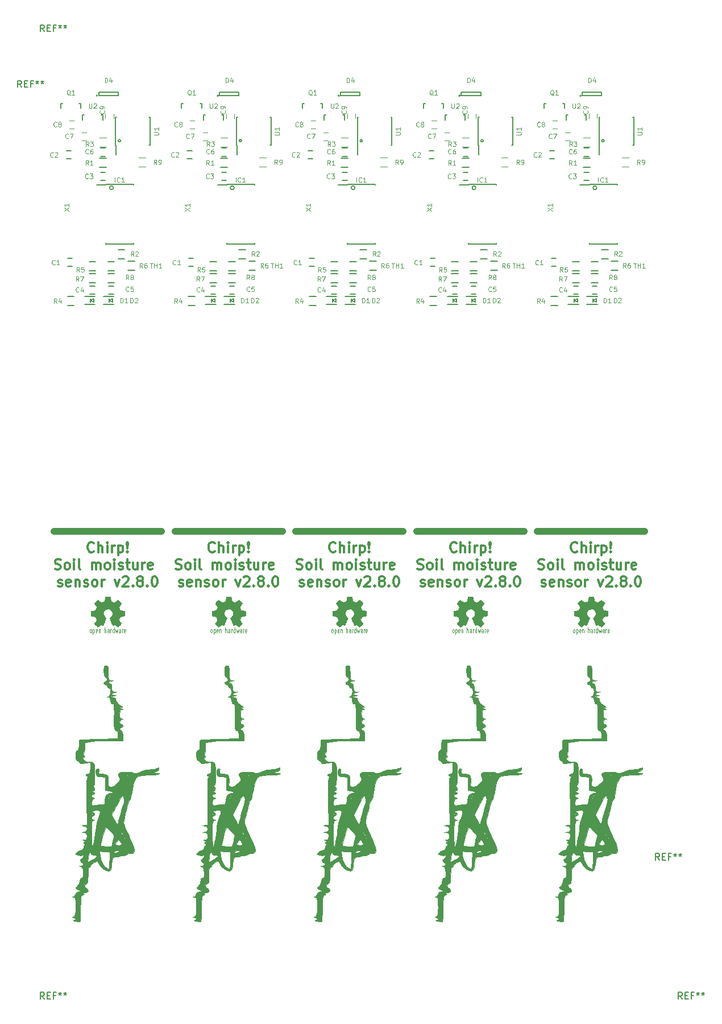
<source format=gbr>
G04 #@! TF.GenerationSoftware,KiCad,Pcbnew,no-vcs-found-097f89d~58~ubuntu16.04.1*
G04 #@! TF.CreationDate,2017-05-03T08:34:00+03:00*
G04 #@! TF.ProjectId,rs485-moist-sensor-pannel,72733438352D6D6F6973742D73656E73,rev?*
G04 #@! TF.FileFunction,Legend,Top*
G04 #@! TF.FilePolarity,Positive*
%FSLAX46Y46*%
G04 Gerber Fmt 4.6, Leading zero omitted, Abs format (unit mm)*
G04 Created by KiCad (PCBNEW no-vcs-found-097f89d~58~ubuntu16.04.1) date Wed May  3 08:34:00 2017*
%MOMM*%
%LPD*%
G01*
G04 APERTURE LIST*
%ADD10C,0.100000*%
%ADD11C,0.300000*%
%ADD12C,1.000000*%
%ADD13C,0.150000*%
%ADD14C,0.120000*%
%ADD15C,0.075000*%
%ADD16C,0.002540*%
%ADD17C,0.010000*%
%ADD18C,0.110000*%
%ADD19C,2.500000*%
%ADD20C,2.540000*%
%ADD21R,0.500000X0.900000*%
%ADD22R,0.800000X0.750000*%
%ADD23R,0.600000X1.550000*%
%ADD24R,0.800000X0.700000*%
%ADD25R,1.500000X0.600000*%
%ADD26R,1.500000X5.500000*%
%ADD27R,0.750000X0.800000*%
%ADD28R,0.800100X0.800100*%
%ADD29R,0.650000X1.060000*%
G04 APERTURE END LIST*
D10*
D11*
X146928571Y-93985714D02*
X146857142Y-94057142D01*
X146642857Y-94128571D01*
X146500000Y-94128571D01*
X146285714Y-94057142D01*
X146142857Y-93914285D01*
X146071428Y-93771428D01*
X146000000Y-93485714D01*
X146000000Y-93271428D01*
X146071428Y-92985714D01*
X146142857Y-92842857D01*
X146285714Y-92700000D01*
X146500000Y-92628571D01*
X146642857Y-92628571D01*
X146857142Y-92700000D01*
X146928571Y-92771428D01*
X147571428Y-94128571D02*
X147571428Y-92628571D01*
X148214285Y-94128571D02*
X148214285Y-93342857D01*
X148142857Y-93200000D01*
X148000000Y-93128571D01*
X147785714Y-93128571D01*
X147642857Y-93200000D01*
X147571428Y-93271428D01*
X148928571Y-94128571D02*
X148928571Y-93128571D01*
X148928571Y-92628571D02*
X148857142Y-92700000D01*
X148928571Y-92771428D01*
X149000000Y-92700000D01*
X148928571Y-92628571D01*
X148928571Y-92771428D01*
X149642857Y-94128571D02*
X149642857Y-93128571D01*
X149642857Y-93414285D02*
X149714285Y-93271428D01*
X149785714Y-93200000D01*
X149928571Y-93128571D01*
X150071428Y-93128571D01*
X150571428Y-93128571D02*
X150571428Y-94628571D01*
X150571428Y-93200000D02*
X150714285Y-93128571D01*
X151000000Y-93128571D01*
X151142857Y-93200000D01*
X151214285Y-93271428D01*
X151285714Y-93414285D01*
X151285714Y-93842857D01*
X151214285Y-93985714D01*
X151142857Y-94057142D01*
X151000000Y-94128571D01*
X150714285Y-94128571D01*
X150571428Y-94057142D01*
X151928571Y-93985714D02*
X152000000Y-94057142D01*
X151928571Y-94128571D01*
X151857142Y-94057142D01*
X151928571Y-93985714D01*
X151928571Y-94128571D01*
X151928571Y-93557142D02*
X151857142Y-92700000D01*
X151928571Y-92628571D01*
X152000000Y-92700000D01*
X151928571Y-93557142D01*
X151928571Y-92628571D01*
X141142857Y-96607142D02*
X141357142Y-96678571D01*
X141714285Y-96678571D01*
X141857142Y-96607142D01*
X141928571Y-96535714D01*
X142000000Y-96392857D01*
X142000000Y-96250000D01*
X141928571Y-96107142D01*
X141857142Y-96035714D01*
X141714285Y-95964285D01*
X141428571Y-95892857D01*
X141285714Y-95821428D01*
X141214285Y-95750000D01*
X141142857Y-95607142D01*
X141142857Y-95464285D01*
X141214285Y-95321428D01*
X141285714Y-95250000D01*
X141428571Y-95178571D01*
X141785714Y-95178571D01*
X142000000Y-95250000D01*
X142857142Y-96678571D02*
X142714285Y-96607142D01*
X142642857Y-96535714D01*
X142571428Y-96392857D01*
X142571428Y-95964285D01*
X142642857Y-95821428D01*
X142714285Y-95750000D01*
X142857142Y-95678571D01*
X143071428Y-95678571D01*
X143214285Y-95750000D01*
X143285714Y-95821428D01*
X143357142Y-95964285D01*
X143357142Y-96392857D01*
X143285714Y-96535714D01*
X143214285Y-96607142D01*
X143071428Y-96678571D01*
X142857142Y-96678571D01*
X144000000Y-96678571D02*
X144000000Y-95678571D01*
X144000000Y-95178571D02*
X143928571Y-95250000D01*
X144000000Y-95321428D01*
X144071428Y-95250000D01*
X144000000Y-95178571D01*
X144000000Y-95321428D01*
X144928571Y-96678571D02*
X144785714Y-96607142D01*
X144714285Y-96464285D01*
X144714285Y-95178571D01*
X146642857Y-96678571D02*
X146642857Y-95678571D01*
X146642857Y-95821428D02*
X146714285Y-95750000D01*
X146857142Y-95678571D01*
X147071428Y-95678571D01*
X147214285Y-95750000D01*
X147285714Y-95892857D01*
X147285714Y-96678571D01*
X147285714Y-95892857D02*
X147357142Y-95750000D01*
X147500000Y-95678571D01*
X147714285Y-95678571D01*
X147857142Y-95750000D01*
X147928571Y-95892857D01*
X147928571Y-96678571D01*
X148857142Y-96678571D02*
X148714285Y-96607142D01*
X148642857Y-96535714D01*
X148571428Y-96392857D01*
X148571428Y-95964285D01*
X148642857Y-95821428D01*
X148714285Y-95750000D01*
X148857142Y-95678571D01*
X149071428Y-95678571D01*
X149214285Y-95750000D01*
X149285714Y-95821428D01*
X149357142Y-95964285D01*
X149357142Y-96392857D01*
X149285714Y-96535714D01*
X149214285Y-96607142D01*
X149071428Y-96678571D01*
X148857142Y-96678571D01*
X150000000Y-96678571D02*
X150000000Y-95678571D01*
X150000000Y-95178571D02*
X149928571Y-95250000D01*
X150000000Y-95321428D01*
X150071428Y-95250000D01*
X150000000Y-95178571D01*
X150000000Y-95321428D01*
X150642857Y-96607142D02*
X150785714Y-96678571D01*
X151071428Y-96678571D01*
X151214285Y-96607142D01*
X151285714Y-96464285D01*
X151285714Y-96392857D01*
X151214285Y-96250000D01*
X151071428Y-96178571D01*
X150857142Y-96178571D01*
X150714285Y-96107142D01*
X150642857Y-95964285D01*
X150642857Y-95892857D01*
X150714285Y-95750000D01*
X150857142Y-95678571D01*
X151071428Y-95678571D01*
X151214285Y-95750000D01*
X151714285Y-95678571D02*
X152285714Y-95678571D01*
X151928571Y-95178571D02*
X151928571Y-96464285D01*
X152000000Y-96607142D01*
X152142857Y-96678571D01*
X152285714Y-96678571D01*
X153428571Y-95678571D02*
X153428571Y-96678571D01*
X152785714Y-95678571D02*
X152785714Y-96464285D01*
X152857142Y-96607142D01*
X153000000Y-96678571D01*
X153214285Y-96678571D01*
X153357142Y-96607142D01*
X153428571Y-96535714D01*
X154142857Y-96678571D02*
X154142857Y-95678571D01*
X154142857Y-95964285D02*
X154214285Y-95821428D01*
X154285714Y-95750000D01*
X154428571Y-95678571D01*
X154571428Y-95678571D01*
X155642857Y-96607142D02*
X155500000Y-96678571D01*
X155214285Y-96678571D01*
X155071428Y-96607142D01*
X155000000Y-96464285D01*
X155000000Y-95892857D01*
X155071428Y-95750000D01*
X155214285Y-95678571D01*
X155500000Y-95678571D01*
X155642857Y-95750000D01*
X155714285Y-95892857D01*
X155714285Y-96035714D01*
X155000000Y-96178571D01*
X141607142Y-99157142D02*
X141750000Y-99228571D01*
X142035714Y-99228571D01*
X142178571Y-99157142D01*
X142250000Y-99014285D01*
X142250000Y-98942857D01*
X142178571Y-98800000D01*
X142035714Y-98728571D01*
X141821428Y-98728571D01*
X141678571Y-98657142D01*
X141607142Y-98514285D01*
X141607142Y-98442857D01*
X141678571Y-98300000D01*
X141821428Y-98228571D01*
X142035714Y-98228571D01*
X142178571Y-98300000D01*
X143464285Y-99157142D02*
X143321428Y-99228571D01*
X143035714Y-99228571D01*
X142892857Y-99157142D01*
X142821428Y-99014285D01*
X142821428Y-98442857D01*
X142892857Y-98300000D01*
X143035714Y-98228571D01*
X143321428Y-98228571D01*
X143464285Y-98300000D01*
X143535714Y-98442857D01*
X143535714Y-98585714D01*
X142821428Y-98728571D01*
X144178571Y-98228571D02*
X144178571Y-99228571D01*
X144178571Y-98371428D02*
X144250000Y-98300000D01*
X144392857Y-98228571D01*
X144607142Y-98228571D01*
X144750000Y-98300000D01*
X144821428Y-98442857D01*
X144821428Y-99228571D01*
X145464285Y-99157142D02*
X145607142Y-99228571D01*
X145892857Y-99228571D01*
X146035714Y-99157142D01*
X146107142Y-99014285D01*
X146107142Y-98942857D01*
X146035714Y-98800000D01*
X145892857Y-98728571D01*
X145678571Y-98728571D01*
X145535714Y-98657142D01*
X145464285Y-98514285D01*
X145464285Y-98442857D01*
X145535714Y-98300000D01*
X145678571Y-98228571D01*
X145892857Y-98228571D01*
X146035714Y-98300000D01*
X146964285Y-99228571D02*
X146821428Y-99157142D01*
X146750000Y-99085714D01*
X146678571Y-98942857D01*
X146678571Y-98514285D01*
X146750000Y-98371428D01*
X146821428Y-98300000D01*
X146964285Y-98228571D01*
X147178571Y-98228571D01*
X147321428Y-98300000D01*
X147392857Y-98371428D01*
X147464285Y-98514285D01*
X147464285Y-98942857D01*
X147392857Y-99085714D01*
X147321428Y-99157142D01*
X147178571Y-99228571D01*
X146964285Y-99228571D01*
X148107142Y-99228571D02*
X148107142Y-98228571D01*
X148107142Y-98514285D02*
X148178571Y-98371428D01*
X148250000Y-98300000D01*
X148392857Y-98228571D01*
X148535714Y-98228571D01*
X150035714Y-98228571D02*
X150392857Y-99228571D01*
X150750000Y-98228571D01*
X151250000Y-97871428D02*
X151321428Y-97800000D01*
X151464285Y-97728571D01*
X151821428Y-97728571D01*
X151964285Y-97800000D01*
X152035714Y-97871428D01*
X152107142Y-98014285D01*
X152107142Y-98157142D01*
X152035714Y-98371428D01*
X151178571Y-99228571D01*
X152107142Y-99228571D01*
X152750000Y-99085714D02*
X152821428Y-99157142D01*
X152750000Y-99228571D01*
X152678571Y-99157142D01*
X152750000Y-99085714D01*
X152750000Y-99228571D01*
X153678571Y-98371428D02*
X153535714Y-98300000D01*
X153464285Y-98228571D01*
X153392857Y-98085714D01*
X153392857Y-98014285D01*
X153464285Y-97871428D01*
X153535714Y-97800000D01*
X153678571Y-97728571D01*
X153964285Y-97728571D01*
X154107142Y-97800000D01*
X154178571Y-97871428D01*
X154250000Y-98014285D01*
X154250000Y-98085714D01*
X154178571Y-98228571D01*
X154107142Y-98300000D01*
X153964285Y-98371428D01*
X153678571Y-98371428D01*
X153535714Y-98442857D01*
X153464285Y-98514285D01*
X153392857Y-98657142D01*
X153392857Y-98942857D01*
X153464285Y-99085714D01*
X153535714Y-99157142D01*
X153678571Y-99228571D01*
X153964285Y-99228571D01*
X154107142Y-99157142D01*
X154178571Y-99085714D01*
X154250000Y-98942857D01*
X154250000Y-98657142D01*
X154178571Y-98514285D01*
X154107142Y-98442857D01*
X153964285Y-98371428D01*
X154892857Y-99085714D02*
X154964285Y-99157142D01*
X154892857Y-99228571D01*
X154821428Y-99157142D01*
X154892857Y-99085714D01*
X154892857Y-99228571D01*
X155892857Y-97728571D02*
X156035714Y-97728571D01*
X156178571Y-97800000D01*
X156250000Y-97871428D01*
X156321428Y-98014285D01*
X156392857Y-98300000D01*
X156392857Y-98657142D01*
X156321428Y-98942857D01*
X156250000Y-99085714D01*
X156178571Y-99157142D01*
X156035714Y-99228571D01*
X155892857Y-99228571D01*
X155750000Y-99157142D01*
X155678571Y-99085714D01*
X155607142Y-98942857D01*
X155535714Y-98657142D01*
X155535714Y-98300000D01*
X155607142Y-98014285D01*
X155678571Y-97871428D01*
X155750000Y-97800000D01*
X155892857Y-97728571D01*
X128928571Y-93985714D02*
X128857142Y-94057142D01*
X128642857Y-94128571D01*
X128500000Y-94128571D01*
X128285714Y-94057142D01*
X128142857Y-93914285D01*
X128071428Y-93771428D01*
X128000000Y-93485714D01*
X128000000Y-93271428D01*
X128071428Y-92985714D01*
X128142857Y-92842857D01*
X128285714Y-92700000D01*
X128500000Y-92628571D01*
X128642857Y-92628571D01*
X128857142Y-92700000D01*
X128928571Y-92771428D01*
X129571428Y-94128571D02*
X129571428Y-92628571D01*
X130214285Y-94128571D02*
X130214285Y-93342857D01*
X130142857Y-93200000D01*
X130000000Y-93128571D01*
X129785714Y-93128571D01*
X129642857Y-93200000D01*
X129571428Y-93271428D01*
X130928571Y-94128571D02*
X130928571Y-93128571D01*
X130928571Y-92628571D02*
X130857142Y-92700000D01*
X130928571Y-92771428D01*
X131000000Y-92700000D01*
X130928571Y-92628571D01*
X130928571Y-92771428D01*
X131642857Y-94128571D02*
X131642857Y-93128571D01*
X131642857Y-93414285D02*
X131714285Y-93271428D01*
X131785714Y-93200000D01*
X131928571Y-93128571D01*
X132071428Y-93128571D01*
X132571428Y-93128571D02*
X132571428Y-94628571D01*
X132571428Y-93200000D02*
X132714285Y-93128571D01*
X133000000Y-93128571D01*
X133142857Y-93200000D01*
X133214285Y-93271428D01*
X133285714Y-93414285D01*
X133285714Y-93842857D01*
X133214285Y-93985714D01*
X133142857Y-94057142D01*
X133000000Y-94128571D01*
X132714285Y-94128571D01*
X132571428Y-94057142D01*
X133928571Y-93985714D02*
X134000000Y-94057142D01*
X133928571Y-94128571D01*
X133857142Y-94057142D01*
X133928571Y-93985714D01*
X133928571Y-94128571D01*
X133928571Y-93557142D02*
X133857142Y-92700000D01*
X133928571Y-92628571D01*
X134000000Y-92700000D01*
X133928571Y-93557142D01*
X133928571Y-92628571D01*
X123142857Y-96607142D02*
X123357142Y-96678571D01*
X123714285Y-96678571D01*
X123857142Y-96607142D01*
X123928571Y-96535714D01*
X124000000Y-96392857D01*
X124000000Y-96250000D01*
X123928571Y-96107142D01*
X123857142Y-96035714D01*
X123714285Y-95964285D01*
X123428571Y-95892857D01*
X123285714Y-95821428D01*
X123214285Y-95750000D01*
X123142857Y-95607142D01*
X123142857Y-95464285D01*
X123214285Y-95321428D01*
X123285714Y-95250000D01*
X123428571Y-95178571D01*
X123785714Y-95178571D01*
X124000000Y-95250000D01*
X124857142Y-96678571D02*
X124714285Y-96607142D01*
X124642857Y-96535714D01*
X124571428Y-96392857D01*
X124571428Y-95964285D01*
X124642857Y-95821428D01*
X124714285Y-95750000D01*
X124857142Y-95678571D01*
X125071428Y-95678571D01*
X125214285Y-95750000D01*
X125285714Y-95821428D01*
X125357142Y-95964285D01*
X125357142Y-96392857D01*
X125285714Y-96535714D01*
X125214285Y-96607142D01*
X125071428Y-96678571D01*
X124857142Y-96678571D01*
X126000000Y-96678571D02*
X126000000Y-95678571D01*
X126000000Y-95178571D02*
X125928571Y-95250000D01*
X126000000Y-95321428D01*
X126071428Y-95250000D01*
X126000000Y-95178571D01*
X126000000Y-95321428D01*
X126928571Y-96678571D02*
X126785714Y-96607142D01*
X126714285Y-96464285D01*
X126714285Y-95178571D01*
X128642857Y-96678571D02*
X128642857Y-95678571D01*
X128642857Y-95821428D02*
X128714285Y-95750000D01*
X128857142Y-95678571D01*
X129071428Y-95678571D01*
X129214285Y-95750000D01*
X129285714Y-95892857D01*
X129285714Y-96678571D01*
X129285714Y-95892857D02*
X129357142Y-95750000D01*
X129500000Y-95678571D01*
X129714285Y-95678571D01*
X129857142Y-95750000D01*
X129928571Y-95892857D01*
X129928571Y-96678571D01*
X130857142Y-96678571D02*
X130714285Y-96607142D01*
X130642857Y-96535714D01*
X130571428Y-96392857D01*
X130571428Y-95964285D01*
X130642857Y-95821428D01*
X130714285Y-95750000D01*
X130857142Y-95678571D01*
X131071428Y-95678571D01*
X131214285Y-95750000D01*
X131285714Y-95821428D01*
X131357142Y-95964285D01*
X131357142Y-96392857D01*
X131285714Y-96535714D01*
X131214285Y-96607142D01*
X131071428Y-96678571D01*
X130857142Y-96678571D01*
X132000000Y-96678571D02*
X132000000Y-95678571D01*
X132000000Y-95178571D02*
X131928571Y-95250000D01*
X132000000Y-95321428D01*
X132071428Y-95250000D01*
X132000000Y-95178571D01*
X132000000Y-95321428D01*
X132642857Y-96607142D02*
X132785714Y-96678571D01*
X133071428Y-96678571D01*
X133214285Y-96607142D01*
X133285714Y-96464285D01*
X133285714Y-96392857D01*
X133214285Y-96250000D01*
X133071428Y-96178571D01*
X132857142Y-96178571D01*
X132714285Y-96107142D01*
X132642857Y-95964285D01*
X132642857Y-95892857D01*
X132714285Y-95750000D01*
X132857142Y-95678571D01*
X133071428Y-95678571D01*
X133214285Y-95750000D01*
X133714285Y-95678571D02*
X134285714Y-95678571D01*
X133928571Y-95178571D02*
X133928571Y-96464285D01*
X134000000Y-96607142D01*
X134142857Y-96678571D01*
X134285714Y-96678571D01*
X135428571Y-95678571D02*
X135428571Y-96678571D01*
X134785714Y-95678571D02*
X134785714Y-96464285D01*
X134857142Y-96607142D01*
X135000000Y-96678571D01*
X135214285Y-96678571D01*
X135357142Y-96607142D01*
X135428571Y-96535714D01*
X136142857Y-96678571D02*
X136142857Y-95678571D01*
X136142857Y-95964285D02*
X136214285Y-95821428D01*
X136285714Y-95750000D01*
X136428571Y-95678571D01*
X136571428Y-95678571D01*
X137642857Y-96607142D02*
X137500000Y-96678571D01*
X137214285Y-96678571D01*
X137071428Y-96607142D01*
X137000000Y-96464285D01*
X137000000Y-95892857D01*
X137071428Y-95750000D01*
X137214285Y-95678571D01*
X137500000Y-95678571D01*
X137642857Y-95750000D01*
X137714285Y-95892857D01*
X137714285Y-96035714D01*
X137000000Y-96178571D01*
X123607142Y-99157142D02*
X123750000Y-99228571D01*
X124035714Y-99228571D01*
X124178571Y-99157142D01*
X124250000Y-99014285D01*
X124250000Y-98942857D01*
X124178571Y-98800000D01*
X124035714Y-98728571D01*
X123821428Y-98728571D01*
X123678571Y-98657142D01*
X123607142Y-98514285D01*
X123607142Y-98442857D01*
X123678571Y-98300000D01*
X123821428Y-98228571D01*
X124035714Y-98228571D01*
X124178571Y-98300000D01*
X125464285Y-99157142D02*
X125321428Y-99228571D01*
X125035714Y-99228571D01*
X124892857Y-99157142D01*
X124821428Y-99014285D01*
X124821428Y-98442857D01*
X124892857Y-98300000D01*
X125035714Y-98228571D01*
X125321428Y-98228571D01*
X125464285Y-98300000D01*
X125535714Y-98442857D01*
X125535714Y-98585714D01*
X124821428Y-98728571D01*
X126178571Y-98228571D02*
X126178571Y-99228571D01*
X126178571Y-98371428D02*
X126250000Y-98300000D01*
X126392857Y-98228571D01*
X126607142Y-98228571D01*
X126750000Y-98300000D01*
X126821428Y-98442857D01*
X126821428Y-99228571D01*
X127464285Y-99157142D02*
X127607142Y-99228571D01*
X127892857Y-99228571D01*
X128035714Y-99157142D01*
X128107142Y-99014285D01*
X128107142Y-98942857D01*
X128035714Y-98800000D01*
X127892857Y-98728571D01*
X127678571Y-98728571D01*
X127535714Y-98657142D01*
X127464285Y-98514285D01*
X127464285Y-98442857D01*
X127535714Y-98300000D01*
X127678571Y-98228571D01*
X127892857Y-98228571D01*
X128035714Y-98300000D01*
X128964285Y-99228571D02*
X128821428Y-99157142D01*
X128750000Y-99085714D01*
X128678571Y-98942857D01*
X128678571Y-98514285D01*
X128750000Y-98371428D01*
X128821428Y-98300000D01*
X128964285Y-98228571D01*
X129178571Y-98228571D01*
X129321428Y-98300000D01*
X129392857Y-98371428D01*
X129464285Y-98514285D01*
X129464285Y-98942857D01*
X129392857Y-99085714D01*
X129321428Y-99157142D01*
X129178571Y-99228571D01*
X128964285Y-99228571D01*
X130107142Y-99228571D02*
X130107142Y-98228571D01*
X130107142Y-98514285D02*
X130178571Y-98371428D01*
X130250000Y-98300000D01*
X130392857Y-98228571D01*
X130535714Y-98228571D01*
X132035714Y-98228571D02*
X132392857Y-99228571D01*
X132750000Y-98228571D01*
X133250000Y-97871428D02*
X133321428Y-97800000D01*
X133464285Y-97728571D01*
X133821428Y-97728571D01*
X133964285Y-97800000D01*
X134035714Y-97871428D01*
X134107142Y-98014285D01*
X134107142Y-98157142D01*
X134035714Y-98371428D01*
X133178571Y-99228571D01*
X134107142Y-99228571D01*
X134750000Y-99085714D02*
X134821428Y-99157142D01*
X134750000Y-99228571D01*
X134678571Y-99157142D01*
X134750000Y-99085714D01*
X134750000Y-99228571D01*
X135678571Y-98371428D02*
X135535714Y-98300000D01*
X135464285Y-98228571D01*
X135392857Y-98085714D01*
X135392857Y-98014285D01*
X135464285Y-97871428D01*
X135535714Y-97800000D01*
X135678571Y-97728571D01*
X135964285Y-97728571D01*
X136107142Y-97800000D01*
X136178571Y-97871428D01*
X136250000Y-98014285D01*
X136250000Y-98085714D01*
X136178571Y-98228571D01*
X136107142Y-98300000D01*
X135964285Y-98371428D01*
X135678571Y-98371428D01*
X135535714Y-98442857D01*
X135464285Y-98514285D01*
X135392857Y-98657142D01*
X135392857Y-98942857D01*
X135464285Y-99085714D01*
X135535714Y-99157142D01*
X135678571Y-99228571D01*
X135964285Y-99228571D01*
X136107142Y-99157142D01*
X136178571Y-99085714D01*
X136250000Y-98942857D01*
X136250000Y-98657142D01*
X136178571Y-98514285D01*
X136107142Y-98442857D01*
X135964285Y-98371428D01*
X136892857Y-99085714D02*
X136964285Y-99157142D01*
X136892857Y-99228571D01*
X136821428Y-99157142D01*
X136892857Y-99085714D01*
X136892857Y-99228571D01*
X137892857Y-97728571D02*
X138035714Y-97728571D01*
X138178571Y-97800000D01*
X138250000Y-97871428D01*
X138321428Y-98014285D01*
X138392857Y-98300000D01*
X138392857Y-98657142D01*
X138321428Y-98942857D01*
X138250000Y-99085714D01*
X138178571Y-99157142D01*
X138035714Y-99228571D01*
X137892857Y-99228571D01*
X137750000Y-99157142D01*
X137678571Y-99085714D01*
X137607142Y-98942857D01*
X137535714Y-98657142D01*
X137535714Y-98300000D01*
X137607142Y-98014285D01*
X137678571Y-97871428D01*
X137750000Y-97800000D01*
X137892857Y-97728571D01*
D12*
X123000000Y-91000000D02*
X139000000Y-91000000D01*
X141000000Y-91000000D02*
X157000000Y-91000000D01*
D11*
X110928571Y-93985714D02*
X110857142Y-94057142D01*
X110642857Y-94128571D01*
X110500000Y-94128571D01*
X110285714Y-94057142D01*
X110142857Y-93914285D01*
X110071428Y-93771428D01*
X110000000Y-93485714D01*
X110000000Y-93271428D01*
X110071428Y-92985714D01*
X110142857Y-92842857D01*
X110285714Y-92700000D01*
X110500000Y-92628571D01*
X110642857Y-92628571D01*
X110857142Y-92700000D01*
X110928571Y-92771428D01*
X111571428Y-94128571D02*
X111571428Y-92628571D01*
X112214285Y-94128571D02*
X112214285Y-93342857D01*
X112142857Y-93200000D01*
X112000000Y-93128571D01*
X111785714Y-93128571D01*
X111642857Y-93200000D01*
X111571428Y-93271428D01*
X112928571Y-94128571D02*
X112928571Y-93128571D01*
X112928571Y-92628571D02*
X112857142Y-92700000D01*
X112928571Y-92771428D01*
X113000000Y-92700000D01*
X112928571Y-92628571D01*
X112928571Y-92771428D01*
X113642857Y-94128571D02*
X113642857Y-93128571D01*
X113642857Y-93414285D02*
X113714285Y-93271428D01*
X113785714Y-93200000D01*
X113928571Y-93128571D01*
X114071428Y-93128571D01*
X114571428Y-93128571D02*
X114571428Y-94628571D01*
X114571428Y-93200000D02*
X114714285Y-93128571D01*
X115000000Y-93128571D01*
X115142857Y-93200000D01*
X115214285Y-93271428D01*
X115285714Y-93414285D01*
X115285714Y-93842857D01*
X115214285Y-93985714D01*
X115142857Y-94057142D01*
X115000000Y-94128571D01*
X114714285Y-94128571D01*
X114571428Y-94057142D01*
X115928571Y-93985714D02*
X116000000Y-94057142D01*
X115928571Y-94128571D01*
X115857142Y-94057142D01*
X115928571Y-93985714D01*
X115928571Y-94128571D01*
X115928571Y-93557142D02*
X115857142Y-92700000D01*
X115928571Y-92628571D01*
X116000000Y-92700000D01*
X115928571Y-93557142D01*
X115928571Y-92628571D01*
X105142857Y-96607142D02*
X105357142Y-96678571D01*
X105714285Y-96678571D01*
X105857142Y-96607142D01*
X105928571Y-96535714D01*
X106000000Y-96392857D01*
X106000000Y-96250000D01*
X105928571Y-96107142D01*
X105857142Y-96035714D01*
X105714285Y-95964285D01*
X105428571Y-95892857D01*
X105285714Y-95821428D01*
X105214285Y-95750000D01*
X105142857Y-95607142D01*
X105142857Y-95464285D01*
X105214285Y-95321428D01*
X105285714Y-95250000D01*
X105428571Y-95178571D01*
X105785714Y-95178571D01*
X106000000Y-95250000D01*
X106857142Y-96678571D02*
X106714285Y-96607142D01*
X106642857Y-96535714D01*
X106571428Y-96392857D01*
X106571428Y-95964285D01*
X106642857Y-95821428D01*
X106714285Y-95750000D01*
X106857142Y-95678571D01*
X107071428Y-95678571D01*
X107214285Y-95750000D01*
X107285714Y-95821428D01*
X107357142Y-95964285D01*
X107357142Y-96392857D01*
X107285714Y-96535714D01*
X107214285Y-96607142D01*
X107071428Y-96678571D01*
X106857142Y-96678571D01*
X108000000Y-96678571D02*
X108000000Y-95678571D01*
X108000000Y-95178571D02*
X107928571Y-95250000D01*
X108000000Y-95321428D01*
X108071428Y-95250000D01*
X108000000Y-95178571D01*
X108000000Y-95321428D01*
X108928571Y-96678571D02*
X108785714Y-96607142D01*
X108714285Y-96464285D01*
X108714285Y-95178571D01*
X110642857Y-96678571D02*
X110642857Y-95678571D01*
X110642857Y-95821428D02*
X110714285Y-95750000D01*
X110857142Y-95678571D01*
X111071428Y-95678571D01*
X111214285Y-95750000D01*
X111285714Y-95892857D01*
X111285714Y-96678571D01*
X111285714Y-95892857D02*
X111357142Y-95750000D01*
X111500000Y-95678571D01*
X111714285Y-95678571D01*
X111857142Y-95750000D01*
X111928571Y-95892857D01*
X111928571Y-96678571D01*
X112857142Y-96678571D02*
X112714285Y-96607142D01*
X112642857Y-96535714D01*
X112571428Y-96392857D01*
X112571428Y-95964285D01*
X112642857Y-95821428D01*
X112714285Y-95750000D01*
X112857142Y-95678571D01*
X113071428Y-95678571D01*
X113214285Y-95750000D01*
X113285714Y-95821428D01*
X113357142Y-95964285D01*
X113357142Y-96392857D01*
X113285714Y-96535714D01*
X113214285Y-96607142D01*
X113071428Y-96678571D01*
X112857142Y-96678571D01*
X114000000Y-96678571D02*
X114000000Y-95678571D01*
X114000000Y-95178571D02*
X113928571Y-95250000D01*
X114000000Y-95321428D01*
X114071428Y-95250000D01*
X114000000Y-95178571D01*
X114000000Y-95321428D01*
X114642857Y-96607142D02*
X114785714Y-96678571D01*
X115071428Y-96678571D01*
X115214285Y-96607142D01*
X115285714Y-96464285D01*
X115285714Y-96392857D01*
X115214285Y-96250000D01*
X115071428Y-96178571D01*
X114857142Y-96178571D01*
X114714285Y-96107142D01*
X114642857Y-95964285D01*
X114642857Y-95892857D01*
X114714285Y-95750000D01*
X114857142Y-95678571D01*
X115071428Y-95678571D01*
X115214285Y-95750000D01*
X115714285Y-95678571D02*
X116285714Y-95678571D01*
X115928571Y-95178571D02*
X115928571Y-96464285D01*
X116000000Y-96607142D01*
X116142857Y-96678571D01*
X116285714Y-96678571D01*
X117428571Y-95678571D02*
X117428571Y-96678571D01*
X116785714Y-95678571D02*
X116785714Y-96464285D01*
X116857142Y-96607142D01*
X117000000Y-96678571D01*
X117214285Y-96678571D01*
X117357142Y-96607142D01*
X117428571Y-96535714D01*
X118142857Y-96678571D02*
X118142857Y-95678571D01*
X118142857Y-95964285D02*
X118214285Y-95821428D01*
X118285714Y-95750000D01*
X118428571Y-95678571D01*
X118571428Y-95678571D01*
X119642857Y-96607142D02*
X119500000Y-96678571D01*
X119214285Y-96678571D01*
X119071428Y-96607142D01*
X119000000Y-96464285D01*
X119000000Y-95892857D01*
X119071428Y-95750000D01*
X119214285Y-95678571D01*
X119500000Y-95678571D01*
X119642857Y-95750000D01*
X119714285Y-95892857D01*
X119714285Y-96035714D01*
X119000000Y-96178571D01*
X105607142Y-99157142D02*
X105750000Y-99228571D01*
X106035714Y-99228571D01*
X106178571Y-99157142D01*
X106250000Y-99014285D01*
X106250000Y-98942857D01*
X106178571Y-98800000D01*
X106035714Y-98728571D01*
X105821428Y-98728571D01*
X105678571Y-98657142D01*
X105607142Y-98514285D01*
X105607142Y-98442857D01*
X105678571Y-98300000D01*
X105821428Y-98228571D01*
X106035714Y-98228571D01*
X106178571Y-98300000D01*
X107464285Y-99157142D02*
X107321428Y-99228571D01*
X107035714Y-99228571D01*
X106892857Y-99157142D01*
X106821428Y-99014285D01*
X106821428Y-98442857D01*
X106892857Y-98300000D01*
X107035714Y-98228571D01*
X107321428Y-98228571D01*
X107464285Y-98300000D01*
X107535714Y-98442857D01*
X107535714Y-98585714D01*
X106821428Y-98728571D01*
X108178571Y-98228571D02*
X108178571Y-99228571D01*
X108178571Y-98371428D02*
X108250000Y-98300000D01*
X108392857Y-98228571D01*
X108607142Y-98228571D01*
X108750000Y-98300000D01*
X108821428Y-98442857D01*
X108821428Y-99228571D01*
X109464285Y-99157142D02*
X109607142Y-99228571D01*
X109892857Y-99228571D01*
X110035714Y-99157142D01*
X110107142Y-99014285D01*
X110107142Y-98942857D01*
X110035714Y-98800000D01*
X109892857Y-98728571D01*
X109678571Y-98728571D01*
X109535714Y-98657142D01*
X109464285Y-98514285D01*
X109464285Y-98442857D01*
X109535714Y-98300000D01*
X109678571Y-98228571D01*
X109892857Y-98228571D01*
X110035714Y-98300000D01*
X110964285Y-99228571D02*
X110821428Y-99157142D01*
X110750000Y-99085714D01*
X110678571Y-98942857D01*
X110678571Y-98514285D01*
X110750000Y-98371428D01*
X110821428Y-98300000D01*
X110964285Y-98228571D01*
X111178571Y-98228571D01*
X111321428Y-98300000D01*
X111392857Y-98371428D01*
X111464285Y-98514285D01*
X111464285Y-98942857D01*
X111392857Y-99085714D01*
X111321428Y-99157142D01*
X111178571Y-99228571D01*
X110964285Y-99228571D01*
X112107142Y-99228571D02*
X112107142Y-98228571D01*
X112107142Y-98514285D02*
X112178571Y-98371428D01*
X112250000Y-98300000D01*
X112392857Y-98228571D01*
X112535714Y-98228571D01*
X114035714Y-98228571D02*
X114392857Y-99228571D01*
X114750000Y-98228571D01*
X115250000Y-97871428D02*
X115321428Y-97800000D01*
X115464285Y-97728571D01*
X115821428Y-97728571D01*
X115964285Y-97800000D01*
X116035714Y-97871428D01*
X116107142Y-98014285D01*
X116107142Y-98157142D01*
X116035714Y-98371428D01*
X115178571Y-99228571D01*
X116107142Y-99228571D01*
X116750000Y-99085714D02*
X116821428Y-99157142D01*
X116750000Y-99228571D01*
X116678571Y-99157142D01*
X116750000Y-99085714D01*
X116750000Y-99228571D01*
X117678571Y-98371428D02*
X117535714Y-98300000D01*
X117464285Y-98228571D01*
X117392857Y-98085714D01*
X117392857Y-98014285D01*
X117464285Y-97871428D01*
X117535714Y-97800000D01*
X117678571Y-97728571D01*
X117964285Y-97728571D01*
X118107142Y-97800000D01*
X118178571Y-97871428D01*
X118250000Y-98014285D01*
X118250000Y-98085714D01*
X118178571Y-98228571D01*
X118107142Y-98300000D01*
X117964285Y-98371428D01*
X117678571Y-98371428D01*
X117535714Y-98442857D01*
X117464285Y-98514285D01*
X117392857Y-98657142D01*
X117392857Y-98942857D01*
X117464285Y-99085714D01*
X117535714Y-99157142D01*
X117678571Y-99228571D01*
X117964285Y-99228571D01*
X118107142Y-99157142D01*
X118178571Y-99085714D01*
X118250000Y-98942857D01*
X118250000Y-98657142D01*
X118178571Y-98514285D01*
X118107142Y-98442857D01*
X117964285Y-98371428D01*
X118892857Y-99085714D02*
X118964285Y-99157142D01*
X118892857Y-99228571D01*
X118821428Y-99157142D01*
X118892857Y-99085714D01*
X118892857Y-99228571D01*
X119892857Y-97728571D02*
X120035714Y-97728571D01*
X120178571Y-97800000D01*
X120250000Y-97871428D01*
X120321428Y-98014285D01*
X120392857Y-98300000D01*
X120392857Y-98657142D01*
X120321428Y-98942857D01*
X120250000Y-99085714D01*
X120178571Y-99157142D01*
X120035714Y-99228571D01*
X119892857Y-99228571D01*
X119750000Y-99157142D01*
X119678571Y-99085714D01*
X119607142Y-98942857D01*
X119535714Y-98657142D01*
X119535714Y-98300000D01*
X119607142Y-98014285D01*
X119678571Y-97871428D01*
X119750000Y-97800000D01*
X119892857Y-97728571D01*
D12*
X105000000Y-91000000D02*
X121000000Y-91000000D01*
X87000000Y-91000000D02*
X103000000Y-91000000D01*
D11*
X92928571Y-93985714D02*
X92857142Y-94057142D01*
X92642857Y-94128571D01*
X92500000Y-94128571D01*
X92285714Y-94057142D01*
X92142857Y-93914285D01*
X92071428Y-93771428D01*
X92000000Y-93485714D01*
X92000000Y-93271428D01*
X92071428Y-92985714D01*
X92142857Y-92842857D01*
X92285714Y-92700000D01*
X92500000Y-92628571D01*
X92642857Y-92628571D01*
X92857142Y-92700000D01*
X92928571Y-92771428D01*
X93571428Y-94128571D02*
X93571428Y-92628571D01*
X94214285Y-94128571D02*
X94214285Y-93342857D01*
X94142857Y-93200000D01*
X94000000Y-93128571D01*
X93785714Y-93128571D01*
X93642857Y-93200000D01*
X93571428Y-93271428D01*
X94928571Y-94128571D02*
X94928571Y-93128571D01*
X94928571Y-92628571D02*
X94857142Y-92700000D01*
X94928571Y-92771428D01*
X95000000Y-92700000D01*
X94928571Y-92628571D01*
X94928571Y-92771428D01*
X95642857Y-94128571D02*
X95642857Y-93128571D01*
X95642857Y-93414285D02*
X95714285Y-93271428D01*
X95785714Y-93200000D01*
X95928571Y-93128571D01*
X96071428Y-93128571D01*
X96571428Y-93128571D02*
X96571428Y-94628571D01*
X96571428Y-93200000D02*
X96714285Y-93128571D01*
X97000000Y-93128571D01*
X97142857Y-93200000D01*
X97214285Y-93271428D01*
X97285714Y-93414285D01*
X97285714Y-93842857D01*
X97214285Y-93985714D01*
X97142857Y-94057142D01*
X97000000Y-94128571D01*
X96714285Y-94128571D01*
X96571428Y-94057142D01*
X97928571Y-93985714D02*
X98000000Y-94057142D01*
X97928571Y-94128571D01*
X97857142Y-94057142D01*
X97928571Y-93985714D01*
X97928571Y-94128571D01*
X97928571Y-93557142D02*
X97857142Y-92700000D01*
X97928571Y-92628571D01*
X98000000Y-92700000D01*
X97928571Y-93557142D01*
X97928571Y-92628571D01*
X87142857Y-96607142D02*
X87357142Y-96678571D01*
X87714285Y-96678571D01*
X87857142Y-96607142D01*
X87928571Y-96535714D01*
X88000000Y-96392857D01*
X88000000Y-96250000D01*
X87928571Y-96107142D01*
X87857142Y-96035714D01*
X87714285Y-95964285D01*
X87428571Y-95892857D01*
X87285714Y-95821428D01*
X87214285Y-95750000D01*
X87142857Y-95607142D01*
X87142857Y-95464285D01*
X87214285Y-95321428D01*
X87285714Y-95250000D01*
X87428571Y-95178571D01*
X87785714Y-95178571D01*
X88000000Y-95250000D01*
X88857142Y-96678571D02*
X88714285Y-96607142D01*
X88642857Y-96535714D01*
X88571428Y-96392857D01*
X88571428Y-95964285D01*
X88642857Y-95821428D01*
X88714285Y-95750000D01*
X88857142Y-95678571D01*
X89071428Y-95678571D01*
X89214285Y-95750000D01*
X89285714Y-95821428D01*
X89357142Y-95964285D01*
X89357142Y-96392857D01*
X89285714Y-96535714D01*
X89214285Y-96607142D01*
X89071428Y-96678571D01*
X88857142Y-96678571D01*
X90000000Y-96678571D02*
X90000000Y-95678571D01*
X90000000Y-95178571D02*
X89928571Y-95250000D01*
X90000000Y-95321428D01*
X90071428Y-95250000D01*
X90000000Y-95178571D01*
X90000000Y-95321428D01*
X90928571Y-96678571D02*
X90785714Y-96607142D01*
X90714285Y-96464285D01*
X90714285Y-95178571D01*
X92642857Y-96678571D02*
X92642857Y-95678571D01*
X92642857Y-95821428D02*
X92714285Y-95750000D01*
X92857142Y-95678571D01*
X93071428Y-95678571D01*
X93214285Y-95750000D01*
X93285714Y-95892857D01*
X93285714Y-96678571D01*
X93285714Y-95892857D02*
X93357142Y-95750000D01*
X93500000Y-95678571D01*
X93714285Y-95678571D01*
X93857142Y-95750000D01*
X93928571Y-95892857D01*
X93928571Y-96678571D01*
X94857142Y-96678571D02*
X94714285Y-96607142D01*
X94642857Y-96535714D01*
X94571428Y-96392857D01*
X94571428Y-95964285D01*
X94642857Y-95821428D01*
X94714285Y-95750000D01*
X94857142Y-95678571D01*
X95071428Y-95678571D01*
X95214285Y-95750000D01*
X95285714Y-95821428D01*
X95357142Y-95964285D01*
X95357142Y-96392857D01*
X95285714Y-96535714D01*
X95214285Y-96607142D01*
X95071428Y-96678571D01*
X94857142Y-96678571D01*
X96000000Y-96678571D02*
X96000000Y-95678571D01*
X96000000Y-95178571D02*
X95928571Y-95250000D01*
X96000000Y-95321428D01*
X96071428Y-95250000D01*
X96000000Y-95178571D01*
X96000000Y-95321428D01*
X96642857Y-96607142D02*
X96785714Y-96678571D01*
X97071428Y-96678571D01*
X97214285Y-96607142D01*
X97285714Y-96464285D01*
X97285714Y-96392857D01*
X97214285Y-96250000D01*
X97071428Y-96178571D01*
X96857142Y-96178571D01*
X96714285Y-96107142D01*
X96642857Y-95964285D01*
X96642857Y-95892857D01*
X96714285Y-95750000D01*
X96857142Y-95678571D01*
X97071428Y-95678571D01*
X97214285Y-95750000D01*
X97714285Y-95678571D02*
X98285714Y-95678571D01*
X97928571Y-95178571D02*
X97928571Y-96464285D01*
X98000000Y-96607142D01*
X98142857Y-96678571D01*
X98285714Y-96678571D01*
X99428571Y-95678571D02*
X99428571Y-96678571D01*
X98785714Y-95678571D02*
X98785714Y-96464285D01*
X98857142Y-96607142D01*
X99000000Y-96678571D01*
X99214285Y-96678571D01*
X99357142Y-96607142D01*
X99428571Y-96535714D01*
X100142857Y-96678571D02*
X100142857Y-95678571D01*
X100142857Y-95964285D02*
X100214285Y-95821428D01*
X100285714Y-95750000D01*
X100428571Y-95678571D01*
X100571428Y-95678571D01*
X101642857Y-96607142D02*
X101500000Y-96678571D01*
X101214285Y-96678571D01*
X101071428Y-96607142D01*
X101000000Y-96464285D01*
X101000000Y-95892857D01*
X101071428Y-95750000D01*
X101214285Y-95678571D01*
X101500000Y-95678571D01*
X101642857Y-95750000D01*
X101714285Y-95892857D01*
X101714285Y-96035714D01*
X101000000Y-96178571D01*
X87607142Y-99157142D02*
X87750000Y-99228571D01*
X88035714Y-99228571D01*
X88178571Y-99157142D01*
X88250000Y-99014285D01*
X88250000Y-98942857D01*
X88178571Y-98800000D01*
X88035714Y-98728571D01*
X87821428Y-98728571D01*
X87678571Y-98657142D01*
X87607142Y-98514285D01*
X87607142Y-98442857D01*
X87678571Y-98300000D01*
X87821428Y-98228571D01*
X88035714Y-98228571D01*
X88178571Y-98300000D01*
X89464285Y-99157142D02*
X89321428Y-99228571D01*
X89035714Y-99228571D01*
X88892857Y-99157142D01*
X88821428Y-99014285D01*
X88821428Y-98442857D01*
X88892857Y-98300000D01*
X89035714Y-98228571D01*
X89321428Y-98228571D01*
X89464285Y-98300000D01*
X89535714Y-98442857D01*
X89535714Y-98585714D01*
X88821428Y-98728571D01*
X90178571Y-98228571D02*
X90178571Y-99228571D01*
X90178571Y-98371428D02*
X90250000Y-98300000D01*
X90392857Y-98228571D01*
X90607142Y-98228571D01*
X90750000Y-98300000D01*
X90821428Y-98442857D01*
X90821428Y-99228571D01*
X91464285Y-99157142D02*
X91607142Y-99228571D01*
X91892857Y-99228571D01*
X92035714Y-99157142D01*
X92107142Y-99014285D01*
X92107142Y-98942857D01*
X92035714Y-98800000D01*
X91892857Y-98728571D01*
X91678571Y-98728571D01*
X91535714Y-98657142D01*
X91464285Y-98514285D01*
X91464285Y-98442857D01*
X91535714Y-98300000D01*
X91678571Y-98228571D01*
X91892857Y-98228571D01*
X92035714Y-98300000D01*
X92964285Y-99228571D02*
X92821428Y-99157142D01*
X92750000Y-99085714D01*
X92678571Y-98942857D01*
X92678571Y-98514285D01*
X92750000Y-98371428D01*
X92821428Y-98300000D01*
X92964285Y-98228571D01*
X93178571Y-98228571D01*
X93321428Y-98300000D01*
X93392857Y-98371428D01*
X93464285Y-98514285D01*
X93464285Y-98942857D01*
X93392857Y-99085714D01*
X93321428Y-99157142D01*
X93178571Y-99228571D01*
X92964285Y-99228571D01*
X94107142Y-99228571D02*
X94107142Y-98228571D01*
X94107142Y-98514285D02*
X94178571Y-98371428D01*
X94250000Y-98300000D01*
X94392857Y-98228571D01*
X94535714Y-98228571D01*
X96035714Y-98228571D02*
X96392857Y-99228571D01*
X96750000Y-98228571D01*
X97250000Y-97871428D02*
X97321428Y-97800000D01*
X97464285Y-97728571D01*
X97821428Y-97728571D01*
X97964285Y-97800000D01*
X98035714Y-97871428D01*
X98107142Y-98014285D01*
X98107142Y-98157142D01*
X98035714Y-98371428D01*
X97178571Y-99228571D01*
X98107142Y-99228571D01*
X98750000Y-99085714D02*
X98821428Y-99157142D01*
X98750000Y-99228571D01*
X98678571Y-99157142D01*
X98750000Y-99085714D01*
X98750000Y-99228571D01*
X99678571Y-98371428D02*
X99535714Y-98300000D01*
X99464285Y-98228571D01*
X99392857Y-98085714D01*
X99392857Y-98014285D01*
X99464285Y-97871428D01*
X99535714Y-97800000D01*
X99678571Y-97728571D01*
X99964285Y-97728571D01*
X100107142Y-97800000D01*
X100178571Y-97871428D01*
X100250000Y-98014285D01*
X100250000Y-98085714D01*
X100178571Y-98228571D01*
X100107142Y-98300000D01*
X99964285Y-98371428D01*
X99678571Y-98371428D01*
X99535714Y-98442857D01*
X99464285Y-98514285D01*
X99392857Y-98657142D01*
X99392857Y-98942857D01*
X99464285Y-99085714D01*
X99535714Y-99157142D01*
X99678571Y-99228571D01*
X99964285Y-99228571D01*
X100107142Y-99157142D01*
X100178571Y-99085714D01*
X100250000Y-98942857D01*
X100250000Y-98657142D01*
X100178571Y-98514285D01*
X100107142Y-98442857D01*
X99964285Y-98371428D01*
X100892857Y-99085714D02*
X100964285Y-99157142D01*
X100892857Y-99228571D01*
X100821428Y-99157142D01*
X100892857Y-99085714D01*
X100892857Y-99228571D01*
X101892857Y-97728571D02*
X102035714Y-97728571D01*
X102178571Y-97800000D01*
X102250000Y-97871428D01*
X102321428Y-98014285D01*
X102392857Y-98300000D01*
X102392857Y-98657142D01*
X102321428Y-98942857D01*
X102250000Y-99085714D01*
X102178571Y-99157142D01*
X102035714Y-99228571D01*
X101892857Y-99228571D01*
X101750000Y-99157142D01*
X101678571Y-99085714D01*
X101607142Y-98942857D01*
X101535714Y-98657142D01*
X101535714Y-98300000D01*
X101607142Y-98014285D01*
X101678571Y-97871428D01*
X101750000Y-97800000D01*
X101892857Y-97728571D01*
D12*
X159000000Y-91000000D02*
X175000000Y-91000000D01*
D11*
X164928571Y-93985714D02*
X164857142Y-94057142D01*
X164642857Y-94128571D01*
X164500000Y-94128571D01*
X164285714Y-94057142D01*
X164142857Y-93914285D01*
X164071428Y-93771428D01*
X164000000Y-93485714D01*
X164000000Y-93271428D01*
X164071428Y-92985714D01*
X164142857Y-92842857D01*
X164285714Y-92700000D01*
X164500000Y-92628571D01*
X164642857Y-92628571D01*
X164857142Y-92700000D01*
X164928571Y-92771428D01*
X165571428Y-94128571D02*
X165571428Y-92628571D01*
X166214285Y-94128571D02*
X166214285Y-93342857D01*
X166142857Y-93200000D01*
X166000000Y-93128571D01*
X165785714Y-93128571D01*
X165642857Y-93200000D01*
X165571428Y-93271428D01*
X166928571Y-94128571D02*
X166928571Y-93128571D01*
X166928571Y-92628571D02*
X166857142Y-92700000D01*
X166928571Y-92771428D01*
X167000000Y-92700000D01*
X166928571Y-92628571D01*
X166928571Y-92771428D01*
X167642857Y-94128571D02*
X167642857Y-93128571D01*
X167642857Y-93414285D02*
X167714285Y-93271428D01*
X167785714Y-93200000D01*
X167928571Y-93128571D01*
X168071428Y-93128571D01*
X168571428Y-93128571D02*
X168571428Y-94628571D01*
X168571428Y-93200000D02*
X168714285Y-93128571D01*
X169000000Y-93128571D01*
X169142857Y-93200000D01*
X169214285Y-93271428D01*
X169285714Y-93414285D01*
X169285714Y-93842857D01*
X169214285Y-93985714D01*
X169142857Y-94057142D01*
X169000000Y-94128571D01*
X168714285Y-94128571D01*
X168571428Y-94057142D01*
X169928571Y-93985714D02*
X170000000Y-94057142D01*
X169928571Y-94128571D01*
X169857142Y-94057142D01*
X169928571Y-93985714D01*
X169928571Y-94128571D01*
X169928571Y-93557142D02*
X169857142Y-92700000D01*
X169928571Y-92628571D01*
X170000000Y-92700000D01*
X169928571Y-93557142D01*
X169928571Y-92628571D01*
X159142857Y-96607142D02*
X159357142Y-96678571D01*
X159714285Y-96678571D01*
X159857142Y-96607142D01*
X159928571Y-96535714D01*
X160000000Y-96392857D01*
X160000000Y-96250000D01*
X159928571Y-96107142D01*
X159857142Y-96035714D01*
X159714285Y-95964285D01*
X159428571Y-95892857D01*
X159285714Y-95821428D01*
X159214285Y-95750000D01*
X159142857Y-95607142D01*
X159142857Y-95464285D01*
X159214285Y-95321428D01*
X159285714Y-95250000D01*
X159428571Y-95178571D01*
X159785714Y-95178571D01*
X160000000Y-95250000D01*
X160857142Y-96678571D02*
X160714285Y-96607142D01*
X160642857Y-96535714D01*
X160571428Y-96392857D01*
X160571428Y-95964285D01*
X160642857Y-95821428D01*
X160714285Y-95750000D01*
X160857142Y-95678571D01*
X161071428Y-95678571D01*
X161214285Y-95750000D01*
X161285714Y-95821428D01*
X161357142Y-95964285D01*
X161357142Y-96392857D01*
X161285714Y-96535714D01*
X161214285Y-96607142D01*
X161071428Y-96678571D01*
X160857142Y-96678571D01*
X162000000Y-96678571D02*
X162000000Y-95678571D01*
X162000000Y-95178571D02*
X161928571Y-95250000D01*
X162000000Y-95321428D01*
X162071428Y-95250000D01*
X162000000Y-95178571D01*
X162000000Y-95321428D01*
X162928571Y-96678571D02*
X162785714Y-96607142D01*
X162714285Y-96464285D01*
X162714285Y-95178571D01*
X164642857Y-96678571D02*
X164642857Y-95678571D01*
X164642857Y-95821428D02*
X164714285Y-95750000D01*
X164857142Y-95678571D01*
X165071428Y-95678571D01*
X165214285Y-95750000D01*
X165285714Y-95892857D01*
X165285714Y-96678571D01*
X165285714Y-95892857D02*
X165357142Y-95750000D01*
X165500000Y-95678571D01*
X165714285Y-95678571D01*
X165857142Y-95750000D01*
X165928571Y-95892857D01*
X165928571Y-96678571D01*
X166857142Y-96678571D02*
X166714285Y-96607142D01*
X166642857Y-96535714D01*
X166571428Y-96392857D01*
X166571428Y-95964285D01*
X166642857Y-95821428D01*
X166714285Y-95750000D01*
X166857142Y-95678571D01*
X167071428Y-95678571D01*
X167214285Y-95750000D01*
X167285714Y-95821428D01*
X167357142Y-95964285D01*
X167357142Y-96392857D01*
X167285714Y-96535714D01*
X167214285Y-96607142D01*
X167071428Y-96678571D01*
X166857142Y-96678571D01*
X168000000Y-96678571D02*
X168000000Y-95678571D01*
X168000000Y-95178571D02*
X167928571Y-95250000D01*
X168000000Y-95321428D01*
X168071428Y-95250000D01*
X168000000Y-95178571D01*
X168000000Y-95321428D01*
X168642857Y-96607142D02*
X168785714Y-96678571D01*
X169071428Y-96678571D01*
X169214285Y-96607142D01*
X169285714Y-96464285D01*
X169285714Y-96392857D01*
X169214285Y-96250000D01*
X169071428Y-96178571D01*
X168857142Y-96178571D01*
X168714285Y-96107142D01*
X168642857Y-95964285D01*
X168642857Y-95892857D01*
X168714285Y-95750000D01*
X168857142Y-95678571D01*
X169071428Y-95678571D01*
X169214285Y-95750000D01*
X169714285Y-95678571D02*
X170285714Y-95678571D01*
X169928571Y-95178571D02*
X169928571Y-96464285D01*
X170000000Y-96607142D01*
X170142857Y-96678571D01*
X170285714Y-96678571D01*
X171428571Y-95678571D02*
X171428571Y-96678571D01*
X170785714Y-95678571D02*
X170785714Y-96464285D01*
X170857142Y-96607142D01*
X171000000Y-96678571D01*
X171214285Y-96678571D01*
X171357142Y-96607142D01*
X171428571Y-96535714D01*
X172142857Y-96678571D02*
X172142857Y-95678571D01*
X172142857Y-95964285D02*
X172214285Y-95821428D01*
X172285714Y-95750000D01*
X172428571Y-95678571D01*
X172571428Y-95678571D01*
X173642857Y-96607142D02*
X173500000Y-96678571D01*
X173214285Y-96678571D01*
X173071428Y-96607142D01*
X173000000Y-96464285D01*
X173000000Y-95892857D01*
X173071428Y-95750000D01*
X173214285Y-95678571D01*
X173500000Y-95678571D01*
X173642857Y-95750000D01*
X173714285Y-95892857D01*
X173714285Y-96035714D01*
X173000000Y-96178571D01*
X159607142Y-99157142D02*
X159750000Y-99228571D01*
X160035714Y-99228571D01*
X160178571Y-99157142D01*
X160250000Y-99014285D01*
X160250000Y-98942857D01*
X160178571Y-98800000D01*
X160035714Y-98728571D01*
X159821428Y-98728571D01*
X159678571Y-98657142D01*
X159607142Y-98514285D01*
X159607142Y-98442857D01*
X159678571Y-98300000D01*
X159821428Y-98228571D01*
X160035714Y-98228571D01*
X160178571Y-98300000D01*
X161464285Y-99157142D02*
X161321428Y-99228571D01*
X161035714Y-99228571D01*
X160892857Y-99157142D01*
X160821428Y-99014285D01*
X160821428Y-98442857D01*
X160892857Y-98300000D01*
X161035714Y-98228571D01*
X161321428Y-98228571D01*
X161464285Y-98300000D01*
X161535714Y-98442857D01*
X161535714Y-98585714D01*
X160821428Y-98728571D01*
X162178571Y-98228571D02*
X162178571Y-99228571D01*
X162178571Y-98371428D02*
X162250000Y-98300000D01*
X162392857Y-98228571D01*
X162607142Y-98228571D01*
X162750000Y-98300000D01*
X162821428Y-98442857D01*
X162821428Y-99228571D01*
X163464285Y-99157142D02*
X163607142Y-99228571D01*
X163892857Y-99228571D01*
X164035714Y-99157142D01*
X164107142Y-99014285D01*
X164107142Y-98942857D01*
X164035714Y-98800000D01*
X163892857Y-98728571D01*
X163678571Y-98728571D01*
X163535714Y-98657142D01*
X163464285Y-98514285D01*
X163464285Y-98442857D01*
X163535714Y-98300000D01*
X163678571Y-98228571D01*
X163892857Y-98228571D01*
X164035714Y-98300000D01*
X164964285Y-99228571D02*
X164821428Y-99157142D01*
X164750000Y-99085714D01*
X164678571Y-98942857D01*
X164678571Y-98514285D01*
X164750000Y-98371428D01*
X164821428Y-98300000D01*
X164964285Y-98228571D01*
X165178571Y-98228571D01*
X165321428Y-98300000D01*
X165392857Y-98371428D01*
X165464285Y-98514285D01*
X165464285Y-98942857D01*
X165392857Y-99085714D01*
X165321428Y-99157142D01*
X165178571Y-99228571D01*
X164964285Y-99228571D01*
X166107142Y-99228571D02*
X166107142Y-98228571D01*
X166107142Y-98514285D02*
X166178571Y-98371428D01*
X166250000Y-98300000D01*
X166392857Y-98228571D01*
X166535714Y-98228571D01*
X168035714Y-98228571D02*
X168392857Y-99228571D01*
X168750000Y-98228571D01*
X169250000Y-97871428D02*
X169321428Y-97800000D01*
X169464285Y-97728571D01*
X169821428Y-97728571D01*
X169964285Y-97800000D01*
X170035714Y-97871428D01*
X170107142Y-98014285D01*
X170107142Y-98157142D01*
X170035714Y-98371428D01*
X169178571Y-99228571D01*
X170107142Y-99228571D01*
X170750000Y-99085714D02*
X170821428Y-99157142D01*
X170750000Y-99228571D01*
X170678571Y-99157142D01*
X170750000Y-99085714D01*
X170750000Y-99228571D01*
X171678571Y-98371428D02*
X171535714Y-98300000D01*
X171464285Y-98228571D01*
X171392857Y-98085714D01*
X171392857Y-98014285D01*
X171464285Y-97871428D01*
X171535714Y-97800000D01*
X171678571Y-97728571D01*
X171964285Y-97728571D01*
X172107142Y-97800000D01*
X172178571Y-97871428D01*
X172250000Y-98014285D01*
X172250000Y-98085714D01*
X172178571Y-98228571D01*
X172107142Y-98300000D01*
X171964285Y-98371428D01*
X171678571Y-98371428D01*
X171535714Y-98442857D01*
X171464285Y-98514285D01*
X171392857Y-98657142D01*
X171392857Y-98942857D01*
X171464285Y-99085714D01*
X171535714Y-99157142D01*
X171678571Y-99228571D01*
X171964285Y-99228571D01*
X172107142Y-99157142D01*
X172178571Y-99085714D01*
X172250000Y-98942857D01*
X172250000Y-98657142D01*
X172178571Y-98514285D01*
X172107142Y-98442857D01*
X171964285Y-98371428D01*
X172892857Y-99085714D02*
X172964285Y-99157142D01*
X172892857Y-99228571D01*
X172821428Y-99157142D01*
X172892857Y-99085714D01*
X172892857Y-99228571D01*
X173892857Y-97728571D02*
X174035714Y-97728571D01*
X174178571Y-97800000D01*
X174250000Y-97871428D01*
X174321428Y-98014285D01*
X174392857Y-98300000D01*
X174392857Y-98657142D01*
X174321428Y-98942857D01*
X174250000Y-99085714D01*
X174178571Y-99157142D01*
X174035714Y-99228571D01*
X173892857Y-99228571D01*
X173750000Y-99157142D01*
X173678571Y-99085714D01*
X173607142Y-98942857D01*
X173535714Y-98657142D01*
X173535714Y-98300000D01*
X173607142Y-98014285D01*
X173678571Y-97871428D01*
X173750000Y-97800000D01*
X173892857Y-97728571D01*
D13*
X144000000Y-57425000D02*
X143000000Y-57425000D01*
X143000000Y-56075000D02*
X144000000Y-56075000D01*
X146210000Y-50887000D02*
X147210000Y-50887000D01*
X147210000Y-52237000D02*
X146210000Y-52237000D01*
X150004000Y-52237000D02*
X149004000Y-52237000D01*
X149004000Y-50887000D02*
X150004000Y-50887000D01*
X149154000Y-54518000D02*
X149854000Y-54518000D01*
X149854000Y-55718000D02*
X149154000Y-55718000D01*
X149004000Y-52665000D02*
X150004000Y-52665000D01*
X150004000Y-54015000D02*
X149004000Y-54015000D01*
X147210000Y-54015000D02*
X146210000Y-54015000D01*
X146210000Y-52665000D02*
X147210000Y-52665000D01*
X147950000Y-37600000D02*
X148650000Y-37600000D01*
X148650000Y-38800000D02*
X147950000Y-38800000D01*
X150225000Y-33575000D02*
X150225000Y-34975000D01*
X155325000Y-33575000D02*
X155325000Y-29425000D01*
X150175000Y-33575000D02*
X150175000Y-29425000D01*
X155325000Y-33575000D02*
X155180000Y-33575000D01*
X155325000Y-29425000D02*
X155180000Y-29425000D01*
X150175000Y-29425000D02*
X150320000Y-29425000D01*
X150175000Y-33575000D02*
X150225000Y-33575000D01*
X150930278Y-32900000D02*
G75*
G03X150930278Y-32900000I-180278J0D01*
G01*
X142850000Y-34400000D02*
X143550000Y-34400000D01*
X143550000Y-35600000D02*
X142850000Y-35600000D01*
X149254000Y-56892000D02*
X149254000Y-56392000D01*
X149754000Y-56892000D02*
X149754000Y-56392000D01*
X149754000Y-56392000D02*
X149254000Y-56642000D01*
X149254000Y-56642000D02*
X149754000Y-56892000D01*
X149904000Y-56042000D02*
X148354000Y-56042000D01*
X149904000Y-57242000D02*
X148354000Y-57242000D01*
X151528000Y-50459000D02*
X150528000Y-50459000D01*
X150528000Y-49109000D02*
X151528000Y-49109000D01*
X153000000Y-52175000D02*
X152000000Y-52175000D01*
X152000000Y-50825000D02*
X153000000Y-50825000D01*
X143050000Y-50400000D02*
X143750000Y-50400000D01*
X143750000Y-51600000D02*
X143050000Y-51600000D01*
X148725000Y-39350000D02*
X148725000Y-39465000D01*
X152875000Y-39350000D02*
X152875000Y-39465000D01*
X152875000Y-48250000D02*
X152875000Y-48135000D01*
X148725000Y-48250000D02*
X148725000Y-48135000D01*
X148725000Y-39350000D02*
X152875000Y-39350000D01*
X148725000Y-48250000D02*
X152875000Y-48250000D01*
X148725000Y-39465000D02*
X147350000Y-39465000D01*
X149832843Y-39900000D02*
G75*
G03X149832843Y-39900000I-282843J0D01*
G01*
X134000000Y-50825000D02*
X135000000Y-50825000D01*
X135000000Y-52175000D02*
X134000000Y-52175000D01*
X132528000Y-49109000D02*
X133528000Y-49109000D01*
X133528000Y-50459000D02*
X132528000Y-50459000D01*
X131004000Y-50887000D02*
X132004000Y-50887000D01*
X132004000Y-52237000D02*
X131004000Y-52237000D01*
X125000000Y-56075000D02*
X126000000Y-56075000D01*
X126000000Y-57425000D02*
X125000000Y-57425000D01*
X129210000Y-52237000D02*
X128210000Y-52237000D01*
X128210000Y-50887000D02*
X129210000Y-50887000D01*
X131854000Y-55718000D02*
X131154000Y-55718000D01*
X131154000Y-54518000D02*
X131854000Y-54518000D01*
X132930278Y-32900000D02*
G75*
G03X132930278Y-32900000I-180278J0D01*
G01*
X132175000Y-33575000D02*
X132225000Y-33575000D01*
X132175000Y-29425000D02*
X132320000Y-29425000D01*
X137325000Y-29425000D02*
X137180000Y-29425000D01*
X137325000Y-33575000D02*
X137180000Y-33575000D01*
X132175000Y-33575000D02*
X132175000Y-29425000D01*
X137325000Y-33575000D02*
X137325000Y-29425000D01*
X132225000Y-33575000D02*
X132225000Y-34975000D01*
X130800000Y-36875000D02*
X129800000Y-36875000D01*
X129800000Y-35525000D02*
X130800000Y-35525000D01*
X129950000Y-34000000D02*
X130650000Y-34000000D01*
X130650000Y-35200000D02*
X129950000Y-35200000D01*
X125550000Y-35600000D02*
X124850000Y-35600000D01*
X124850000Y-34400000D02*
X125550000Y-34400000D01*
X131904000Y-57242000D02*
X130354000Y-57242000D01*
X131904000Y-56042000D02*
X130354000Y-56042000D01*
X131254000Y-56642000D02*
X131754000Y-56892000D01*
X131754000Y-56392000D02*
X131254000Y-56642000D01*
X131754000Y-56892000D02*
X131754000Y-56392000D01*
X131254000Y-56892000D02*
X131254000Y-56392000D01*
X132004000Y-54015000D02*
X131004000Y-54015000D01*
X131004000Y-52665000D02*
X132004000Y-52665000D01*
X128210000Y-52665000D02*
X129210000Y-52665000D01*
X129210000Y-54015000D02*
X128210000Y-54015000D01*
X130650000Y-38800000D02*
X129950000Y-38800000D01*
X129950000Y-37600000D02*
X130650000Y-37600000D01*
X125750000Y-51600000D02*
X125050000Y-51600000D01*
X125050000Y-50400000D02*
X125750000Y-50400000D01*
X128360000Y-54518000D02*
X129060000Y-54518000D01*
X129060000Y-55718000D02*
X128360000Y-55718000D01*
X129110000Y-57242000D02*
X127560000Y-57242000D01*
X129110000Y-56042000D02*
X127560000Y-56042000D01*
X128960000Y-56392000D02*
X128960000Y-56892000D01*
X128460000Y-56642000D02*
X128960000Y-56392000D01*
X128960000Y-56892000D02*
X128460000Y-56642000D01*
X128460000Y-56892000D02*
X128460000Y-56392000D01*
D14*
X135600000Y-35420000D02*
X136600000Y-35420000D01*
X136600000Y-36780000D02*
X135600000Y-36780000D01*
D13*
X131832843Y-39900000D02*
G75*
G03X131832843Y-39900000I-282843J0D01*
G01*
X130725000Y-39465000D02*
X129350000Y-39465000D01*
X130725000Y-48250000D02*
X134875000Y-48250000D01*
X130725000Y-39350000D02*
X134875000Y-39350000D01*
X130725000Y-48250000D02*
X130725000Y-48135000D01*
X134875000Y-48250000D02*
X134875000Y-48135000D01*
X134875000Y-39350000D02*
X134875000Y-39465000D01*
X130725000Y-39350000D02*
X130725000Y-39465000D01*
D14*
X145150000Y-31650000D02*
X145850000Y-31650000D01*
X145850000Y-32850000D02*
X145150000Y-32850000D01*
D13*
X147800000Y-35525000D02*
X148800000Y-35525000D01*
X148800000Y-36875000D02*
X147800000Y-36875000D01*
X147060000Y-55718000D02*
X146360000Y-55718000D01*
X146360000Y-54518000D02*
X147060000Y-54518000D01*
X148650000Y-35200000D02*
X147950000Y-35200000D01*
X147950000Y-34000000D02*
X148650000Y-34000000D01*
D14*
X154600000Y-36780000D02*
X153600000Y-36780000D01*
X153600000Y-35420000D02*
X154600000Y-35420000D01*
D13*
X146460000Y-56892000D02*
X146460000Y-56392000D01*
X146960000Y-56892000D02*
X146460000Y-56642000D01*
X146460000Y-56642000D02*
X146960000Y-56392000D01*
X146960000Y-56392000D02*
X146960000Y-56892000D01*
X147110000Y-56042000D02*
X145560000Y-56042000D01*
X147110000Y-57242000D02*
X145560000Y-57242000D01*
D15*
X151160000Y-105620000D02*
X151160000Y-106080000D01*
X151250000Y-105620000D02*
X151300000Y-105620000D01*
X151200000Y-105650000D02*
X151250000Y-105620000D01*
X151180000Y-105670000D02*
X151200000Y-105650000D01*
X151160000Y-105740000D02*
X151180000Y-105670000D01*
X151600000Y-106080000D02*
X151650000Y-106050000D01*
X151500000Y-106080000D02*
X151600000Y-106080000D01*
X151460000Y-106050000D02*
X151500000Y-106080000D01*
X151440000Y-105980000D02*
X151460000Y-106050000D01*
X151440000Y-105710000D02*
X151440000Y-105980000D01*
X151470000Y-105650000D02*
X151440000Y-105710000D01*
X151510000Y-105620000D02*
X151470000Y-105650000D01*
X151610000Y-105620000D02*
X151510000Y-105620000D01*
X151650000Y-105660000D02*
X151610000Y-105620000D01*
X151670000Y-105730000D02*
X151650000Y-105660000D01*
X151670000Y-105850000D02*
X151670000Y-105730000D01*
X151670000Y-105850000D02*
X151440000Y-105850000D01*
X150920000Y-105710000D02*
X150920000Y-106080000D01*
X150890000Y-105650000D02*
X150920000Y-105710000D01*
X150850000Y-105620000D02*
X150890000Y-105650000D01*
X150750000Y-105620000D02*
X150850000Y-105620000D01*
X150700000Y-105650000D02*
X150750000Y-105620000D01*
X150760000Y-105810000D02*
X150710000Y-105840000D01*
X150880000Y-105810000D02*
X150760000Y-105810000D01*
X150920000Y-105780000D02*
X150880000Y-105810000D01*
X150870000Y-106080000D02*
X150920000Y-106040000D01*
X150750000Y-106080000D02*
X150870000Y-106080000D01*
X150700000Y-106040000D02*
X150750000Y-106080000D01*
X150680000Y-105980000D02*
X150700000Y-106040000D01*
X150680000Y-105910000D02*
X150680000Y-105980000D01*
X150710000Y-105840000D02*
X150680000Y-105910000D01*
X150130000Y-105620000D02*
X150230000Y-106080000D01*
X150230000Y-106080000D02*
X150320000Y-105740000D01*
X150320000Y-105740000D02*
X150420000Y-106080000D01*
X150420000Y-106080000D02*
X150520000Y-105620000D01*
X149940000Y-106050000D02*
X149900000Y-106080000D01*
X149900000Y-106080000D02*
X149790000Y-106080000D01*
X149790000Y-106080000D02*
X149750000Y-106050000D01*
X149750000Y-106050000D02*
X149730000Y-106020000D01*
X149730000Y-106020000D02*
X149700000Y-105950000D01*
X149700000Y-105950000D02*
X149700000Y-105750000D01*
X149700000Y-105750000D02*
X149730000Y-105680000D01*
X149730000Y-105680000D02*
X149750000Y-105650000D01*
X149750000Y-105650000D02*
X149810000Y-105610000D01*
X149810000Y-105610000D02*
X149880000Y-105610000D01*
X149880000Y-105610000D02*
X149940000Y-105650000D01*
X149940000Y-105380000D02*
X149940000Y-106080000D01*
X149420000Y-105740000D02*
X149440000Y-105670000D01*
X149440000Y-105670000D02*
X149460000Y-105650000D01*
X149460000Y-105650000D02*
X149510000Y-105620000D01*
X149510000Y-105620000D02*
X149560000Y-105620000D01*
X149420000Y-105620000D02*
X149420000Y-106080000D01*
X148970000Y-105840000D02*
X148940000Y-105910000D01*
X148940000Y-105910000D02*
X148940000Y-105980000D01*
X148940000Y-105980000D02*
X148960000Y-106040000D01*
X148960000Y-106040000D02*
X149010000Y-106080000D01*
X149010000Y-106080000D02*
X149130000Y-106080000D01*
X149130000Y-106080000D02*
X149180000Y-106040000D01*
X149180000Y-105780000D02*
X149140000Y-105810000D01*
X149140000Y-105810000D02*
X149020000Y-105810000D01*
X149020000Y-105810000D02*
X148970000Y-105840000D01*
X148960000Y-105650000D02*
X149010000Y-105620000D01*
X149010000Y-105620000D02*
X149110000Y-105620000D01*
X149110000Y-105620000D02*
X149150000Y-105650000D01*
X149150000Y-105650000D02*
X149180000Y-105710000D01*
X149180000Y-105710000D02*
X149180000Y-106080000D01*
X148510000Y-105690000D02*
X148530000Y-105650000D01*
X148530000Y-105650000D02*
X148580000Y-105620000D01*
X148580000Y-105620000D02*
X148660000Y-105620000D01*
X148660000Y-105620000D02*
X148700000Y-105650000D01*
X148700000Y-105650000D02*
X148720000Y-105710000D01*
X148720000Y-105710000D02*
X148720000Y-106080000D01*
X148510000Y-105380000D02*
X148510000Y-106080000D01*
X147460000Y-105850000D02*
X147230000Y-105850000D01*
X147680000Y-105680000D02*
X147700000Y-105650000D01*
X147700000Y-105650000D02*
X147740000Y-105620000D01*
X147740000Y-105620000D02*
X147830000Y-105620000D01*
X147830000Y-105620000D02*
X147870000Y-105650000D01*
X147870000Y-105650000D02*
X147890000Y-105710000D01*
X147890000Y-105710000D02*
X147890000Y-106080000D01*
X147680000Y-105620000D02*
X147680000Y-106080000D01*
X147460000Y-105850000D02*
X147460000Y-105730000D01*
X147460000Y-105730000D02*
X147440000Y-105660000D01*
X147440000Y-105660000D02*
X147400000Y-105620000D01*
X147400000Y-105620000D02*
X147300000Y-105620000D01*
X147300000Y-105620000D02*
X147260000Y-105650000D01*
X147260000Y-105650000D02*
X147230000Y-105710000D01*
X147230000Y-105710000D02*
X147230000Y-105980000D01*
X147230000Y-105980000D02*
X147250000Y-106050000D01*
X147250000Y-106050000D02*
X147290000Y-106080000D01*
X147290000Y-106080000D02*
X147390000Y-106080000D01*
X147390000Y-106080000D02*
X147440000Y-106050000D01*
X146800000Y-105650000D02*
X146840000Y-105620000D01*
X146840000Y-105620000D02*
X146940000Y-105620000D01*
X146940000Y-105620000D02*
X146980000Y-105650000D01*
X146980000Y-105650000D02*
X147010000Y-105680000D01*
X147010000Y-105680000D02*
X147030000Y-105740000D01*
X147030000Y-105740000D02*
X147030000Y-105960000D01*
X147030000Y-105960000D02*
X147010000Y-106020000D01*
X147010000Y-106020000D02*
X146990000Y-106050000D01*
X146990000Y-106050000D02*
X146950000Y-106080000D01*
X146950000Y-106080000D02*
X146850000Y-106080000D01*
X146850000Y-106080000D02*
X146800000Y-106050000D01*
X146800000Y-106320000D02*
X146800000Y-105620000D01*
X146490000Y-105620000D02*
X146410000Y-105620000D01*
X146410000Y-105620000D02*
X146370000Y-105650000D01*
X146370000Y-105650000D02*
X146350000Y-105680000D01*
X146350000Y-105680000D02*
X146320000Y-105750000D01*
X146410000Y-106080000D02*
X146490000Y-106080000D01*
X146490000Y-106080000D02*
X146540000Y-106050000D01*
X146540000Y-106050000D02*
X146560000Y-106020000D01*
X146560000Y-106020000D02*
X146580000Y-105950000D01*
X146580000Y-105950000D02*
X146580000Y-105750000D01*
X146580000Y-105750000D02*
X146560000Y-105690000D01*
X146560000Y-105690000D02*
X146540000Y-105660000D01*
X146540000Y-105660000D02*
X146490000Y-105620000D01*
X146320000Y-105750000D02*
X146320000Y-105950000D01*
X146320000Y-105950000D02*
X146340000Y-106010000D01*
X146340000Y-106010000D02*
X146360000Y-106040000D01*
X146360000Y-106040000D02*
X146410000Y-106080000D01*
D16*
G36*
X147486160Y-105245360D02*
X147511560Y-105230120D01*
X147569980Y-105194560D01*
X147653800Y-105138680D01*
X147752860Y-105072640D01*
X147851920Y-105006600D01*
X147933200Y-104953260D01*
X147989080Y-104915160D01*
X148014480Y-104902460D01*
X148027180Y-104907540D01*
X148072900Y-104930400D01*
X148141480Y-104965960D01*
X148182120Y-104986280D01*
X148243080Y-105011680D01*
X148276100Y-105019300D01*
X148281180Y-105009140D01*
X148304040Y-104960880D01*
X148339600Y-104879600D01*
X148385320Y-104770380D01*
X148441200Y-104643380D01*
X148497080Y-104508760D01*
X148555500Y-104369060D01*
X148611380Y-104234440D01*
X148659640Y-104115060D01*
X148700280Y-104018540D01*
X148725680Y-103949960D01*
X148735840Y-103922020D01*
X148733300Y-103914400D01*
X148700280Y-103883920D01*
X148646940Y-103843280D01*
X148527560Y-103746760D01*
X148410720Y-103601980D01*
X148339600Y-103436880D01*
X148316740Y-103251460D01*
X148337060Y-103081280D01*
X148403100Y-102918720D01*
X148517400Y-102771400D01*
X148657100Y-102662180D01*
X148819660Y-102593600D01*
X149000000Y-102570740D01*
X149172720Y-102591060D01*
X149340360Y-102657100D01*
X149487680Y-102768860D01*
X149551180Y-102839980D01*
X149637540Y-102989840D01*
X149685800Y-103147320D01*
X149690880Y-103187960D01*
X149683260Y-103363220D01*
X149632460Y-103533400D01*
X149538480Y-103683260D01*
X149408940Y-103807720D01*
X149393700Y-103817880D01*
X149335280Y-103863600D01*
X149294640Y-103894080D01*
X149264160Y-103919480D01*
X149487680Y-104457960D01*
X149523240Y-104541780D01*
X149584200Y-104689100D01*
X149637540Y-104816100D01*
X149680720Y-104917700D01*
X149711200Y-104983740D01*
X149723900Y-105011680D01*
X149723900Y-105014220D01*
X149744220Y-105016760D01*
X149784860Y-105001520D01*
X149861060Y-104965960D01*
X149909320Y-104940560D01*
X149967740Y-104912620D01*
X149993140Y-104902460D01*
X150016000Y-104915160D01*
X150069340Y-104950720D01*
X150150620Y-105004060D01*
X150247140Y-105067560D01*
X150338580Y-105131060D01*
X150422400Y-105186940D01*
X150483360Y-105225040D01*
X150513840Y-105242820D01*
X150518920Y-105242820D01*
X150544320Y-105227580D01*
X150592580Y-105186940D01*
X150666240Y-105118360D01*
X150770380Y-105014220D01*
X150785620Y-104998980D01*
X150871980Y-104912620D01*
X150940560Y-104838960D01*
X150986280Y-104788160D01*
X151004060Y-104765300D01*
X151004060Y-104765300D01*
X150988820Y-104734820D01*
X150950720Y-104673860D01*
X150894840Y-104587500D01*
X150826260Y-104488440D01*
X150648460Y-104229360D01*
X150744980Y-103985520D01*
X150775460Y-103909320D01*
X150813560Y-103820420D01*
X150841500Y-103754380D01*
X150856740Y-103726440D01*
X150882140Y-103716280D01*
X150950720Y-103701040D01*
X151047240Y-103680720D01*
X151161540Y-103660400D01*
X151273300Y-103640080D01*
X151372360Y-103619760D01*
X151443480Y-103607060D01*
X151476500Y-103599440D01*
X151484120Y-103594360D01*
X151491740Y-103579120D01*
X151494280Y-103546100D01*
X151496820Y-103485140D01*
X151499360Y-103391160D01*
X151499360Y-103251460D01*
X151499360Y-103236220D01*
X151496820Y-103106680D01*
X151494280Y-103000000D01*
X151491740Y-102933960D01*
X151486660Y-102906020D01*
X151486660Y-102906020D01*
X151456180Y-102898400D01*
X151385060Y-102883160D01*
X151286000Y-102865380D01*
X151166620Y-102842520D01*
X151159000Y-102839980D01*
X151042160Y-102817120D01*
X150943100Y-102796800D01*
X150871980Y-102781560D01*
X150844040Y-102771400D01*
X150836420Y-102763780D01*
X150813560Y-102718060D01*
X150780540Y-102644400D01*
X150739900Y-102555500D01*
X150701800Y-102461520D01*
X150668780Y-102377700D01*
X150645920Y-102316740D01*
X150638300Y-102288800D01*
X150640840Y-102286260D01*
X150658620Y-102258320D01*
X150699260Y-102197360D01*
X150755140Y-102113540D01*
X150823720Y-102011940D01*
X150828800Y-102004320D01*
X150897380Y-101905260D01*
X150953260Y-101818900D01*
X150988820Y-101760480D01*
X151004060Y-101732540D01*
X151004060Y-101730000D01*
X150981200Y-101699520D01*
X150930400Y-101643640D01*
X150856740Y-101567440D01*
X150770380Y-101478540D01*
X150742440Y-101453140D01*
X150643380Y-101356620D01*
X150577340Y-101295660D01*
X150534160Y-101262640D01*
X150513840Y-101255020D01*
X150513840Y-101255020D01*
X150483360Y-101272800D01*
X150419860Y-101313440D01*
X150336040Y-101371860D01*
X150234440Y-101440440D01*
X150226820Y-101445520D01*
X150127760Y-101514100D01*
X150043940Y-101569980D01*
X149985520Y-101610620D01*
X149957580Y-101625860D01*
X149955040Y-101625860D01*
X149914400Y-101613160D01*
X149843280Y-101587760D01*
X149754380Y-101554740D01*
X149662940Y-101516640D01*
X149579120Y-101481080D01*
X149515620Y-101453140D01*
X149485140Y-101435360D01*
X149485140Y-101435360D01*
X149474980Y-101399800D01*
X149457200Y-101323600D01*
X149436880Y-101222000D01*
X149411480Y-101100080D01*
X149408940Y-101079760D01*
X149386080Y-100960380D01*
X149368300Y-100861320D01*
X149353060Y-100792740D01*
X149345440Y-100764800D01*
X149330200Y-100762260D01*
X149271780Y-100757180D01*
X149182880Y-100754640D01*
X149073660Y-100754640D01*
X148961900Y-100754640D01*
X148852680Y-100757180D01*
X148758700Y-100759720D01*
X148690120Y-100764800D01*
X148662180Y-100769880D01*
X148662180Y-100772420D01*
X148652020Y-100810520D01*
X148634240Y-100884180D01*
X148613920Y-100988320D01*
X148591060Y-101110240D01*
X148585980Y-101133100D01*
X148563120Y-101249940D01*
X148542800Y-101349000D01*
X148530100Y-101415040D01*
X148522480Y-101442980D01*
X148509780Y-101448060D01*
X148461520Y-101468380D01*
X148382780Y-101501400D01*
X148283720Y-101542040D01*
X148055120Y-101633480D01*
X147773180Y-101442980D01*
X147747780Y-101425200D01*
X147646180Y-101356620D01*
X147564900Y-101300740D01*
X147506480Y-101262640D01*
X147483620Y-101249940D01*
X147481080Y-101249940D01*
X147453140Y-101275340D01*
X147397260Y-101328680D01*
X147321060Y-101402340D01*
X147232160Y-101488700D01*
X147168660Y-101554740D01*
X147089920Y-101633480D01*
X147041660Y-101686820D01*
X147013720Y-101719840D01*
X147006100Y-101740160D01*
X147008640Y-101755400D01*
X147026420Y-101783340D01*
X147067060Y-101844300D01*
X147125480Y-101930660D01*
X147194060Y-102029720D01*
X147249940Y-102113540D01*
X147310900Y-102207520D01*
X147349000Y-102273560D01*
X147364240Y-102306580D01*
X147359160Y-102319280D01*
X147341380Y-102375160D01*
X147305820Y-102458980D01*
X147265180Y-102558040D01*
X147166120Y-102779020D01*
X147021340Y-102806960D01*
X146932440Y-102824740D01*
X146810520Y-102847600D01*
X146691140Y-102870460D01*
X146508260Y-102906020D01*
X146500640Y-103581660D01*
X146528580Y-103594360D01*
X146556520Y-103601980D01*
X146625100Y-103617220D01*
X146721620Y-103637540D01*
X146838460Y-103657860D01*
X146934980Y-103675640D01*
X147034040Y-103695960D01*
X147105160Y-103708660D01*
X147135640Y-103716280D01*
X147145800Y-103726440D01*
X147168660Y-103774700D01*
X147204220Y-103850900D01*
X147244860Y-103942340D01*
X147282960Y-104036320D01*
X147318520Y-104125220D01*
X147341380Y-104191260D01*
X147351540Y-104224280D01*
X147338840Y-104252220D01*
X147300740Y-104310640D01*
X147247400Y-104391920D01*
X147178820Y-104490980D01*
X147112780Y-104587500D01*
X147054360Y-104671320D01*
X147016260Y-104732280D01*
X146998480Y-104760220D01*
X147008640Y-104778000D01*
X147046740Y-104826260D01*
X147120400Y-104902460D01*
X147232160Y-105011680D01*
X147249940Y-105029460D01*
X147336300Y-105113280D01*
X147409960Y-105181860D01*
X147463300Y-105227580D01*
X147486160Y-105245360D01*
X147486160Y-105245360D01*
G37*
X147486160Y-105245360D02*
X147511560Y-105230120D01*
X147569980Y-105194560D01*
X147653800Y-105138680D01*
X147752860Y-105072640D01*
X147851920Y-105006600D01*
X147933200Y-104953260D01*
X147989080Y-104915160D01*
X148014480Y-104902460D01*
X148027180Y-104907540D01*
X148072900Y-104930400D01*
X148141480Y-104965960D01*
X148182120Y-104986280D01*
X148243080Y-105011680D01*
X148276100Y-105019300D01*
X148281180Y-105009140D01*
X148304040Y-104960880D01*
X148339600Y-104879600D01*
X148385320Y-104770380D01*
X148441200Y-104643380D01*
X148497080Y-104508760D01*
X148555500Y-104369060D01*
X148611380Y-104234440D01*
X148659640Y-104115060D01*
X148700280Y-104018540D01*
X148725680Y-103949960D01*
X148735840Y-103922020D01*
X148733300Y-103914400D01*
X148700280Y-103883920D01*
X148646940Y-103843280D01*
X148527560Y-103746760D01*
X148410720Y-103601980D01*
X148339600Y-103436880D01*
X148316740Y-103251460D01*
X148337060Y-103081280D01*
X148403100Y-102918720D01*
X148517400Y-102771400D01*
X148657100Y-102662180D01*
X148819660Y-102593600D01*
X149000000Y-102570740D01*
X149172720Y-102591060D01*
X149340360Y-102657100D01*
X149487680Y-102768860D01*
X149551180Y-102839980D01*
X149637540Y-102989840D01*
X149685800Y-103147320D01*
X149690880Y-103187960D01*
X149683260Y-103363220D01*
X149632460Y-103533400D01*
X149538480Y-103683260D01*
X149408940Y-103807720D01*
X149393700Y-103817880D01*
X149335280Y-103863600D01*
X149294640Y-103894080D01*
X149264160Y-103919480D01*
X149487680Y-104457960D01*
X149523240Y-104541780D01*
X149584200Y-104689100D01*
X149637540Y-104816100D01*
X149680720Y-104917700D01*
X149711200Y-104983740D01*
X149723900Y-105011680D01*
X149723900Y-105014220D01*
X149744220Y-105016760D01*
X149784860Y-105001520D01*
X149861060Y-104965960D01*
X149909320Y-104940560D01*
X149967740Y-104912620D01*
X149993140Y-104902460D01*
X150016000Y-104915160D01*
X150069340Y-104950720D01*
X150150620Y-105004060D01*
X150247140Y-105067560D01*
X150338580Y-105131060D01*
X150422400Y-105186940D01*
X150483360Y-105225040D01*
X150513840Y-105242820D01*
X150518920Y-105242820D01*
X150544320Y-105227580D01*
X150592580Y-105186940D01*
X150666240Y-105118360D01*
X150770380Y-105014220D01*
X150785620Y-104998980D01*
X150871980Y-104912620D01*
X150940560Y-104838960D01*
X150986280Y-104788160D01*
X151004060Y-104765300D01*
X151004060Y-104765300D01*
X150988820Y-104734820D01*
X150950720Y-104673860D01*
X150894840Y-104587500D01*
X150826260Y-104488440D01*
X150648460Y-104229360D01*
X150744980Y-103985520D01*
X150775460Y-103909320D01*
X150813560Y-103820420D01*
X150841500Y-103754380D01*
X150856740Y-103726440D01*
X150882140Y-103716280D01*
X150950720Y-103701040D01*
X151047240Y-103680720D01*
X151161540Y-103660400D01*
X151273300Y-103640080D01*
X151372360Y-103619760D01*
X151443480Y-103607060D01*
X151476500Y-103599440D01*
X151484120Y-103594360D01*
X151491740Y-103579120D01*
X151494280Y-103546100D01*
X151496820Y-103485140D01*
X151499360Y-103391160D01*
X151499360Y-103251460D01*
X151499360Y-103236220D01*
X151496820Y-103106680D01*
X151494280Y-103000000D01*
X151491740Y-102933960D01*
X151486660Y-102906020D01*
X151486660Y-102906020D01*
X151456180Y-102898400D01*
X151385060Y-102883160D01*
X151286000Y-102865380D01*
X151166620Y-102842520D01*
X151159000Y-102839980D01*
X151042160Y-102817120D01*
X150943100Y-102796800D01*
X150871980Y-102781560D01*
X150844040Y-102771400D01*
X150836420Y-102763780D01*
X150813560Y-102718060D01*
X150780540Y-102644400D01*
X150739900Y-102555500D01*
X150701800Y-102461520D01*
X150668780Y-102377700D01*
X150645920Y-102316740D01*
X150638300Y-102288800D01*
X150640840Y-102286260D01*
X150658620Y-102258320D01*
X150699260Y-102197360D01*
X150755140Y-102113540D01*
X150823720Y-102011940D01*
X150828800Y-102004320D01*
X150897380Y-101905260D01*
X150953260Y-101818900D01*
X150988820Y-101760480D01*
X151004060Y-101732540D01*
X151004060Y-101730000D01*
X150981200Y-101699520D01*
X150930400Y-101643640D01*
X150856740Y-101567440D01*
X150770380Y-101478540D01*
X150742440Y-101453140D01*
X150643380Y-101356620D01*
X150577340Y-101295660D01*
X150534160Y-101262640D01*
X150513840Y-101255020D01*
X150513840Y-101255020D01*
X150483360Y-101272800D01*
X150419860Y-101313440D01*
X150336040Y-101371860D01*
X150234440Y-101440440D01*
X150226820Y-101445520D01*
X150127760Y-101514100D01*
X150043940Y-101569980D01*
X149985520Y-101610620D01*
X149957580Y-101625860D01*
X149955040Y-101625860D01*
X149914400Y-101613160D01*
X149843280Y-101587760D01*
X149754380Y-101554740D01*
X149662940Y-101516640D01*
X149579120Y-101481080D01*
X149515620Y-101453140D01*
X149485140Y-101435360D01*
X149485140Y-101435360D01*
X149474980Y-101399800D01*
X149457200Y-101323600D01*
X149436880Y-101222000D01*
X149411480Y-101100080D01*
X149408940Y-101079760D01*
X149386080Y-100960380D01*
X149368300Y-100861320D01*
X149353060Y-100792740D01*
X149345440Y-100764800D01*
X149330200Y-100762260D01*
X149271780Y-100757180D01*
X149182880Y-100754640D01*
X149073660Y-100754640D01*
X148961900Y-100754640D01*
X148852680Y-100757180D01*
X148758700Y-100759720D01*
X148690120Y-100764800D01*
X148662180Y-100769880D01*
X148662180Y-100772420D01*
X148652020Y-100810520D01*
X148634240Y-100884180D01*
X148613920Y-100988320D01*
X148591060Y-101110240D01*
X148585980Y-101133100D01*
X148563120Y-101249940D01*
X148542800Y-101349000D01*
X148530100Y-101415040D01*
X148522480Y-101442980D01*
X148509780Y-101448060D01*
X148461520Y-101468380D01*
X148382780Y-101501400D01*
X148283720Y-101542040D01*
X148055120Y-101633480D01*
X147773180Y-101442980D01*
X147747780Y-101425200D01*
X147646180Y-101356620D01*
X147564900Y-101300740D01*
X147506480Y-101262640D01*
X147483620Y-101249940D01*
X147481080Y-101249940D01*
X147453140Y-101275340D01*
X147397260Y-101328680D01*
X147321060Y-101402340D01*
X147232160Y-101488700D01*
X147168660Y-101554740D01*
X147089920Y-101633480D01*
X147041660Y-101686820D01*
X147013720Y-101719840D01*
X147006100Y-101740160D01*
X147008640Y-101755400D01*
X147026420Y-101783340D01*
X147067060Y-101844300D01*
X147125480Y-101930660D01*
X147194060Y-102029720D01*
X147249940Y-102113540D01*
X147310900Y-102207520D01*
X147349000Y-102273560D01*
X147364240Y-102306580D01*
X147359160Y-102319280D01*
X147341380Y-102375160D01*
X147305820Y-102458980D01*
X147265180Y-102558040D01*
X147166120Y-102779020D01*
X147021340Y-102806960D01*
X146932440Y-102824740D01*
X146810520Y-102847600D01*
X146691140Y-102870460D01*
X146508260Y-102906020D01*
X146500640Y-103581660D01*
X146528580Y-103594360D01*
X146556520Y-103601980D01*
X146625100Y-103617220D01*
X146721620Y-103637540D01*
X146838460Y-103657860D01*
X146934980Y-103675640D01*
X147034040Y-103695960D01*
X147105160Y-103708660D01*
X147135640Y-103716280D01*
X147145800Y-103726440D01*
X147168660Y-103774700D01*
X147204220Y-103850900D01*
X147244860Y-103942340D01*
X147282960Y-104036320D01*
X147318520Y-104125220D01*
X147341380Y-104191260D01*
X147351540Y-104224280D01*
X147338840Y-104252220D01*
X147300740Y-104310640D01*
X147247400Y-104391920D01*
X147178820Y-104490980D01*
X147112780Y-104587500D01*
X147054360Y-104671320D01*
X147016260Y-104732280D01*
X146998480Y-104760220D01*
X147008640Y-104778000D01*
X147046740Y-104826260D01*
X147120400Y-104902460D01*
X147232160Y-105011680D01*
X147249940Y-105029460D01*
X147336300Y-105113280D01*
X147409960Y-105181860D01*
X147463300Y-105227580D01*
X147486160Y-105245360D01*
D14*
X149850000Y-28900000D02*
X149850000Y-29600000D01*
X148650000Y-29600000D02*
X148650000Y-28900000D01*
X127850000Y-32850000D02*
X127150000Y-32850000D01*
X127150000Y-31650000D02*
X127850000Y-31650000D01*
D16*
G36*
X129486160Y-105245360D02*
X129511560Y-105230120D01*
X129569980Y-105194560D01*
X129653800Y-105138680D01*
X129752860Y-105072640D01*
X129851920Y-105006600D01*
X129933200Y-104953260D01*
X129989080Y-104915160D01*
X130014480Y-104902460D01*
X130027180Y-104907540D01*
X130072900Y-104930400D01*
X130141480Y-104965960D01*
X130182120Y-104986280D01*
X130243080Y-105011680D01*
X130276100Y-105019300D01*
X130281180Y-105009140D01*
X130304040Y-104960880D01*
X130339600Y-104879600D01*
X130385320Y-104770380D01*
X130441200Y-104643380D01*
X130497080Y-104508760D01*
X130555500Y-104369060D01*
X130611380Y-104234440D01*
X130659640Y-104115060D01*
X130700280Y-104018540D01*
X130725680Y-103949960D01*
X130735840Y-103922020D01*
X130733300Y-103914400D01*
X130700280Y-103883920D01*
X130646940Y-103843280D01*
X130527560Y-103746760D01*
X130410720Y-103601980D01*
X130339600Y-103436880D01*
X130316740Y-103251460D01*
X130337060Y-103081280D01*
X130403100Y-102918720D01*
X130517400Y-102771400D01*
X130657100Y-102662180D01*
X130819660Y-102593600D01*
X131000000Y-102570740D01*
X131172720Y-102591060D01*
X131340360Y-102657100D01*
X131487680Y-102768860D01*
X131551180Y-102839980D01*
X131637540Y-102989840D01*
X131685800Y-103147320D01*
X131690880Y-103187960D01*
X131683260Y-103363220D01*
X131632460Y-103533400D01*
X131538480Y-103683260D01*
X131408940Y-103807720D01*
X131393700Y-103817880D01*
X131335280Y-103863600D01*
X131294640Y-103894080D01*
X131264160Y-103919480D01*
X131487680Y-104457960D01*
X131523240Y-104541780D01*
X131584200Y-104689100D01*
X131637540Y-104816100D01*
X131680720Y-104917700D01*
X131711200Y-104983740D01*
X131723900Y-105011680D01*
X131723900Y-105014220D01*
X131744220Y-105016760D01*
X131784860Y-105001520D01*
X131861060Y-104965960D01*
X131909320Y-104940560D01*
X131967740Y-104912620D01*
X131993140Y-104902460D01*
X132016000Y-104915160D01*
X132069340Y-104950720D01*
X132150620Y-105004060D01*
X132247140Y-105067560D01*
X132338580Y-105131060D01*
X132422400Y-105186940D01*
X132483360Y-105225040D01*
X132513840Y-105242820D01*
X132518920Y-105242820D01*
X132544320Y-105227580D01*
X132592580Y-105186940D01*
X132666240Y-105118360D01*
X132770380Y-105014220D01*
X132785620Y-104998980D01*
X132871980Y-104912620D01*
X132940560Y-104838960D01*
X132986280Y-104788160D01*
X133004060Y-104765300D01*
X133004060Y-104765300D01*
X132988820Y-104734820D01*
X132950720Y-104673860D01*
X132894840Y-104587500D01*
X132826260Y-104488440D01*
X132648460Y-104229360D01*
X132744980Y-103985520D01*
X132775460Y-103909320D01*
X132813560Y-103820420D01*
X132841500Y-103754380D01*
X132856740Y-103726440D01*
X132882140Y-103716280D01*
X132950720Y-103701040D01*
X133047240Y-103680720D01*
X133161540Y-103660400D01*
X133273300Y-103640080D01*
X133372360Y-103619760D01*
X133443480Y-103607060D01*
X133476500Y-103599440D01*
X133484120Y-103594360D01*
X133491740Y-103579120D01*
X133494280Y-103546100D01*
X133496820Y-103485140D01*
X133499360Y-103391160D01*
X133499360Y-103251460D01*
X133499360Y-103236220D01*
X133496820Y-103106680D01*
X133494280Y-103000000D01*
X133491740Y-102933960D01*
X133486660Y-102906020D01*
X133486660Y-102906020D01*
X133456180Y-102898400D01*
X133385060Y-102883160D01*
X133286000Y-102865380D01*
X133166620Y-102842520D01*
X133159000Y-102839980D01*
X133042160Y-102817120D01*
X132943100Y-102796800D01*
X132871980Y-102781560D01*
X132844040Y-102771400D01*
X132836420Y-102763780D01*
X132813560Y-102718060D01*
X132780540Y-102644400D01*
X132739900Y-102555500D01*
X132701800Y-102461520D01*
X132668780Y-102377700D01*
X132645920Y-102316740D01*
X132638300Y-102288800D01*
X132640840Y-102286260D01*
X132658620Y-102258320D01*
X132699260Y-102197360D01*
X132755140Y-102113540D01*
X132823720Y-102011940D01*
X132828800Y-102004320D01*
X132897380Y-101905260D01*
X132953260Y-101818900D01*
X132988820Y-101760480D01*
X133004060Y-101732540D01*
X133004060Y-101730000D01*
X132981200Y-101699520D01*
X132930400Y-101643640D01*
X132856740Y-101567440D01*
X132770380Y-101478540D01*
X132742440Y-101453140D01*
X132643380Y-101356620D01*
X132577340Y-101295660D01*
X132534160Y-101262640D01*
X132513840Y-101255020D01*
X132513840Y-101255020D01*
X132483360Y-101272800D01*
X132419860Y-101313440D01*
X132336040Y-101371860D01*
X132234440Y-101440440D01*
X132226820Y-101445520D01*
X132127760Y-101514100D01*
X132043940Y-101569980D01*
X131985520Y-101610620D01*
X131957580Y-101625860D01*
X131955040Y-101625860D01*
X131914400Y-101613160D01*
X131843280Y-101587760D01*
X131754380Y-101554740D01*
X131662940Y-101516640D01*
X131579120Y-101481080D01*
X131515620Y-101453140D01*
X131485140Y-101435360D01*
X131485140Y-101435360D01*
X131474980Y-101399800D01*
X131457200Y-101323600D01*
X131436880Y-101222000D01*
X131411480Y-101100080D01*
X131408940Y-101079760D01*
X131386080Y-100960380D01*
X131368300Y-100861320D01*
X131353060Y-100792740D01*
X131345440Y-100764800D01*
X131330200Y-100762260D01*
X131271780Y-100757180D01*
X131182880Y-100754640D01*
X131073660Y-100754640D01*
X130961900Y-100754640D01*
X130852680Y-100757180D01*
X130758700Y-100759720D01*
X130690120Y-100764800D01*
X130662180Y-100769880D01*
X130662180Y-100772420D01*
X130652020Y-100810520D01*
X130634240Y-100884180D01*
X130613920Y-100988320D01*
X130591060Y-101110240D01*
X130585980Y-101133100D01*
X130563120Y-101249940D01*
X130542800Y-101349000D01*
X130530100Y-101415040D01*
X130522480Y-101442980D01*
X130509780Y-101448060D01*
X130461520Y-101468380D01*
X130382780Y-101501400D01*
X130283720Y-101542040D01*
X130055120Y-101633480D01*
X129773180Y-101442980D01*
X129747780Y-101425200D01*
X129646180Y-101356620D01*
X129564900Y-101300740D01*
X129506480Y-101262640D01*
X129483620Y-101249940D01*
X129481080Y-101249940D01*
X129453140Y-101275340D01*
X129397260Y-101328680D01*
X129321060Y-101402340D01*
X129232160Y-101488700D01*
X129168660Y-101554740D01*
X129089920Y-101633480D01*
X129041660Y-101686820D01*
X129013720Y-101719840D01*
X129006100Y-101740160D01*
X129008640Y-101755400D01*
X129026420Y-101783340D01*
X129067060Y-101844300D01*
X129125480Y-101930660D01*
X129194060Y-102029720D01*
X129249940Y-102113540D01*
X129310900Y-102207520D01*
X129349000Y-102273560D01*
X129364240Y-102306580D01*
X129359160Y-102319280D01*
X129341380Y-102375160D01*
X129305820Y-102458980D01*
X129265180Y-102558040D01*
X129166120Y-102779020D01*
X129021340Y-102806960D01*
X128932440Y-102824740D01*
X128810520Y-102847600D01*
X128691140Y-102870460D01*
X128508260Y-102906020D01*
X128500640Y-103581660D01*
X128528580Y-103594360D01*
X128556520Y-103601980D01*
X128625100Y-103617220D01*
X128721620Y-103637540D01*
X128838460Y-103657860D01*
X128934980Y-103675640D01*
X129034040Y-103695960D01*
X129105160Y-103708660D01*
X129135640Y-103716280D01*
X129145800Y-103726440D01*
X129168660Y-103774700D01*
X129204220Y-103850900D01*
X129244860Y-103942340D01*
X129282960Y-104036320D01*
X129318520Y-104125220D01*
X129341380Y-104191260D01*
X129351540Y-104224280D01*
X129338840Y-104252220D01*
X129300740Y-104310640D01*
X129247400Y-104391920D01*
X129178820Y-104490980D01*
X129112780Y-104587500D01*
X129054360Y-104671320D01*
X129016260Y-104732280D01*
X128998480Y-104760220D01*
X129008640Y-104778000D01*
X129046740Y-104826260D01*
X129120400Y-104902460D01*
X129232160Y-105011680D01*
X129249940Y-105029460D01*
X129336300Y-105113280D01*
X129409960Y-105181860D01*
X129463300Y-105227580D01*
X129486160Y-105245360D01*
X129486160Y-105245360D01*
G37*
X129486160Y-105245360D02*
X129511560Y-105230120D01*
X129569980Y-105194560D01*
X129653800Y-105138680D01*
X129752860Y-105072640D01*
X129851920Y-105006600D01*
X129933200Y-104953260D01*
X129989080Y-104915160D01*
X130014480Y-104902460D01*
X130027180Y-104907540D01*
X130072900Y-104930400D01*
X130141480Y-104965960D01*
X130182120Y-104986280D01*
X130243080Y-105011680D01*
X130276100Y-105019300D01*
X130281180Y-105009140D01*
X130304040Y-104960880D01*
X130339600Y-104879600D01*
X130385320Y-104770380D01*
X130441200Y-104643380D01*
X130497080Y-104508760D01*
X130555500Y-104369060D01*
X130611380Y-104234440D01*
X130659640Y-104115060D01*
X130700280Y-104018540D01*
X130725680Y-103949960D01*
X130735840Y-103922020D01*
X130733300Y-103914400D01*
X130700280Y-103883920D01*
X130646940Y-103843280D01*
X130527560Y-103746760D01*
X130410720Y-103601980D01*
X130339600Y-103436880D01*
X130316740Y-103251460D01*
X130337060Y-103081280D01*
X130403100Y-102918720D01*
X130517400Y-102771400D01*
X130657100Y-102662180D01*
X130819660Y-102593600D01*
X131000000Y-102570740D01*
X131172720Y-102591060D01*
X131340360Y-102657100D01*
X131487680Y-102768860D01*
X131551180Y-102839980D01*
X131637540Y-102989840D01*
X131685800Y-103147320D01*
X131690880Y-103187960D01*
X131683260Y-103363220D01*
X131632460Y-103533400D01*
X131538480Y-103683260D01*
X131408940Y-103807720D01*
X131393700Y-103817880D01*
X131335280Y-103863600D01*
X131294640Y-103894080D01*
X131264160Y-103919480D01*
X131487680Y-104457960D01*
X131523240Y-104541780D01*
X131584200Y-104689100D01*
X131637540Y-104816100D01*
X131680720Y-104917700D01*
X131711200Y-104983740D01*
X131723900Y-105011680D01*
X131723900Y-105014220D01*
X131744220Y-105016760D01*
X131784860Y-105001520D01*
X131861060Y-104965960D01*
X131909320Y-104940560D01*
X131967740Y-104912620D01*
X131993140Y-104902460D01*
X132016000Y-104915160D01*
X132069340Y-104950720D01*
X132150620Y-105004060D01*
X132247140Y-105067560D01*
X132338580Y-105131060D01*
X132422400Y-105186940D01*
X132483360Y-105225040D01*
X132513840Y-105242820D01*
X132518920Y-105242820D01*
X132544320Y-105227580D01*
X132592580Y-105186940D01*
X132666240Y-105118360D01*
X132770380Y-105014220D01*
X132785620Y-104998980D01*
X132871980Y-104912620D01*
X132940560Y-104838960D01*
X132986280Y-104788160D01*
X133004060Y-104765300D01*
X133004060Y-104765300D01*
X132988820Y-104734820D01*
X132950720Y-104673860D01*
X132894840Y-104587500D01*
X132826260Y-104488440D01*
X132648460Y-104229360D01*
X132744980Y-103985520D01*
X132775460Y-103909320D01*
X132813560Y-103820420D01*
X132841500Y-103754380D01*
X132856740Y-103726440D01*
X132882140Y-103716280D01*
X132950720Y-103701040D01*
X133047240Y-103680720D01*
X133161540Y-103660400D01*
X133273300Y-103640080D01*
X133372360Y-103619760D01*
X133443480Y-103607060D01*
X133476500Y-103599440D01*
X133484120Y-103594360D01*
X133491740Y-103579120D01*
X133494280Y-103546100D01*
X133496820Y-103485140D01*
X133499360Y-103391160D01*
X133499360Y-103251460D01*
X133499360Y-103236220D01*
X133496820Y-103106680D01*
X133494280Y-103000000D01*
X133491740Y-102933960D01*
X133486660Y-102906020D01*
X133486660Y-102906020D01*
X133456180Y-102898400D01*
X133385060Y-102883160D01*
X133286000Y-102865380D01*
X133166620Y-102842520D01*
X133159000Y-102839980D01*
X133042160Y-102817120D01*
X132943100Y-102796800D01*
X132871980Y-102781560D01*
X132844040Y-102771400D01*
X132836420Y-102763780D01*
X132813560Y-102718060D01*
X132780540Y-102644400D01*
X132739900Y-102555500D01*
X132701800Y-102461520D01*
X132668780Y-102377700D01*
X132645920Y-102316740D01*
X132638300Y-102288800D01*
X132640840Y-102286260D01*
X132658620Y-102258320D01*
X132699260Y-102197360D01*
X132755140Y-102113540D01*
X132823720Y-102011940D01*
X132828800Y-102004320D01*
X132897380Y-101905260D01*
X132953260Y-101818900D01*
X132988820Y-101760480D01*
X133004060Y-101732540D01*
X133004060Y-101730000D01*
X132981200Y-101699520D01*
X132930400Y-101643640D01*
X132856740Y-101567440D01*
X132770380Y-101478540D01*
X132742440Y-101453140D01*
X132643380Y-101356620D01*
X132577340Y-101295660D01*
X132534160Y-101262640D01*
X132513840Y-101255020D01*
X132513840Y-101255020D01*
X132483360Y-101272800D01*
X132419860Y-101313440D01*
X132336040Y-101371860D01*
X132234440Y-101440440D01*
X132226820Y-101445520D01*
X132127760Y-101514100D01*
X132043940Y-101569980D01*
X131985520Y-101610620D01*
X131957580Y-101625860D01*
X131955040Y-101625860D01*
X131914400Y-101613160D01*
X131843280Y-101587760D01*
X131754380Y-101554740D01*
X131662940Y-101516640D01*
X131579120Y-101481080D01*
X131515620Y-101453140D01*
X131485140Y-101435360D01*
X131485140Y-101435360D01*
X131474980Y-101399800D01*
X131457200Y-101323600D01*
X131436880Y-101222000D01*
X131411480Y-101100080D01*
X131408940Y-101079760D01*
X131386080Y-100960380D01*
X131368300Y-100861320D01*
X131353060Y-100792740D01*
X131345440Y-100764800D01*
X131330200Y-100762260D01*
X131271780Y-100757180D01*
X131182880Y-100754640D01*
X131073660Y-100754640D01*
X130961900Y-100754640D01*
X130852680Y-100757180D01*
X130758700Y-100759720D01*
X130690120Y-100764800D01*
X130662180Y-100769880D01*
X130662180Y-100772420D01*
X130652020Y-100810520D01*
X130634240Y-100884180D01*
X130613920Y-100988320D01*
X130591060Y-101110240D01*
X130585980Y-101133100D01*
X130563120Y-101249940D01*
X130542800Y-101349000D01*
X130530100Y-101415040D01*
X130522480Y-101442980D01*
X130509780Y-101448060D01*
X130461520Y-101468380D01*
X130382780Y-101501400D01*
X130283720Y-101542040D01*
X130055120Y-101633480D01*
X129773180Y-101442980D01*
X129747780Y-101425200D01*
X129646180Y-101356620D01*
X129564900Y-101300740D01*
X129506480Y-101262640D01*
X129483620Y-101249940D01*
X129481080Y-101249940D01*
X129453140Y-101275340D01*
X129397260Y-101328680D01*
X129321060Y-101402340D01*
X129232160Y-101488700D01*
X129168660Y-101554740D01*
X129089920Y-101633480D01*
X129041660Y-101686820D01*
X129013720Y-101719840D01*
X129006100Y-101740160D01*
X129008640Y-101755400D01*
X129026420Y-101783340D01*
X129067060Y-101844300D01*
X129125480Y-101930660D01*
X129194060Y-102029720D01*
X129249940Y-102113540D01*
X129310900Y-102207520D01*
X129349000Y-102273560D01*
X129364240Y-102306580D01*
X129359160Y-102319280D01*
X129341380Y-102375160D01*
X129305820Y-102458980D01*
X129265180Y-102558040D01*
X129166120Y-102779020D01*
X129021340Y-102806960D01*
X128932440Y-102824740D01*
X128810520Y-102847600D01*
X128691140Y-102870460D01*
X128508260Y-102906020D01*
X128500640Y-103581660D01*
X128528580Y-103594360D01*
X128556520Y-103601980D01*
X128625100Y-103617220D01*
X128721620Y-103637540D01*
X128838460Y-103657860D01*
X128934980Y-103675640D01*
X129034040Y-103695960D01*
X129105160Y-103708660D01*
X129135640Y-103716280D01*
X129145800Y-103726440D01*
X129168660Y-103774700D01*
X129204220Y-103850900D01*
X129244860Y-103942340D01*
X129282960Y-104036320D01*
X129318520Y-104125220D01*
X129341380Y-104191260D01*
X129351540Y-104224280D01*
X129338840Y-104252220D01*
X129300740Y-104310640D01*
X129247400Y-104391920D01*
X129178820Y-104490980D01*
X129112780Y-104587500D01*
X129054360Y-104671320D01*
X129016260Y-104732280D01*
X128998480Y-104760220D01*
X129008640Y-104778000D01*
X129046740Y-104826260D01*
X129120400Y-104902460D01*
X129232160Y-105011680D01*
X129249940Y-105029460D01*
X129336300Y-105113280D01*
X129409960Y-105181860D01*
X129463300Y-105227580D01*
X129486160Y-105245360D01*
D15*
X128360000Y-106040000D02*
X128410000Y-106080000D01*
X128340000Y-106010000D02*
X128360000Y-106040000D01*
X128320000Y-105950000D02*
X128340000Y-106010000D01*
X128320000Y-105750000D02*
X128320000Y-105950000D01*
X128540000Y-105660000D02*
X128490000Y-105620000D01*
X128560000Y-105690000D02*
X128540000Y-105660000D01*
X128580000Y-105750000D02*
X128560000Y-105690000D01*
X128580000Y-105950000D02*
X128580000Y-105750000D01*
X128560000Y-106020000D02*
X128580000Y-105950000D01*
X128540000Y-106050000D02*
X128560000Y-106020000D01*
X128490000Y-106080000D02*
X128540000Y-106050000D01*
X128410000Y-106080000D02*
X128490000Y-106080000D01*
X128350000Y-105680000D02*
X128320000Y-105750000D01*
X128370000Y-105650000D02*
X128350000Y-105680000D01*
X128410000Y-105620000D02*
X128370000Y-105650000D01*
X128490000Y-105620000D02*
X128410000Y-105620000D01*
X128800000Y-106320000D02*
X128800000Y-105620000D01*
X128850000Y-106080000D02*
X128800000Y-106050000D01*
X128950000Y-106080000D02*
X128850000Y-106080000D01*
X128990000Y-106050000D02*
X128950000Y-106080000D01*
X129010000Y-106020000D02*
X128990000Y-106050000D01*
X129030000Y-105960000D02*
X129010000Y-106020000D01*
X129030000Y-105740000D02*
X129030000Y-105960000D01*
X129010000Y-105680000D02*
X129030000Y-105740000D01*
X128980000Y-105650000D02*
X129010000Y-105680000D01*
X128940000Y-105620000D02*
X128980000Y-105650000D01*
X128840000Y-105620000D02*
X128940000Y-105620000D01*
X128800000Y-105650000D02*
X128840000Y-105620000D01*
X129390000Y-106080000D02*
X129440000Y-106050000D01*
X129290000Y-106080000D02*
X129390000Y-106080000D01*
X129250000Y-106050000D02*
X129290000Y-106080000D01*
X129230000Y-105980000D02*
X129250000Y-106050000D01*
X129230000Y-105710000D02*
X129230000Y-105980000D01*
X129260000Y-105650000D02*
X129230000Y-105710000D01*
X129300000Y-105620000D02*
X129260000Y-105650000D01*
X129400000Y-105620000D02*
X129300000Y-105620000D01*
X129440000Y-105660000D02*
X129400000Y-105620000D01*
X129460000Y-105730000D02*
X129440000Y-105660000D01*
X129460000Y-105850000D02*
X129460000Y-105730000D01*
X129680000Y-105620000D02*
X129680000Y-106080000D01*
X129890000Y-105710000D02*
X129890000Y-106080000D01*
X129870000Y-105650000D02*
X129890000Y-105710000D01*
X129830000Y-105620000D02*
X129870000Y-105650000D01*
X129740000Y-105620000D02*
X129830000Y-105620000D01*
X129700000Y-105650000D02*
X129740000Y-105620000D01*
X129680000Y-105680000D02*
X129700000Y-105650000D01*
X129460000Y-105850000D02*
X129230000Y-105850000D01*
X130510000Y-105380000D02*
X130510000Y-106080000D01*
X130720000Y-105710000D02*
X130720000Y-106080000D01*
X130700000Y-105650000D02*
X130720000Y-105710000D01*
X130660000Y-105620000D02*
X130700000Y-105650000D01*
X130580000Y-105620000D02*
X130660000Y-105620000D01*
X130530000Y-105650000D02*
X130580000Y-105620000D01*
X130510000Y-105690000D02*
X130530000Y-105650000D01*
X131180000Y-105710000D02*
X131180000Y-106080000D01*
X131150000Y-105650000D02*
X131180000Y-105710000D01*
X131110000Y-105620000D02*
X131150000Y-105650000D01*
X131010000Y-105620000D02*
X131110000Y-105620000D01*
X130960000Y-105650000D02*
X131010000Y-105620000D01*
X131020000Y-105810000D02*
X130970000Y-105840000D01*
X131140000Y-105810000D02*
X131020000Y-105810000D01*
X131180000Y-105780000D02*
X131140000Y-105810000D01*
X131130000Y-106080000D02*
X131180000Y-106040000D01*
X131010000Y-106080000D02*
X131130000Y-106080000D01*
X130960000Y-106040000D02*
X131010000Y-106080000D01*
X130940000Y-105980000D02*
X130960000Y-106040000D01*
X130940000Y-105910000D02*
X130940000Y-105980000D01*
X130970000Y-105840000D02*
X130940000Y-105910000D01*
X131420000Y-105620000D02*
X131420000Y-106080000D01*
X131510000Y-105620000D02*
X131560000Y-105620000D01*
X131460000Y-105650000D02*
X131510000Y-105620000D01*
X131440000Y-105670000D02*
X131460000Y-105650000D01*
X131420000Y-105740000D02*
X131440000Y-105670000D01*
X131940000Y-105380000D02*
X131940000Y-106080000D01*
X131880000Y-105610000D02*
X131940000Y-105650000D01*
X131810000Y-105610000D02*
X131880000Y-105610000D01*
X131750000Y-105650000D02*
X131810000Y-105610000D01*
X131730000Y-105680000D02*
X131750000Y-105650000D01*
X131700000Y-105750000D02*
X131730000Y-105680000D01*
X131700000Y-105950000D02*
X131700000Y-105750000D01*
X131730000Y-106020000D02*
X131700000Y-105950000D01*
X131750000Y-106050000D02*
X131730000Y-106020000D01*
X131790000Y-106080000D02*
X131750000Y-106050000D01*
X131900000Y-106080000D02*
X131790000Y-106080000D01*
X131940000Y-106050000D02*
X131900000Y-106080000D01*
X132420000Y-106080000D02*
X132520000Y-105620000D01*
X132320000Y-105740000D02*
X132420000Y-106080000D01*
X132230000Y-106080000D02*
X132320000Y-105740000D01*
X132130000Y-105620000D02*
X132230000Y-106080000D01*
X132710000Y-105840000D02*
X132680000Y-105910000D01*
X132680000Y-105910000D02*
X132680000Y-105980000D01*
X132680000Y-105980000D02*
X132700000Y-106040000D01*
X132700000Y-106040000D02*
X132750000Y-106080000D01*
X132750000Y-106080000D02*
X132870000Y-106080000D01*
X132870000Y-106080000D02*
X132920000Y-106040000D01*
X132920000Y-105780000D02*
X132880000Y-105810000D01*
X132880000Y-105810000D02*
X132760000Y-105810000D01*
X132760000Y-105810000D02*
X132710000Y-105840000D01*
X132700000Y-105650000D02*
X132750000Y-105620000D01*
X132750000Y-105620000D02*
X132850000Y-105620000D01*
X132850000Y-105620000D02*
X132890000Y-105650000D01*
X132890000Y-105650000D02*
X132920000Y-105710000D01*
X132920000Y-105710000D02*
X132920000Y-106080000D01*
X133670000Y-105850000D02*
X133440000Y-105850000D01*
X133670000Y-105850000D02*
X133670000Y-105730000D01*
X133670000Y-105730000D02*
X133650000Y-105660000D01*
X133650000Y-105660000D02*
X133610000Y-105620000D01*
X133610000Y-105620000D02*
X133510000Y-105620000D01*
X133510000Y-105620000D02*
X133470000Y-105650000D01*
X133470000Y-105650000D02*
X133440000Y-105710000D01*
X133440000Y-105710000D02*
X133440000Y-105980000D01*
X133440000Y-105980000D02*
X133460000Y-106050000D01*
X133460000Y-106050000D02*
X133500000Y-106080000D01*
X133500000Y-106080000D02*
X133600000Y-106080000D01*
X133600000Y-106080000D02*
X133650000Y-106050000D01*
X133160000Y-105740000D02*
X133180000Y-105670000D01*
X133180000Y-105670000D02*
X133200000Y-105650000D01*
X133200000Y-105650000D02*
X133250000Y-105620000D01*
X133250000Y-105620000D02*
X133300000Y-105620000D01*
X133160000Y-105620000D02*
X133160000Y-106080000D01*
D14*
X130650000Y-29600000D02*
X130650000Y-28900000D01*
X131850000Y-28900000D02*
X131850000Y-29600000D01*
X125950000Y-31100000D02*
X125250000Y-31100000D01*
X125250000Y-29900000D02*
X125950000Y-29900000D01*
D13*
X126799160Y-27349760D02*
X126750900Y-27349760D01*
X124000180Y-28050800D02*
X124000180Y-27349760D01*
X124000180Y-27349760D02*
X124249100Y-27349760D01*
X126799160Y-27349760D02*
X126999820Y-27349760D01*
X126999820Y-27349760D02*
X126999820Y-28050800D01*
X130049160Y-29099760D02*
X130000900Y-29099760D01*
X127250180Y-29800800D02*
X127250180Y-29099760D01*
X127250180Y-29099760D02*
X127499100Y-29099760D01*
X130049160Y-29099760D02*
X130249820Y-29099760D01*
X130249820Y-29099760D02*
X130249820Y-29800800D01*
X129650000Y-26150000D02*
X132550000Y-26150000D01*
X132550000Y-26150000D02*
X132550000Y-25650000D01*
X132550000Y-25650000D02*
X129650000Y-25650000D01*
X129650000Y-25650000D02*
X129650000Y-26150000D01*
X129500000Y-26200000D02*
G75*
G03X129500000Y-26200000I-100000J0D01*
G01*
D14*
X130800000Y-33780000D02*
X129800000Y-33780000D01*
X129800000Y-32420000D02*
X130800000Y-32420000D01*
D17*
G36*
X125812140Y-148477643D02*
X125900000Y-148483798D01*
X126150108Y-148580153D01*
X126194371Y-148671523D01*
X126054827Y-148822559D01*
X125900000Y-148856907D01*
X125839739Y-148908991D01*
X126057236Y-149016884D01*
X126155195Y-149050278D01*
X126553414Y-149140935D01*
X126798779Y-149129127D01*
X126811532Y-149119704D01*
X126855629Y-148918051D01*
X126893970Y-148452257D01*
X126922099Y-147794604D01*
X126934814Y-147120346D01*
X126946860Y-146294477D01*
X126972576Y-145745995D01*
X127022089Y-145415882D01*
X127105528Y-145245117D01*
X127233019Y-145174684D01*
X127270111Y-145166380D01*
X127476838Y-145090301D01*
X127370263Y-144966701D01*
X127354217Y-144956400D01*
X127271303Y-144848438D01*
X127496351Y-144806803D01*
X127582120Y-144805224D01*
X127932724Y-144738436D01*
X128043737Y-144505126D01*
X128044702Y-144466225D01*
X127939524Y-144192243D01*
X127792385Y-144129801D01*
X127586898Y-143989563D01*
X127540067Y-143793377D01*
X127645245Y-143519395D01*
X127792385Y-143456953D01*
X127925029Y-143391208D01*
X128003106Y-143153497D01*
X128038661Y-142683109D01*
X128044702Y-142185436D01*
X128063435Y-141562225D01*
X128114405Y-141149490D01*
X128189775Y-141006242D01*
X128200804Y-141010396D01*
X128368692Y-140958239D01*
X128456355Y-140793532D01*
X128631159Y-140549791D01*
X128934347Y-140321545D01*
X129253717Y-140171270D01*
X129477064Y-140161435D01*
X129512723Y-140205370D01*
X129826716Y-140809715D01*
X130275347Y-141285038D01*
X130744872Y-141524444D01*
X131175675Y-141555917D01*
X131432115Y-141386022D01*
X131551864Y-140967874D01*
X131574577Y-140491788D01*
X131649255Y-139953214D01*
X131839047Y-139585943D01*
X132099298Y-139455284D01*
X132250000Y-139503973D01*
X132517070Y-139506904D01*
X132670530Y-139419867D01*
X132954395Y-139303770D01*
X133083396Y-139331025D01*
X133336209Y-139324945D01*
X133632829Y-139177294D01*
X134095281Y-138974279D01*
X134474184Y-138915231D01*
X134816339Y-138861848D01*
X134933991Y-138637173D01*
X134941391Y-138478602D01*
X134861543Y-137995786D01*
X134709565Y-137595490D01*
X134469550Y-137103455D01*
X134302605Y-136728476D01*
X134137593Y-136345921D01*
X133893979Y-135796267D01*
X133697768Y-135360438D01*
X133511590Y-134928027D01*
X133511590Y-136560264D01*
X133595696Y-136644370D01*
X133511590Y-136728476D01*
X133427484Y-136644370D01*
X133511590Y-136560264D01*
X133511590Y-134928027D01*
X133464885Y-134819551D01*
X133363158Y-134438112D01*
X133378344Y-134072191D01*
X133496198Y-133577855D01*
X133514641Y-133510107D01*
X133698645Y-132811009D01*
X133879397Y-132085019D01*
X133944713Y-131808278D01*
X134076769Y-131345782D01*
X134208868Y-131057311D01*
X134267284Y-131009271D01*
X134358836Y-130856297D01*
X134472417Y-130452400D01*
X134585493Y-129880114D01*
X134600243Y-129789735D01*
X134770065Y-128834997D01*
X134960811Y-128164047D01*
X135225557Y-127725785D01*
X135617379Y-127469114D01*
X136189351Y-127342937D01*
X136994551Y-127296156D01*
X137194977Y-127291700D01*
X137907862Y-127257668D01*
X138404601Y-127196103D01*
X138661295Y-127120585D01*
X138654048Y-127044692D01*
X138358961Y-126982006D01*
X137800994Y-126947343D01*
X136707616Y-126917349D01*
X137631324Y-126818608D01*
X138198106Y-126731182D01*
X138501611Y-126603255D01*
X138613564Y-126411538D01*
X138613833Y-126202864D01*
X138436762Y-126231905D01*
X138331710Y-126285379D01*
X137949347Y-126401902D01*
X137418456Y-126466767D01*
X137265364Y-126471243D01*
X136645231Y-126548517D01*
X135979828Y-126737025D01*
X135795585Y-126812391D01*
X135242904Y-127015037D01*
X134924946Y-127010199D01*
X134878830Y-126976908D01*
X134595547Y-126866684D01*
X134108707Y-126813872D01*
X133932120Y-126815397D01*
X133932120Y-127308609D01*
X134070577Y-127370155D01*
X134044261Y-127420750D01*
X133844633Y-127440882D01*
X133819978Y-127420750D01*
X133843069Y-127320748D01*
X133932120Y-127308609D01*
X133932120Y-126815397D01*
X133546284Y-126818731D01*
X133228459Y-126857856D01*
X133228459Y-130388828D01*
X133325547Y-130524449D01*
X133337745Y-130548008D01*
X133437765Y-130894520D01*
X133387354Y-131338373D01*
X133289728Y-131682119D01*
X133101541Y-132307034D01*
X132896990Y-133032894D01*
X132808471Y-133364238D01*
X132734669Y-133641594D01*
X132734669Y-135466887D01*
X133081077Y-135863999D01*
X133361671Y-136213654D01*
X133417855Y-136372164D01*
X133362724Y-136392052D01*
X133259272Y-136284095D01*
X133259272Y-138410596D01*
X133397729Y-138472142D01*
X133371413Y-138522737D01*
X133171785Y-138542869D01*
X133147131Y-138522737D01*
X133170221Y-138422735D01*
X133259272Y-138410596D01*
X133259272Y-136284095D01*
X133240627Y-136264638D01*
X133032170Y-135955342D01*
X133016317Y-135929470D01*
X132734669Y-135466887D01*
X132734669Y-133641594D01*
X132661084Y-133918135D01*
X132604435Y-134121403D01*
X132604435Y-136920277D01*
X132769059Y-137075119D01*
X132835130Y-137161286D01*
X133051590Y-137510772D01*
X132997371Y-137685099D01*
X132649094Y-137737194D01*
X132580506Y-137737748D01*
X132236701Y-137715169D01*
X132217186Y-137682987D01*
X132217186Y-138524616D01*
X132457442Y-138540327D01*
X132710274Y-138622247D01*
X132647489Y-138700036D01*
X132493310Y-138763457D01*
X132110810Y-138876830D01*
X131935033Y-138903408D01*
X131793000Y-138858985D01*
X131899165Y-138680279D01*
X132217186Y-138524616D01*
X132217186Y-137682987D01*
X132164051Y-137595359D01*
X132266867Y-137359271D01*
X132466549Y-137004712D01*
X132604435Y-136920277D01*
X132604435Y-134121403D01*
X132538151Y-134359245D01*
X132486003Y-134531306D01*
X132373671Y-134547917D01*
X132167216Y-134278240D01*
X131997873Y-133970038D01*
X131591255Y-133166866D01*
X132368357Y-131668859D01*
X132722692Y-130996217D01*
X132961305Y-130585084D01*
X133118470Y-130395830D01*
X133228459Y-130388828D01*
X133228459Y-126857856D01*
X133036254Y-126881517D01*
X132753789Y-126972639D01*
X132548389Y-127128054D01*
X132555604Y-127343332D01*
X132669486Y-127586273D01*
X132792914Y-127882539D01*
X132755129Y-128113992D01*
X132518141Y-128401216D01*
X132364905Y-128553038D01*
X131876723Y-128927189D01*
X131441960Y-129022795D01*
X131398150Y-129018277D01*
X131096251Y-128928808D01*
X131016300Y-128698038D01*
X131038449Y-128473742D01*
X131055396Y-127951274D01*
X131003982Y-127563080D01*
X130884860Y-127285856D01*
X130642275Y-127165009D01*
X130225048Y-127140397D01*
X129799196Y-127123665D01*
X129629461Y-127033922D01*
X129635814Y-126811842D01*
X129657746Y-126719867D01*
X129685242Y-126399719D01*
X129520191Y-126300012D01*
X129492739Y-126299337D01*
X129294778Y-126409564D01*
X129223581Y-126777286D01*
X129222186Y-126868980D01*
X129246948Y-127229673D01*
X129383251Y-127414578D01*
X129724120Y-127511728D01*
X129937086Y-127545511D01*
X130651987Y-127652401D01*
X130651987Y-129579470D01*
X131198676Y-129632180D01*
X131591710Y-129723266D01*
X131737136Y-129856249D01*
X131612296Y-129968031D01*
X131330753Y-130000000D01*
X131324835Y-130002057D01*
X131324835Y-130336423D01*
X131408941Y-130420529D01*
X131324835Y-130504635D01*
X131240729Y-130420529D01*
X131324835Y-130336423D01*
X131324835Y-130002057D01*
X131156623Y-130060531D01*
X131156623Y-130672847D01*
X131240729Y-130756953D01*
X131156623Y-130841059D01*
X131072517Y-130756953D01*
X131156623Y-130672847D01*
X131156623Y-130060531D01*
X130907417Y-130147161D01*
X130741954Y-130415769D01*
X130741954Y-135046357D01*
X130912306Y-135161746D01*
X131203467Y-135443322D01*
X131526548Y-135794195D01*
X131792661Y-136117479D01*
X131912916Y-136316285D01*
X131913577Y-136323418D01*
X131875913Y-136525576D01*
X131780701Y-136935090D01*
X131725395Y-137158624D01*
X131537214Y-137905960D01*
X130696514Y-137905960D01*
X130202137Y-137894246D01*
X129968710Y-137833553D01*
X129920930Y-137685548D01*
X129952954Y-137527483D01*
X130228524Y-136480948D01*
X130441054Y-135738295D01*
X130598482Y-135274557D01*
X130708750Y-135064767D01*
X130741954Y-135046357D01*
X130741954Y-130415769D01*
X130647191Y-130569605D01*
X130567881Y-131166424D01*
X130521630Y-131535747D01*
X130335714Y-131672522D01*
X130189404Y-131683970D01*
X129766071Y-131712873D01*
X129247011Y-131779638D01*
X129247011Y-132524679D01*
X129616598Y-132553162D01*
X129770266Y-132622694D01*
X129825371Y-132791003D01*
X129769292Y-133122854D01*
X129755879Y-133164241D01*
X129755879Y-138642245D01*
X130456251Y-138671835D01*
X130912641Y-138695293D01*
X131206540Y-138718154D01*
X131246228Y-138724223D01*
X131274005Y-138885003D01*
X131281839Y-139279881D01*
X131273150Y-139807341D01*
X131251354Y-140365869D01*
X131219870Y-140853951D01*
X131182114Y-141170072D01*
X131161793Y-141232105D01*
X130994257Y-141220715D01*
X130847679Y-141173361D01*
X130508808Y-140901104D01*
X130182615Y-140408527D01*
X129930714Y-139808155D01*
X129821181Y-139298655D01*
X129755879Y-138642245D01*
X129755879Y-133164241D01*
X129589363Y-133678051D01*
X129488518Y-133952980D01*
X129325227Y-134484944D01*
X129235894Y-134959945D01*
X129230681Y-135046357D01*
X129198366Y-135532345D01*
X129123547Y-136139982D01*
X129021677Y-136782977D01*
X128908210Y-137375041D01*
X128798599Y-137829880D01*
X128708298Y-138061206D01*
X128688446Y-138074172D01*
X128634745Y-137916813D01*
X128590675Y-137488069D01*
X128560715Y-136852939D01*
X128549345Y-136076422D01*
X128549338Y-136055629D01*
X128554006Y-135197456D01*
X128573330Y-134620380D01*
X128615293Y-134269140D01*
X128687876Y-134088477D01*
X128799061Y-134023130D01*
X128843709Y-134017573D01*
X129051021Y-133994077D01*
X128931569Y-133944424D01*
X128843709Y-133921133D01*
X128607498Y-133755977D01*
X128562637Y-133526410D01*
X128719808Y-133373878D01*
X128801656Y-133364238D01*
X129024666Y-133229590D01*
X129053974Y-133111920D01*
X128918549Y-132891277D01*
X128791729Y-132859602D01*
X128633444Y-132785466D01*
X128633444Y-133027814D01*
X128717550Y-133111920D01*
X128633444Y-133196026D01*
X128549338Y-133111920D01*
X128633444Y-133027814D01*
X128633444Y-132785466D01*
X128617620Y-132778054D01*
X128633444Y-132691390D01*
X128861357Y-132574256D01*
X129247011Y-132524679D01*
X129247011Y-131779638D01*
X129236796Y-131780952D01*
X129180133Y-131790085D01*
X128769653Y-131840906D01*
X128592193Y-131766098D01*
X128550141Y-131502213D01*
X128549338Y-131380038D01*
X128637744Y-130944023D01*
X128843709Y-130788800D01*
X129051021Y-130724870D01*
X128931569Y-130698515D01*
X128843709Y-130692360D01*
X128611249Y-130571072D01*
X128558528Y-130351172D01*
X128697795Y-130185316D01*
X128801656Y-130168211D01*
X129028266Y-130085011D01*
X129001446Y-129914051D01*
X128759603Y-129779528D01*
X128552291Y-129715598D01*
X128671743Y-129689243D01*
X128759603Y-129683088D01*
X128994062Y-129545324D01*
X129044750Y-129274356D01*
X128911666Y-129018779D01*
X128759603Y-128938469D01*
X128552291Y-128874539D01*
X128671743Y-128848184D01*
X128759603Y-128842029D01*
X128895358Y-128796593D01*
X128982051Y-128641646D01*
X129030277Y-128316655D01*
X129050629Y-127761087D01*
X129053974Y-127160016D01*
X129044942Y-126349031D01*
X128994124Y-125815881D01*
X128865935Y-125502034D01*
X128624792Y-125348957D01*
X128235110Y-125298120D01*
X127918543Y-125292363D01*
X127623077Y-125227178D01*
X127540067Y-125121854D01*
X127400699Y-124973424D01*
X127245696Y-124941819D01*
X127047875Y-124919521D01*
X127160907Y-124848185D01*
X127258143Y-124809093D01*
X127512434Y-124640318D01*
X127564962Y-124533112D01*
X127429297Y-124351125D01*
X127258143Y-124257132D01*
X127049219Y-124161033D01*
X127152552Y-124128954D01*
X127245696Y-124124405D01*
X127427485Y-124052725D01*
X127516341Y-123804463D01*
X127540064Y-123301165D01*
X127540067Y-123293671D01*
X127540067Y-122474760D01*
X128254967Y-122331786D01*
X128702887Y-122276118D01*
X129392824Y-122230454D01*
X130230411Y-122199535D01*
X131114570Y-122188104D01*
X133259272Y-122187396D01*
X133259272Y-121462591D01*
X133200222Y-120903736D01*
X133020231Y-120646548D01*
X133006954Y-120640962D01*
X132784362Y-120475850D01*
X132754636Y-120393923D01*
X132891145Y-120260573D01*
X133006954Y-120243708D01*
X133229964Y-120109060D01*
X133259272Y-119991390D01*
X133124624Y-119768380D01*
X133006954Y-119739072D01*
X132802610Y-119620230D01*
X132766574Y-119360830D01*
X132890398Y-119106559D01*
X133049007Y-119013966D01*
X133256319Y-118950036D01*
X133136867Y-118923681D01*
X133049007Y-118917526D01*
X132850800Y-118822882D01*
X132765557Y-118521523D01*
X132754636Y-118225165D01*
X132789203Y-117772481D01*
X132915534Y-117572264D01*
X133049007Y-117540495D01*
X133229045Y-117513132D01*
X133107560Y-117428608D01*
X133006954Y-117384105D01*
X132766558Y-117270637D01*
X132835256Y-117228991D01*
X133006954Y-117214436D01*
X133196278Y-117164779D01*
X133123026Y-117101128D01*
X132776925Y-116889345D01*
X132444199Y-116577657D01*
X132211351Y-116262522D01*
X132164885Y-116040398D01*
X132167562Y-116035712D01*
X132124510Y-115854142D01*
X131888448Y-115742216D01*
X131493047Y-115636878D01*
X131913577Y-115517988D01*
X132195452Y-115430492D01*
X132163115Y-115395024D01*
X131955630Y-115382330D01*
X131659835Y-115310073D01*
X131577153Y-115209050D01*
X131719684Y-115059445D01*
X131955630Y-114979639D01*
X132334106Y-114906742D01*
X131955630Y-114883834D01*
X131696332Y-114810987D01*
X131591476Y-114569726D01*
X131577153Y-114272185D01*
X131522438Y-113836742D01*
X131347815Y-113684507D01*
X131324835Y-113683443D01*
X131094707Y-113611054D01*
X131119948Y-113457238D01*
X131369495Y-113317024D01*
X131450994Y-113297520D01*
X131829471Y-113224622D01*
X131450994Y-113201715D01*
X131246871Y-113162658D01*
X131133197Y-113025286D01*
X131083812Y-112712441D01*
X131072554Y-112146964D01*
X131072517Y-112085430D01*
X131062032Y-111493711D01*
X131015327Y-111163814D01*
X130909529Y-111021400D01*
X130736093Y-110992053D01*
X130532597Y-111037348D01*
X130432162Y-111228767D01*
X130400739Y-111649615D01*
X130399669Y-111815115D01*
X130442634Y-112394402D01*
X130579368Y-112690291D01*
X130651987Y-112735002D01*
X130862090Y-112930060D01*
X130884096Y-113181687D01*
X130718005Y-113339705D01*
X130651987Y-113347019D01*
X130428977Y-113481667D01*
X130399669Y-113599337D01*
X130534317Y-113822347D01*
X130651987Y-113851655D01*
X130874997Y-113986303D01*
X130904305Y-114103973D01*
X131038953Y-114326983D01*
X131156623Y-114356291D01*
X131346223Y-114492233D01*
X131422628Y-114813454D01*
X131390280Y-115190049D01*
X131253621Y-115492109D01*
X131114570Y-115586034D01*
X130907258Y-115649964D01*
X131026710Y-115676318D01*
X131114570Y-115682473D01*
X131339617Y-115812430D01*
X131408925Y-116198191D01*
X131408941Y-116206622D01*
X131484167Y-116607255D01*
X131661259Y-116711258D01*
X131775081Y-116728454D01*
X131853906Y-116814092D01*
X131903448Y-117019242D01*
X131929422Y-117394977D01*
X131937544Y-117992370D01*
X131933530Y-118862492D01*
X131931334Y-119124659D01*
X131932866Y-119845977D01*
X131961180Y-120298452D01*
X132028991Y-120549373D01*
X132149015Y-120666027D01*
X132227867Y-120693817D01*
X132457747Y-120868816D01*
X132517360Y-121273010D01*
X132516213Y-121308230D01*
X132495112Y-121841721D01*
X129639112Y-121944144D01*
X128697770Y-121979145D01*
X127882107Y-122011836D01*
X127247808Y-122039795D01*
X126850555Y-122060596D01*
X126741060Y-122070303D01*
X126715895Y-122236008D01*
X126700871Y-122627478D01*
X126699007Y-122850993D01*
X126665986Y-123349911D01*
X126553707Y-123577168D01*
X126446689Y-123607947D01*
X126280383Y-123707009D01*
X126204631Y-124043846D01*
X126194371Y-124364900D01*
X126232539Y-124878671D01*
X126355268Y-125103729D01*
X126428692Y-125121854D01*
X126686025Y-125257966D01*
X126763864Y-125384666D01*
X126899742Y-125542429D01*
X127196226Y-125580731D01*
X127622920Y-125533779D01*
X128381126Y-125420079D01*
X128381126Y-126280238D01*
X128364206Y-126791668D01*
X128344330Y-126862698D01*
X128344330Y-138786376D01*
X128509400Y-138843860D01*
X128512542Y-138941514D01*
X128611878Y-139133342D01*
X128801656Y-139191721D01*
X129196625Y-139228926D01*
X129358550Y-139288302D01*
X129390375Y-139409144D01*
X129390398Y-139416448D01*
X129253540Y-139584937D01*
X128907617Y-139820273D01*
X128707460Y-139929651D01*
X128024522Y-140278060D01*
X128076665Y-139567666D01*
X128155370Y-139113066D01*
X128290139Y-138825228D01*
X128344330Y-138786376D01*
X128344330Y-126862698D01*
X128292069Y-127049462D01*
X128132645Y-127135609D01*
X128044702Y-127140397D01*
X127756554Y-127211819D01*
X127746626Y-127364787D01*
X128004898Y-127507356D01*
X128086755Y-127526320D01*
X128330392Y-127582978D01*
X128252458Y-127612154D01*
X128128808Y-127621963D01*
X128016939Y-127641800D01*
X127933898Y-127712530D01*
X127876218Y-127876832D01*
X127840430Y-128177384D01*
X127823065Y-128656864D01*
X127820655Y-129357950D01*
X127829730Y-130323320D01*
X127840861Y-131164780D01*
X127889337Y-134684851D01*
X127504437Y-134758591D01*
X127119537Y-134832330D01*
X127498014Y-134855238D01*
X127795764Y-134966156D01*
X127876490Y-135286976D01*
X127769239Y-135639100D01*
X127498014Y-135768704D01*
X127119537Y-135841602D01*
X127498014Y-135864509D01*
X127773278Y-135951526D01*
X127871062Y-136231594D01*
X127876490Y-136392052D01*
X127824978Y-136760457D01*
X127622895Y-136900159D01*
X127498014Y-136913456D01*
X127247937Y-136933592D01*
X127300766Y-136984674D01*
X127540067Y-137064900D01*
X127779343Y-137167309D01*
X127686679Y-137214970D01*
X127666226Y-137216345D01*
X127416118Y-137304517D01*
X127371855Y-137388990D01*
X127510416Y-137557292D01*
X127666226Y-137621795D01*
X127873538Y-137685725D01*
X127754086Y-137712080D01*
X127666226Y-137718235D01*
X127418713Y-137876273D01*
X127371855Y-138074172D01*
X127263470Y-138350780D01*
X127112503Y-138410596D01*
X126805694Y-138518517D01*
X126496894Y-138742501D01*
X126140635Y-139074406D01*
X126545980Y-139227764D01*
X126983024Y-139288146D01*
X127161590Y-139211686D01*
X127334510Y-139152548D01*
X127371855Y-139320444D01*
X127239152Y-139616095D01*
X127119537Y-139695461D01*
X126896159Y-139897214D01*
X126867219Y-140008609D01*
X127002561Y-140252057D01*
X127119537Y-140321757D01*
X127353486Y-140505884D01*
X127294252Y-140692854D01*
X126993378Y-140782330D01*
X126733283Y-140803500D01*
X126798092Y-140855692D01*
X126957108Y-140908489D01*
X127176637Y-141048455D01*
X127288247Y-141347551D01*
X127327383Y-141816887D01*
X127316967Y-142329577D01*
X127227751Y-142572948D01*
X127111335Y-142615894D01*
X126884773Y-142687022D01*
X126854719Y-142742052D01*
X126724995Y-143411850D01*
X126503196Y-143796161D01*
X126441942Y-143839758D01*
X126215703Y-144045389D01*
X126314322Y-144236897D01*
X126741060Y-144424719D01*
X127287749Y-144600092D01*
X126741060Y-144617264D01*
X126348180Y-144678736D01*
X126202258Y-144863008D01*
X126194371Y-144958526D01*
X126062386Y-145262970D01*
X125900000Y-145359543D01*
X125692688Y-145423473D01*
X125812140Y-145449828D01*
X125900000Y-145455983D01*
X126045092Y-145506512D01*
X126133521Y-145677892D01*
X126178615Y-146035185D01*
X126193703Y-146643451D01*
X126194371Y-146892964D01*
X126184777Y-147599347D01*
X126147129Y-148037125D01*
X126068133Y-148273789D01*
X125934495Y-148376834D01*
X125900000Y-148387358D01*
X125692688Y-148451288D01*
X125812140Y-148477643D01*
X125812140Y-148477643D01*
G37*
X125812140Y-148477643D02*
X125900000Y-148483798D01*
X126150108Y-148580153D01*
X126194371Y-148671523D01*
X126054827Y-148822559D01*
X125900000Y-148856907D01*
X125839739Y-148908991D01*
X126057236Y-149016884D01*
X126155195Y-149050278D01*
X126553414Y-149140935D01*
X126798779Y-149129127D01*
X126811532Y-149119704D01*
X126855629Y-148918051D01*
X126893970Y-148452257D01*
X126922099Y-147794604D01*
X126934814Y-147120346D01*
X126946860Y-146294477D01*
X126972576Y-145745995D01*
X127022089Y-145415882D01*
X127105528Y-145245117D01*
X127233019Y-145174684D01*
X127270111Y-145166380D01*
X127476838Y-145090301D01*
X127370263Y-144966701D01*
X127354217Y-144956400D01*
X127271303Y-144848438D01*
X127496351Y-144806803D01*
X127582120Y-144805224D01*
X127932724Y-144738436D01*
X128043737Y-144505126D01*
X128044702Y-144466225D01*
X127939524Y-144192243D01*
X127792385Y-144129801D01*
X127586898Y-143989563D01*
X127540067Y-143793377D01*
X127645245Y-143519395D01*
X127792385Y-143456953D01*
X127925029Y-143391208D01*
X128003106Y-143153497D01*
X128038661Y-142683109D01*
X128044702Y-142185436D01*
X128063435Y-141562225D01*
X128114405Y-141149490D01*
X128189775Y-141006242D01*
X128200804Y-141010396D01*
X128368692Y-140958239D01*
X128456355Y-140793532D01*
X128631159Y-140549791D01*
X128934347Y-140321545D01*
X129253717Y-140171270D01*
X129477064Y-140161435D01*
X129512723Y-140205370D01*
X129826716Y-140809715D01*
X130275347Y-141285038D01*
X130744872Y-141524444D01*
X131175675Y-141555917D01*
X131432115Y-141386022D01*
X131551864Y-140967874D01*
X131574577Y-140491788D01*
X131649255Y-139953214D01*
X131839047Y-139585943D01*
X132099298Y-139455284D01*
X132250000Y-139503973D01*
X132517070Y-139506904D01*
X132670530Y-139419867D01*
X132954395Y-139303770D01*
X133083396Y-139331025D01*
X133336209Y-139324945D01*
X133632829Y-139177294D01*
X134095281Y-138974279D01*
X134474184Y-138915231D01*
X134816339Y-138861848D01*
X134933991Y-138637173D01*
X134941391Y-138478602D01*
X134861543Y-137995786D01*
X134709565Y-137595490D01*
X134469550Y-137103455D01*
X134302605Y-136728476D01*
X134137593Y-136345921D01*
X133893979Y-135796267D01*
X133697768Y-135360438D01*
X133511590Y-134928027D01*
X133511590Y-136560264D01*
X133595696Y-136644370D01*
X133511590Y-136728476D01*
X133427484Y-136644370D01*
X133511590Y-136560264D01*
X133511590Y-134928027D01*
X133464885Y-134819551D01*
X133363158Y-134438112D01*
X133378344Y-134072191D01*
X133496198Y-133577855D01*
X133514641Y-133510107D01*
X133698645Y-132811009D01*
X133879397Y-132085019D01*
X133944713Y-131808278D01*
X134076769Y-131345782D01*
X134208868Y-131057311D01*
X134267284Y-131009271D01*
X134358836Y-130856297D01*
X134472417Y-130452400D01*
X134585493Y-129880114D01*
X134600243Y-129789735D01*
X134770065Y-128834997D01*
X134960811Y-128164047D01*
X135225557Y-127725785D01*
X135617379Y-127469114D01*
X136189351Y-127342937D01*
X136994551Y-127296156D01*
X137194977Y-127291700D01*
X137907862Y-127257668D01*
X138404601Y-127196103D01*
X138661295Y-127120585D01*
X138654048Y-127044692D01*
X138358961Y-126982006D01*
X137800994Y-126947343D01*
X136707616Y-126917349D01*
X137631324Y-126818608D01*
X138198106Y-126731182D01*
X138501611Y-126603255D01*
X138613564Y-126411538D01*
X138613833Y-126202864D01*
X138436762Y-126231905D01*
X138331710Y-126285379D01*
X137949347Y-126401902D01*
X137418456Y-126466767D01*
X137265364Y-126471243D01*
X136645231Y-126548517D01*
X135979828Y-126737025D01*
X135795585Y-126812391D01*
X135242904Y-127015037D01*
X134924946Y-127010199D01*
X134878830Y-126976908D01*
X134595547Y-126866684D01*
X134108707Y-126813872D01*
X133932120Y-126815397D01*
X133932120Y-127308609D01*
X134070577Y-127370155D01*
X134044261Y-127420750D01*
X133844633Y-127440882D01*
X133819978Y-127420750D01*
X133843069Y-127320748D01*
X133932120Y-127308609D01*
X133932120Y-126815397D01*
X133546284Y-126818731D01*
X133228459Y-126857856D01*
X133228459Y-130388828D01*
X133325547Y-130524449D01*
X133337745Y-130548008D01*
X133437765Y-130894520D01*
X133387354Y-131338373D01*
X133289728Y-131682119D01*
X133101541Y-132307034D01*
X132896990Y-133032894D01*
X132808471Y-133364238D01*
X132734669Y-133641594D01*
X132734669Y-135466887D01*
X133081077Y-135863999D01*
X133361671Y-136213654D01*
X133417855Y-136372164D01*
X133362724Y-136392052D01*
X133259272Y-136284095D01*
X133259272Y-138410596D01*
X133397729Y-138472142D01*
X133371413Y-138522737D01*
X133171785Y-138542869D01*
X133147131Y-138522737D01*
X133170221Y-138422735D01*
X133259272Y-138410596D01*
X133259272Y-136284095D01*
X133240627Y-136264638D01*
X133032170Y-135955342D01*
X133016317Y-135929470D01*
X132734669Y-135466887D01*
X132734669Y-133641594D01*
X132661084Y-133918135D01*
X132604435Y-134121403D01*
X132604435Y-136920277D01*
X132769059Y-137075119D01*
X132835130Y-137161286D01*
X133051590Y-137510772D01*
X132997371Y-137685099D01*
X132649094Y-137737194D01*
X132580506Y-137737748D01*
X132236701Y-137715169D01*
X132217186Y-137682987D01*
X132217186Y-138524616D01*
X132457442Y-138540327D01*
X132710274Y-138622247D01*
X132647489Y-138700036D01*
X132493310Y-138763457D01*
X132110810Y-138876830D01*
X131935033Y-138903408D01*
X131793000Y-138858985D01*
X131899165Y-138680279D01*
X132217186Y-138524616D01*
X132217186Y-137682987D01*
X132164051Y-137595359D01*
X132266867Y-137359271D01*
X132466549Y-137004712D01*
X132604435Y-136920277D01*
X132604435Y-134121403D01*
X132538151Y-134359245D01*
X132486003Y-134531306D01*
X132373671Y-134547917D01*
X132167216Y-134278240D01*
X131997873Y-133970038D01*
X131591255Y-133166866D01*
X132368357Y-131668859D01*
X132722692Y-130996217D01*
X132961305Y-130585084D01*
X133118470Y-130395830D01*
X133228459Y-130388828D01*
X133228459Y-126857856D01*
X133036254Y-126881517D01*
X132753789Y-126972639D01*
X132548389Y-127128054D01*
X132555604Y-127343332D01*
X132669486Y-127586273D01*
X132792914Y-127882539D01*
X132755129Y-128113992D01*
X132518141Y-128401216D01*
X132364905Y-128553038D01*
X131876723Y-128927189D01*
X131441960Y-129022795D01*
X131398150Y-129018277D01*
X131096251Y-128928808D01*
X131016300Y-128698038D01*
X131038449Y-128473742D01*
X131055396Y-127951274D01*
X131003982Y-127563080D01*
X130884860Y-127285856D01*
X130642275Y-127165009D01*
X130225048Y-127140397D01*
X129799196Y-127123665D01*
X129629461Y-127033922D01*
X129635814Y-126811842D01*
X129657746Y-126719867D01*
X129685242Y-126399719D01*
X129520191Y-126300012D01*
X129492739Y-126299337D01*
X129294778Y-126409564D01*
X129223581Y-126777286D01*
X129222186Y-126868980D01*
X129246948Y-127229673D01*
X129383251Y-127414578D01*
X129724120Y-127511728D01*
X129937086Y-127545511D01*
X130651987Y-127652401D01*
X130651987Y-129579470D01*
X131198676Y-129632180D01*
X131591710Y-129723266D01*
X131737136Y-129856249D01*
X131612296Y-129968031D01*
X131330753Y-130000000D01*
X131324835Y-130002057D01*
X131324835Y-130336423D01*
X131408941Y-130420529D01*
X131324835Y-130504635D01*
X131240729Y-130420529D01*
X131324835Y-130336423D01*
X131324835Y-130002057D01*
X131156623Y-130060531D01*
X131156623Y-130672847D01*
X131240729Y-130756953D01*
X131156623Y-130841059D01*
X131072517Y-130756953D01*
X131156623Y-130672847D01*
X131156623Y-130060531D01*
X130907417Y-130147161D01*
X130741954Y-130415769D01*
X130741954Y-135046357D01*
X130912306Y-135161746D01*
X131203467Y-135443322D01*
X131526548Y-135794195D01*
X131792661Y-136117479D01*
X131912916Y-136316285D01*
X131913577Y-136323418D01*
X131875913Y-136525576D01*
X131780701Y-136935090D01*
X131725395Y-137158624D01*
X131537214Y-137905960D01*
X130696514Y-137905960D01*
X130202137Y-137894246D01*
X129968710Y-137833553D01*
X129920930Y-137685548D01*
X129952954Y-137527483D01*
X130228524Y-136480948D01*
X130441054Y-135738295D01*
X130598482Y-135274557D01*
X130708750Y-135064767D01*
X130741954Y-135046357D01*
X130741954Y-130415769D01*
X130647191Y-130569605D01*
X130567881Y-131166424D01*
X130521630Y-131535747D01*
X130335714Y-131672522D01*
X130189404Y-131683970D01*
X129766071Y-131712873D01*
X129247011Y-131779638D01*
X129247011Y-132524679D01*
X129616598Y-132553162D01*
X129770266Y-132622694D01*
X129825371Y-132791003D01*
X129769292Y-133122854D01*
X129755879Y-133164241D01*
X129755879Y-138642245D01*
X130456251Y-138671835D01*
X130912641Y-138695293D01*
X131206540Y-138718154D01*
X131246228Y-138724223D01*
X131274005Y-138885003D01*
X131281839Y-139279881D01*
X131273150Y-139807341D01*
X131251354Y-140365869D01*
X131219870Y-140853951D01*
X131182114Y-141170072D01*
X131161793Y-141232105D01*
X130994257Y-141220715D01*
X130847679Y-141173361D01*
X130508808Y-140901104D01*
X130182615Y-140408527D01*
X129930714Y-139808155D01*
X129821181Y-139298655D01*
X129755879Y-138642245D01*
X129755879Y-133164241D01*
X129589363Y-133678051D01*
X129488518Y-133952980D01*
X129325227Y-134484944D01*
X129235894Y-134959945D01*
X129230681Y-135046357D01*
X129198366Y-135532345D01*
X129123547Y-136139982D01*
X129021677Y-136782977D01*
X128908210Y-137375041D01*
X128798599Y-137829880D01*
X128708298Y-138061206D01*
X128688446Y-138074172D01*
X128634745Y-137916813D01*
X128590675Y-137488069D01*
X128560715Y-136852939D01*
X128549345Y-136076422D01*
X128549338Y-136055629D01*
X128554006Y-135197456D01*
X128573330Y-134620380D01*
X128615293Y-134269140D01*
X128687876Y-134088477D01*
X128799061Y-134023130D01*
X128843709Y-134017573D01*
X129051021Y-133994077D01*
X128931569Y-133944424D01*
X128843709Y-133921133D01*
X128607498Y-133755977D01*
X128562637Y-133526410D01*
X128719808Y-133373878D01*
X128801656Y-133364238D01*
X129024666Y-133229590D01*
X129053974Y-133111920D01*
X128918549Y-132891277D01*
X128791729Y-132859602D01*
X128633444Y-132785466D01*
X128633444Y-133027814D01*
X128717550Y-133111920D01*
X128633444Y-133196026D01*
X128549338Y-133111920D01*
X128633444Y-133027814D01*
X128633444Y-132785466D01*
X128617620Y-132778054D01*
X128633444Y-132691390D01*
X128861357Y-132574256D01*
X129247011Y-132524679D01*
X129247011Y-131779638D01*
X129236796Y-131780952D01*
X129180133Y-131790085D01*
X128769653Y-131840906D01*
X128592193Y-131766098D01*
X128550141Y-131502213D01*
X128549338Y-131380038D01*
X128637744Y-130944023D01*
X128843709Y-130788800D01*
X129051021Y-130724870D01*
X128931569Y-130698515D01*
X128843709Y-130692360D01*
X128611249Y-130571072D01*
X128558528Y-130351172D01*
X128697795Y-130185316D01*
X128801656Y-130168211D01*
X129028266Y-130085011D01*
X129001446Y-129914051D01*
X128759603Y-129779528D01*
X128552291Y-129715598D01*
X128671743Y-129689243D01*
X128759603Y-129683088D01*
X128994062Y-129545324D01*
X129044750Y-129274356D01*
X128911666Y-129018779D01*
X128759603Y-128938469D01*
X128552291Y-128874539D01*
X128671743Y-128848184D01*
X128759603Y-128842029D01*
X128895358Y-128796593D01*
X128982051Y-128641646D01*
X129030277Y-128316655D01*
X129050629Y-127761087D01*
X129053974Y-127160016D01*
X129044942Y-126349031D01*
X128994124Y-125815881D01*
X128865935Y-125502034D01*
X128624792Y-125348957D01*
X128235110Y-125298120D01*
X127918543Y-125292363D01*
X127623077Y-125227178D01*
X127540067Y-125121854D01*
X127400699Y-124973424D01*
X127245696Y-124941819D01*
X127047875Y-124919521D01*
X127160907Y-124848185D01*
X127258143Y-124809093D01*
X127512434Y-124640318D01*
X127564962Y-124533112D01*
X127429297Y-124351125D01*
X127258143Y-124257132D01*
X127049219Y-124161033D01*
X127152552Y-124128954D01*
X127245696Y-124124405D01*
X127427485Y-124052725D01*
X127516341Y-123804463D01*
X127540064Y-123301165D01*
X127540067Y-123293671D01*
X127540067Y-122474760D01*
X128254967Y-122331786D01*
X128702887Y-122276118D01*
X129392824Y-122230454D01*
X130230411Y-122199535D01*
X131114570Y-122188104D01*
X133259272Y-122187396D01*
X133259272Y-121462591D01*
X133200222Y-120903736D01*
X133020231Y-120646548D01*
X133006954Y-120640962D01*
X132784362Y-120475850D01*
X132754636Y-120393923D01*
X132891145Y-120260573D01*
X133006954Y-120243708D01*
X133229964Y-120109060D01*
X133259272Y-119991390D01*
X133124624Y-119768380D01*
X133006954Y-119739072D01*
X132802610Y-119620230D01*
X132766574Y-119360830D01*
X132890398Y-119106559D01*
X133049007Y-119013966D01*
X133256319Y-118950036D01*
X133136867Y-118923681D01*
X133049007Y-118917526D01*
X132850800Y-118822882D01*
X132765557Y-118521523D01*
X132754636Y-118225165D01*
X132789203Y-117772481D01*
X132915534Y-117572264D01*
X133049007Y-117540495D01*
X133229045Y-117513132D01*
X133107560Y-117428608D01*
X133006954Y-117384105D01*
X132766558Y-117270637D01*
X132835256Y-117228991D01*
X133006954Y-117214436D01*
X133196278Y-117164779D01*
X133123026Y-117101128D01*
X132776925Y-116889345D01*
X132444199Y-116577657D01*
X132211351Y-116262522D01*
X132164885Y-116040398D01*
X132167562Y-116035712D01*
X132124510Y-115854142D01*
X131888448Y-115742216D01*
X131493047Y-115636878D01*
X131913577Y-115517988D01*
X132195452Y-115430492D01*
X132163115Y-115395024D01*
X131955630Y-115382330D01*
X131659835Y-115310073D01*
X131577153Y-115209050D01*
X131719684Y-115059445D01*
X131955630Y-114979639D01*
X132334106Y-114906742D01*
X131955630Y-114883834D01*
X131696332Y-114810987D01*
X131591476Y-114569726D01*
X131577153Y-114272185D01*
X131522438Y-113836742D01*
X131347815Y-113684507D01*
X131324835Y-113683443D01*
X131094707Y-113611054D01*
X131119948Y-113457238D01*
X131369495Y-113317024D01*
X131450994Y-113297520D01*
X131829471Y-113224622D01*
X131450994Y-113201715D01*
X131246871Y-113162658D01*
X131133197Y-113025286D01*
X131083812Y-112712441D01*
X131072554Y-112146964D01*
X131072517Y-112085430D01*
X131062032Y-111493711D01*
X131015327Y-111163814D01*
X130909529Y-111021400D01*
X130736093Y-110992053D01*
X130532597Y-111037348D01*
X130432162Y-111228767D01*
X130400739Y-111649615D01*
X130399669Y-111815115D01*
X130442634Y-112394402D01*
X130579368Y-112690291D01*
X130651987Y-112735002D01*
X130862090Y-112930060D01*
X130884096Y-113181687D01*
X130718005Y-113339705D01*
X130651987Y-113347019D01*
X130428977Y-113481667D01*
X130399669Y-113599337D01*
X130534317Y-113822347D01*
X130651987Y-113851655D01*
X130874997Y-113986303D01*
X130904305Y-114103973D01*
X131038953Y-114326983D01*
X131156623Y-114356291D01*
X131346223Y-114492233D01*
X131422628Y-114813454D01*
X131390280Y-115190049D01*
X131253621Y-115492109D01*
X131114570Y-115586034D01*
X130907258Y-115649964D01*
X131026710Y-115676318D01*
X131114570Y-115682473D01*
X131339617Y-115812430D01*
X131408925Y-116198191D01*
X131408941Y-116206622D01*
X131484167Y-116607255D01*
X131661259Y-116711258D01*
X131775081Y-116728454D01*
X131853906Y-116814092D01*
X131903448Y-117019242D01*
X131929422Y-117394977D01*
X131937544Y-117992370D01*
X131933530Y-118862492D01*
X131931334Y-119124659D01*
X131932866Y-119845977D01*
X131961180Y-120298452D01*
X132028991Y-120549373D01*
X132149015Y-120666027D01*
X132227867Y-120693817D01*
X132457747Y-120868816D01*
X132517360Y-121273010D01*
X132516213Y-121308230D01*
X132495112Y-121841721D01*
X129639112Y-121944144D01*
X128697770Y-121979145D01*
X127882107Y-122011836D01*
X127247808Y-122039795D01*
X126850555Y-122060596D01*
X126741060Y-122070303D01*
X126715895Y-122236008D01*
X126700871Y-122627478D01*
X126699007Y-122850993D01*
X126665986Y-123349911D01*
X126553707Y-123577168D01*
X126446689Y-123607947D01*
X126280383Y-123707009D01*
X126204631Y-124043846D01*
X126194371Y-124364900D01*
X126232539Y-124878671D01*
X126355268Y-125103729D01*
X126428692Y-125121854D01*
X126686025Y-125257966D01*
X126763864Y-125384666D01*
X126899742Y-125542429D01*
X127196226Y-125580731D01*
X127622920Y-125533779D01*
X128381126Y-125420079D01*
X128381126Y-126280238D01*
X128364206Y-126791668D01*
X128344330Y-126862698D01*
X128344330Y-138786376D01*
X128509400Y-138843860D01*
X128512542Y-138941514D01*
X128611878Y-139133342D01*
X128801656Y-139191721D01*
X129196625Y-139228926D01*
X129358550Y-139288302D01*
X129390375Y-139409144D01*
X129390398Y-139416448D01*
X129253540Y-139584937D01*
X128907617Y-139820273D01*
X128707460Y-139929651D01*
X128024522Y-140278060D01*
X128076665Y-139567666D01*
X128155370Y-139113066D01*
X128290139Y-138825228D01*
X128344330Y-138786376D01*
X128344330Y-126862698D01*
X128292069Y-127049462D01*
X128132645Y-127135609D01*
X128044702Y-127140397D01*
X127756554Y-127211819D01*
X127746626Y-127364787D01*
X128004898Y-127507356D01*
X128086755Y-127526320D01*
X128330392Y-127582978D01*
X128252458Y-127612154D01*
X128128808Y-127621963D01*
X128016939Y-127641800D01*
X127933898Y-127712530D01*
X127876218Y-127876832D01*
X127840430Y-128177384D01*
X127823065Y-128656864D01*
X127820655Y-129357950D01*
X127829730Y-130323320D01*
X127840861Y-131164780D01*
X127889337Y-134684851D01*
X127504437Y-134758591D01*
X127119537Y-134832330D01*
X127498014Y-134855238D01*
X127795764Y-134966156D01*
X127876490Y-135286976D01*
X127769239Y-135639100D01*
X127498014Y-135768704D01*
X127119537Y-135841602D01*
X127498014Y-135864509D01*
X127773278Y-135951526D01*
X127871062Y-136231594D01*
X127876490Y-136392052D01*
X127824978Y-136760457D01*
X127622895Y-136900159D01*
X127498014Y-136913456D01*
X127247937Y-136933592D01*
X127300766Y-136984674D01*
X127540067Y-137064900D01*
X127779343Y-137167309D01*
X127686679Y-137214970D01*
X127666226Y-137216345D01*
X127416118Y-137304517D01*
X127371855Y-137388990D01*
X127510416Y-137557292D01*
X127666226Y-137621795D01*
X127873538Y-137685725D01*
X127754086Y-137712080D01*
X127666226Y-137718235D01*
X127418713Y-137876273D01*
X127371855Y-138074172D01*
X127263470Y-138350780D01*
X127112503Y-138410596D01*
X126805694Y-138518517D01*
X126496894Y-138742501D01*
X126140635Y-139074406D01*
X126545980Y-139227764D01*
X126983024Y-139288146D01*
X127161590Y-139211686D01*
X127334510Y-139152548D01*
X127371855Y-139320444D01*
X127239152Y-139616095D01*
X127119537Y-139695461D01*
X126896159Y-139897214D01*
X126867219Y-140008609D01*
X127002561Y-140252057D01*
X127119537Y-140321757D01*
X127353486Y-140505884D01*
X127294252Y-140692854D01*
X126993378Y-140782330D01*
X126733283Y-140803500D01*
X126798092Y-140855692D01*
X126957108Y-140908489D01*
X127176637Y-141048455D01*
X127288247Y-141347551D01*
X127327383Y-141816887D01*
X127316967Y-142329577D01*
X127227751Y-142572948D01*
X127111335Y-142615894D01*
X126884773Y-142687022D01*
X126854719Y-142742052D01*
X126724995Y-143411850D01*
X126503196Y-143796161D01*
X126441942Y-143839758D01*
X126215703Y-144045389D01*
X126314322Y-144236897D01*
X126741060Y-144424719D01*
X127287749Y-144600092D01*
X126741060Y-144617264D01*
X126348180Y-144678736D01*
X126202258Y-144863008D01*
X126194371Y-144958526D01*
X126062386Y-145262970D01*
X125900000Y-145359543D01*
X125692688Y-145423473D01*
X125812140Y-145449828D01*
X125900000Y-145455983D01*
X126045092Y-145506512D01*
X126133521Y-145677892D01*
X126178615Y-146035185D01*
X126193703Y-146643451D01*
X126194371Y-146892964D01*
X126184777Y-147599347D01*
X126147129Y-148037125D01*
X126068133Y-148273789D01*
X125934495Y-148376834D01*
X125900000Y-148387358D01*
X125692688Y-148451288D01*
X125812140Y-148477643D01*
D13*
X144999820Y-27349760D02*
X144999820Y-28050800D01*
X144799160Y-27349760D02*
X144999820Y-27349760D01*
X142000180Y-27349760D02*
X142249100Y-27349760D01*
X142000180Y-28050800D02*
X142000180Y-27349760D01*
X144799160Y-27349760D02*
X144750900Y-27349760D01*
D17*
G36*
X143812140Y-148477643D02*
X143900000Y-148483798D01*
X144150108Y-148580153D01*
X144194371Y-148671523D01*
X144054827Y-148822559D01*
X143900000Y-148856907D01*
X143839739Y-148908991D01*
X144057236Y-149016884D01*
X144155195Y-149050278D01*
X144553414Y-149140935D01*
X144798779Y-149129127D01*
X144811532Y-149119704D01*
X144855629Y-148918051D01*
X144893970Y-148452257D01*
X144922099Y-147794604D01*
X144934814Y-147120346D01*
X144946860Y-146294477D01*
X144972576Y-145745995D01*
X145022089Y-145415882D01*
X145105528Y-145245117D01*
X145233019Y-145174684D01*
X145270111Y-145166380D01*
X145476838Y-145090301D01*
X145370263Y-144966701D01*
X145354217Y-144956400D01*
X145271303Y-144848438D01*
X145496351Y-144806803D01*
X145582120Y-144805224D01*
X145932724Y-144738436D01*
X146043737Y-144505126D01*
X146044702Y-144466225D01*
X145939524Y-144192243D01*
X145792385Y-144129801D01*
X145586898Y-143989563D01*
X145540067Y-143793377D01*
X145645245Y-143519395D01*
X145792385Y-143456953D01*
X145925029Y-143391208D01*
X146003106Y-143153497D01*
X146038661Y-142683109D01*
X146044702Y-142185436D01*
X146063435Y-141562225D01*
X146114405Y-141149490D01*
X146189775Y-141006242D01*
X146200804Y-141010396D01*
X146368692Y-140958239D01*
X146456355Y-140793532D01*
X146631159Y-140549791D01*
X146934347Y-140321545D01*
X147253717Y-140171270D01*
X147477064Y-140161435D01*
X147512723Y-140205370D01*
X147826716Y-140809715D01*
X148275347Y-141285038D01*
X148744872Y-141524444D01*
X149175675Y-141555917D01*
X149432115Y-141386022D01*
X149551864Y-140967874D01*
X149574577Y-140491788D01*
X149649255Y-139953214D01*
X149839047Y-139585943D01*
X150099298Y-139455284D01*
X150250000Y-139503973D01*
X150517070Y-139506904D01*
X150670530Y-139419867D01*
X150954395Y-139303770D01*
X151083396Y-139331025D01*
X151336209Y-139324945D01*
X151632829Y-139177294D01*
X152095281Y-138974279D01*
X152474184Y-138915231D01*
X152816339Y-138861848D01*
X152933991Y-138637173D01*
X152941391Y-138478602D01*
X152861543Y-137995786D01*
X152709565Y-137595490D01*
X152469550Y-137103455D01*
X152302605Y-136728476D01*
X152137593Y-136345921D01*
X151893979Y-135796267D01*
X151697768Y-135360438D01*
X151511590Y-134928027D01*
X151511590Y-136560264D01*
X151595696Y-136644370D01*
X151511590Y-136728476D01*
X151427484Y-136644370D01*
X151511590Y-136560264D01*
X151511590Y-134928027D01*
X151464885Y-134819551D01*
X151363158Y-134438112D01*
X151378344Y-134072191D01*
X151496198Y-133577855D01*
X151514641Y-133510107D01*
X151698645Y-132811009D01*
X151879397Y-132085019D01*
X151944713Y-131808278D01*
X152076769Y-131345782D01*
X152208868Y-131057311D01*
X152267284Y-131009271D01*
X152358836Y-130856297D01*
X152472417Y-130452400D01*
X152585493Y-129880114D01*
X152600243Y-129789735D01*
X152770065Y-128834997D01*
X152960811Y-128164047D01*
X153225557Y-127725785D01*
X153617379Y-127469114D01*
X154189351Y-127342937D01*
X154994551Y-127296156D01*
X155194977Y-127291700D01*
X155907862Y-127257668D01*
X156404601Y-127196103D01*
X156661295Y-127120585D01*
X156654048Y-127044692D01*
X156358961Y-126982006D01*
X155800994Y-126947343D01*
X154707616Y-126917349D01*
X155631324Y-126818608D01*
X156198106Y-126731182D01*
X156501611Y-126603255D01*
X156613564Y-126411538D01*
X156613833Y-126202864D01*
X156436762Y-126231905D01*
X156331710Y-126285379D01*
X155949347Y-126401902D01*
X155418456Y-126466767D01*
X155265364Y-126471243D01*
X154645231Y-126548517D01*
X153979828Y-126737025D01*
X153795585Y-126812391D01*
X153242904Y-127015037D01*
X152924946Y-127010199D01*
X152878830Y-126976908D01*
X152595547Y-126866684D01*
X152108707Y-126813872D01*
X151932120Y-126815397D01*
X151932120Y-127308609D01*
X152070577Y-127370155D01*
X152044261Y-127420750D01*
X151844633Y-127440882D01*
X151819978Y-127420750D01*
X151843069Y-127320748D01*
X151932120Y-127308609D01*
X151932120Y-126815397D01*
X151546284Y-126818731D01*
X151228459Y-126857856D01*
X151228459Y-130388828D01*
X151325547Y-130524449D01*
X151337745Y-130548008D01*
X151437765Y-130894520D01*
X151387354Y-131338373D01*
X151289728Y-131682119D01*
X151101541Y-132307034D01*
X150896990Y-133032894D01*
X150808471Y-133364238D01*
X150734669Y-133641594D01*
X150734669Y-135466887D01*
X151081077Y-135863999D01*
X151361671Y-136213654D01*
X151417855Y-136372164D01*
X151362724Y-136392052D01*
X151259272Y-136284095D01*
X151259272Y-138410596D01*
X151397729Y-138472142D01*
X151371413Y-138522737D01*
X151171785Y-138542869D01*
X151147131Y-138522737D01*
X151170221Y-138422735D01*
X151259272Y-138410596D01*
X151259272Y-136284095D01*
X151240627Y-136264638D01*
X151032170Y-135955342D01*
X151016317Y-135929470D01*
X150734669Y-135466887D01*
X150734669Y-133641594D01*
X150661084Y-133918135D01*
X150604435Y-134121403D01*
X150604435Y-136920277D01*
X150769059Y-137075119D01*
X150835130Y-137161286D01*
X151051590Y-137510772D01*
X150997371Y-137685099D01*
X150649094Y-137737194D01*
X150580506Y-137737748D01*
X150236701Y-137715169D01*
X150217186Y-137682987D01*
X150217186Y-138524616D01*
X150457442Y-138540327D01*
X150710274Y-138622247D01*
X150647489Y-138700036D01*
X150493310Y-138763457D01*
X150110810Y-138876830D01*
X149935033Y-138903408D01*
X149793000Y-138858985D01*
X149899165Y-138680279D01*
X150217186Y-138524616D01*
X150217186Y-137682987D01*
X150164051Y-137595359D01*
X150266867Y-137359271D01*
X150466549Y-137004712D01*
X150604435Y-136920277D01*
X150604435Y-134121403D01*
X150538151Y-134359245D01*
X150486003Y-134531306D01*
X150373671Y-134547917D01*
X150167216Y-134278240D01*
X149997873Y-133970038D01*
X149591255Y-133166866D01*
X150368357Y-131668859D01*
X150722692Y-130996217D01*
X150961305Y-130585084D01*
X151118470Y-130395830D01*
X151228459Y-130388828D01*
X151228459Y-126857856D01*
X151036254Y-126881517D01*
X150753789Y-126972639D01*
X150548389Y-127128054D01*
X150555604Y-127343332D01*
X150669486Y-127586273D01*
X150792914Y-127882539D01*
X150755129Y-128113992D01*
X150518141Y-128401216D01*
X150364905Y-128553038D01*
X149876723Y-128927189D01*
X149441960Y-129022795D01*
X149398150Y-129018277D01*
X149096251Y-128928808D01*
X149016300Y-128698038D01*
X149038449Y-128473742D01*
X149055396Y-127951274D01*
X149003982Y-127563080D01*
X148884860Y-127285856D01*
X148642275Y-127165009D01*
X148225048Y-127140397D01*
X147799196Y-127123665D01*
X147629461Y-127033922D01*
X147635814Y-126811842D01*
X147657746Y-126719867D01*
X147685242Y-126399719D01*
X147520191Y-126300012D01*
X147492739Y-126299337D01*
X147294778Y-126409564D01*
X147223581Y-126777286D01*
X147222186Y-126868980D01*
X147246948Y-127229673D01*
X147383251Y-127414578D01*
X147724120Y-127511728D01*
X147937086Y-127545511D01*
X148651987Y-127652401D01*
X148651987Y-129579470D01*
X149198676Y-129632180D01*
X149591710Y-129723266D01*
X149737136Y-129856249D01*
X149612296Y-129968031D01*
X149330753Y-130000000D01*
X149324835Y-130002057D01*
X149324835Y-130336423D01*
X149408941Y-130420529D01*
X149324835Y-130504635D01*
X149240729Y-130420529D01*
X149324835Y-130336423D01*
X149324835Y-130002057D01*
X149156623Y-130060531D01*
X149156623Y-130672847D01*
X149240729Y-130756953D01*
X149156623Y-130841059D01*
X149072517Y-130756953D01*
X149156623Y-130672847D01*
X149156623Y-130060531D01*
X148907417Y-130147161D01*
X148741954Y-130415769D01*
X148741954Y-135046357D01*
X148912306Y-135161746D01*
X149203467Y-135443322D01*
X149526548Y-135794195D01*
X149792661Y-136117479D01*
X149912916Y-136316285D01*
X149913577Y-136323418D01*
X149875913Y-136525576D01*
X149780701Y-136935090D01*
X149725395Y-137158624D01*
X149537214Y-137905960D01*
X148696514Y-137905960D01*
X148202137Y-137894246D01*
X147968710Y-137833553D01*
X147920930Y-137685548D01*
X147952954Y-137527483D01*
X148228524Y-136480948D01*
X148441054Y-135738295D01*
X148598482Y-135274557D01*
X148708750Y-135064767D01*
X148741954Y-135046357D01*
X148741954Y-130415769D01*
X148647191Y-130569605D01*
X148567881Y-131166424D01*
X148521630Y-131535747D01*
X148335714Y-131672522D01*
X148189404Y-131683970D01*
X147766071Y-131712873D01*
X147247011Y-131779638D01*
X147247011Y-132524679D01*
X147616598Y-132553162D01*
X147770266Y-132622694D01*
X147825371Y-132791003D01*
X147769292Y-133122854D01*
X147755879Y-133164241D01*
X147755879Y-138642245D01*
X148456251Y-138671835D01*
X148912641Y-138695293D01*
X149206540Y-138718154D01*
X149246228Y-138724223D01*
X149274005Y-138885003D01*
X149281839Y-139279881D01*
X149273150Y-139807341D01*
X149251354Y-140365869D01*
X149219870Y-140853951D01*
X149182114Y-141170072D01*
X149161793Y-141232105D01*
X148994257Y-141220715D01*
X148847679Y-141173361D01*
X148508808Y-140901104D01*
X148182615Y-140408527D01*
X147930714Y-139808155D01*
X147821181Y-139298655D01*
X147755879Y-138642245D01*
X147755879Y-133164241D01*
X147589363Y-133678051D01*
X147488518Y-133952980D01*
X147325227Y-134484944D01*
X147235894Y-134959945D01*
X147230681Y-135046357D01*
X147198366Y-135532345D01*
X147123547Y-136139982D01*
X147021677Y-136782977D01*
X146908210Y-137375041D01*
X146798599Y-137829880D01*
X146708298Y-138061206D01*
X146688446Y-138074172D01*
X146634745Y-137916813D01*
X146590675Y-137488069D01*
X146560715Y-136852939D01*
X146549345Y-136076422D01*
X146549338Y-136055629D01*
X146554006Y-135197456D01*
X146573330Y-134620380D01*
X146615293Y-134269140D01*
X146687876Y-134088477D01*
X146799061Y-134023130D01*
X146843709Y-134017573D01*
X147051021Y-133994077D01*
X146931569Y-133944424D01*
X146843709Y-133921133D01*
X146607498Y-133755977D01*
X146562637Y-133526410D01*
X146719808Y-133373878D01*
X146801656Y-133364238D01*
X147024666Y-133229590D01*
X147053974Y-133111920D01*
X146918549Y-132891277D01*
X146791729Y-132859602D01*
X146633444Y-132785466D01*
X146633444Y-133027814D01*
X146717550Y-133111920D01*
X146633444Y-133196026D01*
X146549338Y-133111920D01*
X146633444Y-133027814D01*
X146633444Y-132785466D01*
X146617620Y-132778054D01*
X146633444Y-132691390D01*
X146861357Y-132574256D01*
X147247011Y-132524679D01*
X147247011Y-131779638D01*
X147236796Y-131780952D01*
X147180133Y-131790085D01*
X146769653Y-131840906D01*
X146592193Y-131766098D01*
X146550141Y-131502213D01*
X146549338Y-131380038D01*
X146637744Y-130944023D01*
X146843709Y-130788800D01*
X147051021Y-130724870D01*
X146931569Y-130698515D01*
X146843709Y-130692360D01*
X146611249Y-130571072D01*
X146558528Y-130351172D01*
X146697795Y-130185316D01*
X146801656Y-130168211D01*
X147028266Y-130085011D01*
X147001446Y-129914051D01*
X146759603Y-129779528D01*
X146552291Y-129715598D01*
X146671743Y-129689243D01*
X146759603Y-129683088D01*
X146994062Y-129545324D01*
X147044750Y-129274356D01*
X146911666Y-129018779D01*
X146759603Y-128938469D01*
X146552291Y-128874539D01*
X146671743Y-128848184D01*
X146759603Y-128842029D01*
X146895358Y-128796593D01*
X146982051Y-128641646D01*
X147030277Y-128316655D01*
X147050629Y-127761087D01*
X147053974Y-127160016D01*
X147044942Y-126349031D01*
X146994124Y-125815881D01*
X146865935Y-125502034D01*
X146624792Y-125348957D01*
X146235110Y-125298120D01*
X145918543Y-125292363D01*
X145623077Y-125227178D01*
X145540067Y-125121854D01*
X145400699Y-124973424D01*
X145245696Y-124941819D01*
X145047875Y-124919521D01*
X145160907Y-124848185D01*
X145258143Y-124809093D01*
X145512434Y-124640318D01*
X145564962Y-124533112D01*
X145429297Y-124351125D01*
X145258143Y-124257132D01*
X145049219Y-124161033D01*
X145152552Y-124128954D01*
X145245696Y-124124405D01*
X145427485Y-124052725D01*
X145516341Y-123804463D01*
X145540064Y-123301165D01*
X145540067Y-123293671D01*
X145540067Y-122474760D01*
X146254967Y-122331786D01*
X146702887Y-122276118D01*
X147392824Y-122230454D01*
X148230411Y-122199535D01*
X149114570Y-122188104D01*
X151259272Y-122187396D01*
X151259272Y-121462591D01*
X151200222Y-120903736D01*
X151020231Y-120646548D01*
X151006954Y-120640962D01*
X150784362Y-120475850D01*
X150754636Y-120393923D01*
X150891145Y-120260573D01*
X151006954Y-120243708D01*
X151229964Y-120109060D01*
X151259272Y-119991390D01*
X151124624Y-119768380D01*
X151006954Y-119739072D01*
X150802610Y-119620230D01*
X150766574Y-119360830D01*
X150890398Y-119106559D01*
X151049007Y-119013966D01*
X151256319Y-118950036D01*
X151136867Y-118923681D01*
X151049007Y-118917526D01*
X150850800Y-118822882D01*
X150765557Y-118521523D01*
X150754636Y-118225165D01*
X150789203Y-117772481D01*
X150915534Y-117572264D01*
X151049007Y-117540495D01*
X151229045Y-117513132D01*
X151107560Y-117428608D01*
X151006954Y-117384105D01*
X150766558Y-117270637D01*
X150835256Y-117228991D01*
X151006954Y-117214436D01*
X151196278Y-117164779D01*
X151123026Y-117101128D01*
X150776925Y-116889345D01*
X150444199Y-116577657D01*
X150211351Y-116262522D01*
X150164885Y-116040398D01*
X150167562Y-116035712D01*
X150124510Y-115854142D01*
X149888448Y-115742216D01*
X149493047Y-115636878D01*
X149913577Y-115517988D01*
X150195452Y-115430492D01*
X150163115Y-115395024D01*
X149955630Y-115382330D01*
X149659835Y-115310073D01*
X149577153Y-115209050D01*
X149719684Y-115059445D01*
X149955630Y-114979639D01*
X150334106Y-114906742D01*
X149955630Y-114883834D01*
X149696332Y-114810987D01*
X149591476Y-114569726D01*
X149577153Y-114272185D01*
X149522438Y-113836742D01*
X149347815Y-113684507D01*
X149324835Y-113683443D01*
X149094707Y-113611054D01*
X149119948Y-113457238D01*
X149369495Y-113317024D01*
X149450994Y-113297520D01*
X149829471Y-113224622D01*
X149450994Y-113201715D01*
X149246871Y-113162658D01*
X149133197Y-113025286D01*
X149083812Y-112712441D01*
X149072554Y-112146964D01*
X149072517Y-112085430D01*
X149062032Y-111493711D01*
X149015327Y-111163814D01*
X148909529Y-111021400D01*
X148736093Y-110992053D01*
X148532597Y-111037348D01*
X148432162Y-111228767D01*
X148400739Y-111649615D01*
X148399669Y-111815115D01*
X148442634Y-112394402D01*
X148579368Y-112690291D01*
X148651987Y-112735002D01*
X148862090Y-112930060D01*
X148884096Y-113181687D01*
X148718005Y-113339705D01*
X148651987Y-113347019D01*
X148428977Y-113481667D01*
X148399669Y-113599337D01*
X148534317Y-113822347D01*
X148651987Y-113851655D01*
X148874997Y-113986303D01*
X148904305Y-114103973D01*
X149038953Y-114326983D01*
X149156623Y-114356291D01*
X149346223Y-114492233D01*
X149422628Y-114813454D01*
X149390280Y-115190049D01*
X149253621Y-115492109D01*
X149114570Y-115586034D01*
X148907258Y-115649964D01*
X149026710Y-115676318D01*
X149114570Y-115682473D01*
X149339617Y-115812430D01*
X149408925Y-116198191D01*
X149408941Y-116206622D01*
X149484167Y-116607255D01*
X149661259Y-116711258D01*
X149775081Y-116728454D01*
X149853906Y-116814092D01*
X149903448Y-117019242D01*
X149929422Y-117394977D01*
X149937544Y-117992370D01*
X149933530Y-118862492D01*
X149931334Y-119124659D01*
X149932866Y-119845977D01*
X149961180Y-120298452D01*
X150028991Y-120549373D01*
X150149015Y-120666027D01*
X150227867Y-120693817D01*
X150457747Y-120868816D01*
X150517360Y-121273010D01*
X150516213Y-121308230D01*
X150495112Y-121841721D01*
X147639112Y-121944144D01*
X146697770Y-121979145D01*
X145882107Y-122011836D01*
X145247808Y-122039795D01*
X144850555Y-122060596D01*
X144741060Y-122070303D01*
X144715895Y-122236008D01*
X144700871Y-122627478D01*
X144699007Y-122850993D01*
X144665986Y-123349911D01*
X144553707Y-123577168D01*
X144446689Y-123607947D01*
X144280383Y-123707009D01*
X144204631Y-124043846D01*
X144194371Y-124364900D01*
X144232539Y-124878671D01*
X144355268Y-125103729D01*
X144428692Y-125121854D01*
X144686025Y-125257966D01*
X144763864Y-125384666D01*
X144899742Y-125542429D01*
X145196226Y-125580731D01*
X145622920Y-125533779D01*
X146381126Y-125420079D01*
X146381126Y-126280238D01*
X146364206Y-126791668D01*
X146344330Y-126862698D01*
X146344330Y-138786376D01*
X146509400Y-138843860D01*
X146512542Y-138941514D01*
X146611878Y-139133342D01*
X146801656Y-139191721D01*
X147196625Y-139228926D01*
X147358550Y-139288302D01*
X147390375Y-139409144D01*
X147390398Y-139416448D01*
X147253540Y-139584937D01*
X146907617Y-139820273D01*
X146707460Y-139929651D01*
X146024522Y-140278060D01*
X146076665Y-139567666D01*
X146155370Y-139113066D01*
X146290139Y-138825228D01*
X146344330Y-138786376D01*
X146344330Y-126862698D01*
X146292069Y-127049462D01*
X146132645Y-127135609D01*
X146044702Y-127140397D01*
X145756554Y-127211819D01*
X145746626Y-127364787D01*
X146004898Y-127507356D01*
X146086755Y-127526320D01*
X146330392Y-127582978D01*
X146252458Y-127612154D01*
X146128808Y-127621963D01*
X146016939Y-127641800D01*
X145933898Y-127712530D01*
X145876218Y-127876832D01*
X145840430Y-128177384D01*
X145823065Y-128656864D01*
X145820655Y-129357950D01*
X145829730Y-130323320D01*
X145840861Y-131164780D01*
X145889337Y-134684851D01*
X145504437Y-134758591D01*
X145119537Y-134832330D01*
X145498014Y-134855238D01*
X145795764Y-134966156D01*
X145876490Y-135286976D01*
X145769239Y-135639100D01*
X145498014Y-135768704D01*
X145119537Y-135841602D01*
X145498014Y-135864509D01*
X145773278Y-135951526D01*
X145871062Y-136231594D01*
X145876490Y-136392052D01*
X145824978Y-136760457D01*
X145622895Y-136900159D01*
X145498014Y-136913456D01*
X145247937Y-136933592D01*
X145300766Y-136984674D01*
X145540067Y-137064900D01*
X145779343Y-137167309D01*
X145686679Y-137214970D01*
X145666226Y-137216345D01*
X145416118Y-137304517D01*
X145371855Y-137388990D01*
X145510416Y-137557292D01*
X145666226Y-137621795D01*
X145873538Y-137685725D01*
X145754086Y-137712080D01*
X145666226Y-137718235D01*
X145418713Y-137876273D01*
X145371855Y-138074172D01*
X145263470Y-138350780D01*
X145112503Y-138410596D01*
X144805694Y-138518517D01*
X144496894Y-138742501D01*
X144140635Y-139074406D01*
X144545980Y-139227764D01*
X144983024Y-139288146D01*
X145161590Y-139211686D01*
X145334510Y-139152548D01*
X145371855Y-139320444D01*
X145239152Y-139616095D01*
X145119537Y-139695461D01*
X144896159Y-139897214D01*
X144867219Y-140008609D01*
X145002561Y-140252057D01*
X145119537Y-140321757D01*
X145353486Y-140505884D01*
X145294252Y-140692854D01*
X144993378Y-140782330D01*
X144733283Y-140803500D01*
X144798092Y-140855692D01*
X144957108Y-140908489D01*
X145176637Y-141048455D01*
X145288247Y-141347551D01*
X145327383Y-141816887D01*
X145316967Y-142329577D01*
X145227751Y-142572948D01*
X145111335Y-142615894D01*
X144884773Y-142687022D01*
X144854719Y-142742052D01*
X144724995Y-143411850D01*
X144503196Y-143796161D01*
X144441942Y-143839758D01*
X144215703Y-144045389D01*
X144314322Y-144236897D01*
X144741060Y-144424719D01*
X145287749Y-144600092D01*
X144741060Y-144617264D01*
X144348180Y-144678736D01*
X144202258Y-144863008D01*
X144194371Y-144958526D01*
X144062386Y-145262970D01*
X143900000Y-145359543D01*
X143692688Y-145423473D01*
X143812140Y-145449828D01*
X143900000Y-145455983D01*
X144045092Y-145506512D01*
X144133521Y-145677892D01*
X144178615Y-146035185D01*
X144193703Y-146643451D01*
X144194371Y-146892964D01*
X144184777Y-147599347D01*
X144147129Y-148037125D01*
X144068133Y-148273789D01*
X143934495Y-148376834D01*
X143900000Y-148387358D01*
X143692688Y-148451288D01*
X143812140Y-148477643D01*
X143812140Y-148477643D01*
G37*
X143812140Y-148477643D02*
X143900000Y-148483798D01*
X144150108Y-148580153D01*
X144194371Y-148671523D01*
X144054827Y-148822559D01*
X143900000Y-148856907D01*
X143839739Y-148908991D01*
X144057236Y-149016884D01*
X144155195Y-149050278D01*
X144553414Y-149140935D01*
X144798779Y-149129127D01*
X144811532Y-149119704D01*
X144855629Y-148918051D01*
X144893970Y-148452257D01*
X144922099Y-147794604D01*
X144934814Y-147120346D01*
X144946860Y-146294477D01*
X144972576Y-145745995D01*
X145022089Y-145415882D01*
X145105528Y-145245117D01*
X145233019Y-145174684D01*
X145270111Y-145166380D01*
X145476838Y-145090301D01*
X145370263Y-144966701D01*
X145354217Y-144956400D01*
X145271303Y-144848438D01*
X145496351Y-144806803D01*
X145582120Y-144805224D01*
X145932724Y-144738436D01*
X146043737Y-144505126D01*
X146044702Y-144466225D01*
X145939524Y-144192243D01*
X145792385Y-144129801D01*
X145586898Y-143989563D01*
X145540067Y-143793377D01*
X145645245Y-143519395D01*
X145792385Y-143456953D01*
X145925029Y-143391208D01*
X146003106Y-143153497D01*
X146038661Y-142683109D01*
X146044702Y-142185436D01*
X146063435Y-141562225D01*
X146114405Y-141149490D01*
X146189775Y-141006242D01*
X146200804Y-141010396D01*
X146368692Y-140958239D01*
X146456355Y-140793532D01*
X146631159Y-140549791D01*
X146934347Y-140321545D01*
X147253717Y-140171270D01*
X147477064Y-140161435D01*
X147512723Y-140205370D01*
X147826716Y-140809715D01*
X148275347Y-141285038D01*
X148744872Y-141524444D01*
X149175675Y-141555917D01*
X149432115Y-141386022D01*
X149551864Y-140967874D01*
X149574577Y-140491788D01*
X149649255Y-139953214D01*
X149839047Y-139585943D01*
X150099298Y-139455284D01*
X150250000Y-139503973D01*
X150517070Y-139506904D01*
X150670530Y-139419867D01*
X150954395Y-139303770D01*
X151083396Y-139331025D01*
X151336209Y-139324945D01*
X151632829Y-139177294D01*
X152095281Y-138974279D01*
X152474184Y-138915231D01*
X152816339Y-138861848D01*
X152933991Y-138637173D01*
X152941391Y-138478602D01*
X152861543Y-137995786D01*
X152709565Y-137595490D01*
X152469550Y-137103455D01*
X152302605Y-136728476D01*
X152137593Y-136345921D01*
X151893979Y-135796267D01*
X151697768Y-135360438D01*
X151511590Y-134928027D01*
X151511590Y-136560264D01*
X151595696Y-136644370D01*
X151511590Y-136728476D01*
X151427484Y-136644370D01*
X151511590Y-136560264D01*
X151511590Y-134928027D01*
X151464885Y-134819551D01*
X151363158Y-134438112D01*
X151378344Y-134072191D01*
X151496198Y-133577855D01*
X151514641Y-133510107D01*
X151698645Y-132811009D01*
X151879397Y-132085019D01*
X151944713Y-131808278D01*
X152076769Y-131345782D01*
X152208868Y-131057311D01*
X152267284Y-131009271D01*
X152358836Y-130856297D01*
X152472417Y-130452400D01*
X152585493Y-129880114D01*
X152600243Y-129789735D01*
X152770065Y-128834997D01*
X152960811Y-128164047D01*
X153225557Y-127725785D01*
X153617379Y-127469114D01*
X154189351Y-127342937D01*
X154994551Y-127296156D01*
X155194977Y-127291700D01*
X155907862Y-127257668D01*
X156404601Y-127196103D01*
X156661295Y-127120585D01*
X156654048Y-127044692D01*
X156358961Y-126982006D01*
X155800994Y-126947343D01*
X154707616Y-126917349D01*
X155631324Y-126818608D01*
X156198106Y-126731182D01*
X156501611Y-126603255D01*
X156613564Y-126411538D01*
X156613833Y-126202864D01*
X156436762Y-126231905D01*
X156331710Y-126285379D01*
X155949347Y-126401902D01*
X155418456Y-126466767D01*
X155265364Y-126471243D01*
X154645231Y-126548517D01*
X153979828Y-126737025D01*
X153795585Y-126812391D01*
X153242904Y-127015037D01*
X152924946Y-127010199D01*
X152878830Y-126976908D01*
X152595547Y-126866684D01*
X152108707Y-126813872D01*
X151932120Y-126815397D01*
X151932120Y-127308609D01*
X152070577Y-127370155D01*
X152044261Y-127420750D01*
X151844633Y-127440882D01*
X151819978Y-127420750D01*
X151843069Y-127320748D01*
X151932120Y-127308609D01*
X151932120Y-126815397D01*
X151546284Y-126818731D01*
X151228459Y-126857856D01*
X151228459Y-130388828D01*
X151325547Y-130524449D01*
X151337745Y-130548008D01*
X151437765Y-130894520D01*
X151387354Y-131338373D01*
X151289728Y-131682119D01*
X151101541Y-132307034D01*
X150896990Y-133032894D01*
X150808471Y-133364238D01*
X150734669Y-133641594D01*
X150734669Y-135466887D01*
X151081077Y-135863999D01*
X151361671Y-136213654D01*
X151417855Y-136372164D01*
X151362724Y-136392052D01*
X151259272Y-136284095D01*
X151259272Y-138410596D01*
X151397729Y-138472142D01*
X151371413Y-138522737D01*
X151171785Y-138542869D01*
X151147131Y-138522737D01*
X151170221Y-138422735D01*
X151259272Y-138410596D01*
X151259272Y-136284095D01*
X151240627Y-136264638D01*
X151032170Y-135955342D01*
X151016317Y-135929470D01*
X150734669Y-135466887D01*
X150734669Y-133641594D01*
X150661084Y-133918135D01*
X150604435Y-134121403D01*
X150604435Y-136920277D01*
X150769059Y-137075119D01*
X150835130Y-137161286D01*
X151051590Y-137510772D01*
X150997371Y-137685099D01*
X150649094Y-137737194D01*
X150580506Y-137737748D01*
X150236701Y-137715169D01*
X150217186Y-137682987D01*
X150217186Y-138524616D01*
X150457442Y-138540327D01*
X150710274Y-138622247D01*
X150647489Y-138700036D01*
X150493310Y-138763457D01*
X150110810Y-138876830D01*
X149935033Y-138903408D01*
X149793000Y-138858985D01*
X149899165Y-138680279D01*
X150217186Y-138524616D01*
X150217186Y-137682987D01*
X150164051Y-137595359D01*
X150266867Y-137359271D01*
X150466549Y-137004712D01*
X150604435Y-136920277D01*
X150604435Y-134121403D01*
X150538151Y-134359245D01*
X150486003Y-134531306D01*
X150373671Y-134547917D01*
X150167216Y-134278240D01*
X149997873Y-133970038D01*
X149591255Y-133166866D01*
X150368357Y-131668859D01*
X150722692Y-130996217D01*
X150961305Y-130585084D01*
X151118470Y-130395830D01*
X151228459Y-130388828D01*
X151228459Y-126857856D01*
X151036254Y-126881517D01*
X150753789Y-126972639D01*
X150548389Y-127128054D01*
X150555604Y-127343332D01*
X150669486Y-127586273D01*
X150792914Y-127882539D01*
X150755129Y-128113992D01*
X150518141Y-128401216D01*
X150364905Y-128553038D01*
X149876723Y-128927189D01*
X149441960Y-129022795D01*
X149398150Y-129018277D01*
X149096251Y-128928808D01*
X149016300Y-128698038D01*
X149038449Y-128473742D01*
X149055396Y-127951274D01*
X149003982Y-127563080D01*
X148884860Y-127285856D01*
X148642275Y-127165009D01*
X148225048Y-127140397D01*
X147799196Y-127123665D01*
X147629461Y-127033922D01*
X147635814Y-126811842D01*
X147657746Y-126719867D01*
X147685242Y-126399719D01*
X147520191Y-126300012D01*
X147492739Y-126299337D01*
X147294778Y-126409564D01*
X147223581Y-126777286D01*
X147222186Y-126868980D01*
X147246948Y-127229673D01*
X147383251Y-127414578D01*
X147724120Y-127511728D01*
X147937086Y-127545511D01*
X148651987Y-127652401D01*
X148651987Y-129579470D01*
X149198676Y-129632180D01*
X149591710Y-129723266D01*
X149737136Y-129856249D01*
X149612296Y-129968031D01*
X149330753Y-130000000D01*
X149324835Y-130002057D01*
X149324835Y-130336423D01*
X149408941Y-130420529D01*
X149324835Y-130504635D01*
X149240729Y-130420529D01*
X149324835Y-130336423D01*
X149324835Y-130002057D01*
X149156623Y-130060531D01*
X149156623Y-130672847D01*
X149240729Y-130756953D01*
X149156623Y-130841059D01*
X149072517Y-130756953D01*
X149156623Y-130672847D01*
X149156623Y-130060531D01*
X148907417Y-130147161D01*
X148741954Y-130415769D01*
X148741954Y-135046357D01*
X148912306Y-135161746D01*
X149203467Y-135443322D01*
X149526548Y-135794195D01*
X149792661Y-136117479D01*
X149912916Y-136316285D01*
X149913577Y-136323418D01*
X149875913Y-136525576D01*
X149780701Y-136935090D01*
X149725395Y-137158624D01*
X149537214Y-137905960D01*
X148696514Y-137905960D01*
X148202137Y-137894246D01*
X147968710Y-137833553D01*
X147920930Y-137685548D01*
X147952954Y-137527483D01*
X148228524Y-136480948D01*
X148441054Y-135738295D01*
X148598482Y-135274557D01*
X148708750Y-135064767D01*
X148741954Y-135046357D01*
X148741954Y-130415769D01*
X148647191Y-130569605D01*
X148567881Y-131166424D01*
X148521630Y-131535747D01*
X148335714Y-131672522D01*
X148189404Y-131683970D01*
X147766071Y-131712873D01*
X147247011Y-131779638D01*
X147247011Y-132524679D01*
X147616598Y-132553162D01*
X147770266Y-132622694D01*
X147825371Y-132791003D01*
X147769292Y-133122854D01*
X147755879Y-133164241D01*
X147755879Y-138642245D01*
X148456251Y-138671835D01*
X148912641Y-138695293D01*
X149206540Y-138718154D01*
X149246228Y-138724223D01*
X149274005Y-138885003D01*
X149281839Y-139279881D01*
X149273150Y-139807341D01*
X149251354Y-140365869D01*
X149219870Y-140853951D01*
X149182114Y-141170072D01*
X149161793Y-141232105D01*
X148994257Y-141220715D01*
X148847679Y-141173361D01*
X148508808Y-140901104D01*
X148182615Y-140408527D01*
X147930714Y-139808155D01*
X147821181Y-139298655D01*
X147755879Y-138642245D01*
X147755879Y-133164241D01*
X147589363Y-133678051D01*
X147488518Y-133952980D01*
X147325227Y-134484944D01*
X147235894Y-134959945D01*
X147230681Y-135046357D01*
X147198366Y-135532345D01*
X147123547Y-136139982D01*
X147021677Y-136782977D01*
X146908210Y-137375041D01*
X146798599Y-137829880D01*
X146708298Y-138061206D01*
X146688446Y-138074172D01*
X146634745Y-137916813D01*
X146590675Y-137488069D01*
X146560715Y-136852939D01*
X146549345Y-136076422D01*
X146549338Y-136055629D01*
X146554006Y-135197456D01*
X146573330Y-134620380D01*
X146615293Y-134269140D01*
X146687876Y-134088477D01*
X146799061Y-134023130D01*
X146843709Y-134017573D01*
X147051021Y-133994077D01*
X146931569Y-133944424D01*
X146843709Y-133921133D01*
X146607498Y-133755977D01*
X146562637Y-133526410D01*
X146719808Y-133373878D01*
X146801656Y-133364238D01*
X147024666Y-133229590D01*
X147053974Y-133111920D01*
X146918549Y-132891277D01*
X146791729Y-132859602D01*
X146633444Y-132785466D01*
X146633444Y-133027814D01*
X146717550Y-133111920D01*
X146633444Y-133196026D01*
X146549338Y-133111920D01*
X146633444Y-133027814D01*
X146633444Y-132785466D01*
X146617620Y-132778054D01*
X146633444Y-132691390D01*
X146861357Y-132574256D01*
X147247011Y-132524679D01*
X147247011Y-131779638D01*
X147236796Y-131780952D01*
X147180133Y-131790085D01*
X146769653Y-131840906D01*
X146592193Y-131766098D01*
X146550141Y-131502213D01*
X146549338Y-131380038D01*
X146637744Y-130944023D01*
X146843709Y-130788800D01*
X147051021Y-130724870D01*
X146931569Y-130698515D01*
X146843709Y-130692360D01*
X146611249Y-130571072D01*
X146558528Y-130351172D01*
X146697795Y-130185316D01*
X146801656Y-130168211D01*
X147028266Y-130085011D01*
X147001446Y-129914051D01*
X146759603Y-129779528D01*
X146552291Y-129715598D01*
X146671743Y-129689243D01*
X146759603Y-129683088D01*
X146994062Y-129545324D01*
X147044750Y-129274356D01*
X146911666Y-129018779D01*
X146759603Y-128938469D01*
X146552291Y-128874539D01*
X146671743Y-128848184D01*
X146759603Y-128842029D01*
X146895358Y-128796593D01*
X146982051Y-128641646D01*
X147030277Y-128316655D01*
X147050629Y-127761087D01*
X147053974Y-127160016D01*
X147044942Y-126349031D01*
X146994124Y-125815881D01*
X146865935Y-125502034D01*
X146624792Y-125348957D01*
X146235110Y-125298120D01*
X145918543Y-125292363D01*
X145623077Y-125227178D01*
X145540067Y-125121854D01*
X145400699Y-124973424D01*
X145245696Y-124941819D01*
X145047875Y-124919521D01*
X145160907Y-124848185D01*
X145258143Y-124809093D01*
X145512434Y-124640318D01*
X145564962Y-124533112D01*
X145429297Y-124351125D01*
X145258143Y-124257132D01*
X145049219Y-124161033D01*
X145152552Y-124128954D01*
X145245696Y-124124405D01*
X145427485Y-124052725D01*
X145516341Y-123804463D01*
X145540064Y-123301165D01*
X145540067Y-123293671D01*
X145540067Y-122474760D01*
X146254967Y-122331786D01*
X146702887Y-122276118D01*
X147392824Y-122230454D01*
X148230411Y-122199535D01*
X149114570Y-122188104D01*
X151259272Y-122187396D01*
X151259272Y-121462591D01*
X151200222Y-120903736D01*
X151020231Y-120646548D01*
X151006954Y-120640962D01*
X150784362Y-120475850D01*
X150754636Y-120393923D01*
X150891145Y-120260573D01*
X151006954Y-120243708D01*
X151229964Y-120109060D01*
X151259272Y-119991390D01*
X151124624Y-119768380D01*
X151006954Y-119739072D01*
X150802610Y-119620230D01*
X150766574Y-119360830D01*
X150890398Y-119106559D01*
X151049007Y-119013966D01*
X151256319Y-118950036D01*
X151136867Y-118923681D01*
X151049007Y-118917526D01*
X150850800Y-118822882D01*
X150765557Y-118521523D01*
X150754636Y-118225165D01*
X150789203Y-117772481D01*
X150915534Y-117572264D01*
X151049007Y-117540495D01*
X151229045Y-117513132D01*
X151107560Y-117428608D01*
X151006954Y-117384105D01*
X150766558Y-117270637D01*
X150835256Y-117228991D01*
X151006954Y-117214436D01*
X151196278Y-117164779D01*
X151123026Y-117101128D01*
X150776925Y-116889345D01*
X150444199Y-116577657D01*
X150211351Y-116262522D01*
X150164885Y-116040398D01*
X150167562Y-116035712D01*
X150124510Y-115854142D01*
X149888448Y-115742216D01*
X149493047Y-115636878D01*
X149913577Y-115517988D01*
X150195452Y-115430492D01*
X150163115Y-115395024D01*
X149955630Y-115382330D01*
X149659835Y-115310073D01*
X149577153Y-115209050D01*
X149719684Y-115059445D01*
X149955630Y-114979639D01*
X150334106Y-114906742D01*
X149955630Y-114883834D01*
X149696332Y-114810987D01*
X149591476Y-114569726D01*
X149577153Y-114272185D01*
X149522438Y-113836742D01*
X149347815Y-113684507D01*
X149324835Y-113683443D01*
X149094707Y-113611054D01*
X149119948Y-113457238D01*
X149369495Y-113317024D01*
X149450994Y-113297520D01*
X149829471Y-113224622D01*
X149450994Y-113201715D01*
X149246871Y-113162658D01*
X149133197Y-113025286D01*
X149083812Y-112712441D01*
X149072554Y-112146964D01*
X149072517Y-112085430D01*
X149062032Y-111493711D01*
X149015327Y-111163814D01*
X148909529Y-111021400D01*
X148736093Y-110992053D01*
X148532597Y-111037348D01*
X148432162Y-111228767D01*
X148400739Y-111649615D01*
X148399669Y-111815115D01*
X148442634Y-112394402D01*
X148579368Y-112690291D01*
X148651987Y-112735002D01*
X148862090Y-112930060D01*
X148884096Y-113181687D01*
X148718005Y-113339705D01*
X148651987Y-113347019D01*
X148428977Y-113481667D01*
X148399669Y-113599337D01*
X148534317Y-113822347D01*
X148651987Y-113851655D01*
X148874997Y-113986303D01*
X148904305Y-114103973D01*
X149038953Y-114326983D01*
X149156623Y-114356291D01*
X149346223Y-114492233D01*
X149422628Y-114813454D01*
X149390280Y-115190049D01*
X149253621Y-115492109D01*
X149114570Y-115586034D01*
X148907258Y-115649964D01*
X149026710Y-115676318D01*
X149114570Y-115682473D01*
X149339617Y-115812430D01*
X149408925Y-116198191D01*
X149408941Y-116206622D01*
X149484167Y-116607255D01*
X149661259Y-116711258D01*
X149775081Y-116728454D01*
X149853906Y-116814092D01*
X149903448Y-117019242D01*
X149929422Y-117394977D01*
X149937544Y-117992370D01*
X149933530Y-118862492D01*
X149931334Y-119124659D01*
X149932866Y-119845977D01*
X149961180Y-120298452D01*
X150028991Y-120549373D01*
X150149015Y-120666027D01*
X150227867Y-120693817D01*
X150457747Y-120868816D01*
X150517360Y-121273010D01*
X150516213Y-121308230D01*
X150495112Y-121841721D01*
X147639112Y-121944144D01*
X146697770Y-121979145D01*
X145882107Y-122011836D01*
X145247808Y-122039795D01*
X144850555Y-122060596D01*
X144741060Y-122070303D01*
X144715895Y-122236008D01*
X144700871Y-122627478D01*
X144699007Y-122850993D01*
X144665986Y-123349911D01*
X144553707Y-123577168D01*
X144446689Y-123607947D01*
X144280383Y-123707009D01*
X144204631Y-124043846D01*
X144194371Y-124364900D01*
X144232539Y-124878671D01*
X144355268Y-125103729D01*
X144428692Y-125121854D01*
X144686025Y-125257966D01*
X144763864Y-125384666D01*
X144899742Y-125542429D01*
X145196226Y-125580731D01*
X145622920Y-125533779D01*
X146381126Y-125420079D01*
X146381126Y-126280238D01*
X146364206Y-126791668D01*
X146344330Y-126862698D01*
X146344330Y-138786376D01*
X146509400Y-138843860D01*
X146512542Y-138941514D01*
X146611878Y-139133342D01*
X146801656Y-139191721D01*
X147196625Y-139228926D01*
X147358550Y-139288302D01*
X147390375Y-139409144D01*
X147390398Y-139416448D01*
X147253540Y-139584937D01*
X146907617Y-139820273D01*
X146707460Y-139929651D01*
X146024522Y-140278060D01*
X146076665Y-139567666D01*
X146155370Y-139113066D01*
X146290139Y-138825228D01*
X146344330Y-138786376D01*
X146344330Y-126862698D01*
X146292069Y-127049462D01*
X146132645Y-127135609D01*
X146044702Y-127140397D01*
X145756554Y-127211819D01*
X145746626Y-127364787D01*
X146004898Y-127507356D01*
X146086755Y-127526320D01*
X146330392Y-127582978D01*
X146252458Y-127612154D01*
X146128808Y-127621963D01*
X146016939Y-127641800D01*
X145933898Y-127712530D01*
X145876218Y-127876832D01*
X145840430Y-128177384D01*
X145823065Y-128656864D01*
X145820655Y-129357950D01*
X145829730Y-130323320D01*
X145840861Y-131164780D01*
X145889337Y-134684851D01*
X145504437Y-134758591D01*
X145119537Y-134832330D01*
X145498014Y-134855238D01*
X145795764Y-134966156D01*
X145876490Y-135286976D01*
X145769239Y-135639100D01*
X145498014Y-135768704D01*
X145119537Y-135841602D01*
X145498014Y-135864509D01*
X145773278Y-135951526D01*
X145871062Y-136231594D01*
X145876490Y-136392052D01*
X145824978Y-136760457D01*
X145622895Y-136900159D01*
X145498014Y-136913456D01*
X145247937Y-136933592D01*
X145300766Y-136984674D01*
X145540067Y-137064900D01*
X145779343Y-137167309D01*
X145686679Y-137214970D01*
X145666226Y-137216345D01*
X145416118Y-137304517D01*
X145371855Y-137388990D01*
X145510416Y-137557292D01*
X145666226Y-137621795D01*
X145873538Y-137685725D01*
X145754086Y-137712080D01*
X145666226Y-137718235D01*
X145418713Y-137876273D01*
X145371855Y-138074172D01*
X145263470Y-138350780D01*
X145112503Y-138410596D01*
X144805694Y-138518517D01*
X144496894Y-138742501D01*
X144140635Y-139074406D01*
X144545980Y-139227764D01*
X144983024Y-139288146D01*
X145161590Y-139211686D01*
X145334510Y-139152548D01*
X145371855Y-139320444D01*
X145239152Y-139616095D01*
X145119537Y-139695461D01*
X144896159Y-139897214D01*
X144867219Y-140008609D01*
X145002561Y-140252057D01*
X145119537Y-140321757D01*
X145353486Y-140505884D01*
X145294252Y-140692854D01*
X144993378Y-140782330D01*
X144733283Y-140803500D01*
X144798092Y-140855692D01*
X144957108Y-140908489D01*
X145176637Y-141048455D01*
X145288247Y-141347551D01*
X145327383Y-141816887D01*
X145316967Y-142329577D01*
X145227751Y-142572948D01*
X145111335Y-142615894D01*
X144884773Y-142687022D01*
X144854719Y-142742052D01*
X144724995Y-143411850D01*
X144503196Y-143796161D01*
X144441942Y-143839758D01*
X144215703Y-144045389D01*
X144314322Y-144236897D01*
X144741060Y-144424719D01*
X145287749Y-144600092D01*
X144741060Y-144617264D01*
X144348180Y-144678736D01*
X144202258Y-144863008D01*
X144194371Y-144958526D01*
X144062386Y-145262970D01*
X143900000Y-145359543D01*
X143692688Y-145423473D01*
X143812140Y-145449828D01*
X143900000Y-145455983D01*
X144045092Y-145506512D01*
X144133521Y-145677892D01*
X144178615Y-146035185D01*
X144193703Y-146643451D01*
X144194371Y-146892964D01*
X144184777Y-147599347D01*
X144147129Y-148037125D01*
X144068133Y-148273789D01*
X143934495Y-148376834D01*
X143900000Y-148387358D01*
X143692688Y-148451288D01*
X143812140Y-148477643D01*
D14*
X147800000Y-32420000D02*
X148800000Y-32420000D01*
X148800000Y-33780000D02*
X147800000Y-33780000D01*
D13*
X148249820Y-29099760D02*
X148249820Y-29800800D01*
X148049160Y-29099760D02*
X148249820Y-29099760D01*
X145250180Y-29099760D02*
X145499100Y-29099760D01*
X145250180Y-29800800D02*
X145250180Y-29099760D01*
X148049160Y-29099760D02*
X148000900Y-29099760D01*
X147500000Y-26200000D02*
G75*
G03X147500000Y-26200000I-100000J0D01*
G01*
X147650000Y-25650000D02*
X147650000Y-26150000D01*
X150550000Y-25650000D02*
X147650000Y-25650000D01*
X150550000Y-26150000D02*
X150550000Y-25650000D01*
X147650000Y-26150000D02*
X150550000Y-26150000D01*
D14*
X143250000Y-29900000D02*
X143950000Y-29900000D01*
X143950000Y-31100000D02*
X143250000Y-31100000D01*
D13*
X116000000Y-50825000D02*
X117000000Y-50825000D01*
X117000000Y-52175000D02*
X116000000Y-52175000D01*
X114528000Y-49109000D02*
X115528000Y-49109000D01*
X115528000Y-50459000D02*
X114528000Y-50459000D01*
X113004000Y-50887000D02*
X114004000Y-50887000D01*
X114004000Y-52237000D02*
X113004000Y-52237000D01*
X107000000Y-56075000D02*
X108000000Y-56075000D01*
X108000000Y-57425000D02*
X107000000Y-57425000D01*
X111210000Y-52237000D02*
X110210000Y-52237000D01*
X110210000Y-50887000D02*
X111210000Y-50887000D01*
X113854000Y-55718000D02*
X113154000Y-55718000D01*
X113154000Y-54518000D02*
X113854000Y-54518000D01*
X114930278Y-32900000D02*
G75*
G03X114930278Y-32900000I-180278J0D01*
G01*
X114175000Y-33575000D02*
X114225000Y-33575000D01*
X114175000Y-29425000D02*
X114320000Y-29425000D01*
X119325000Y-29425000D02*
X119180000Y-29425000D01*
X119325000Y-33575000D02*
X119180000Y-33575000D01*
X114175000Y-33575000D02*
X114175000Y-29425000D01*
X119325000Y-33575000D02*
X119325000Y-29425000D01*
X114225000Y-33575000D02*
X114225000Y-34975000D01*
X112800000Y-36875000D02*
X111800000Y-36875000D01*
X111800000Y-35525000D02*
X112800000Y-35525000D01*
X111950000Y-34000000D02*
X112650000Y-34000000D01*
X112650000Y-35200000D02*
X111950000Y-35200000D01*
X107550000Y-35600000D02*
X106850000Y-35600000D01*
X106850000Y-34400000D02*
X107550000Y-34400000D01*
X113904000Y-57242000D02*
X112354000Y-57242000D01*
X113904000Y-56042000D02*
X112354000Y-56042000D01*
X113254000Y-56642000D02*
X113754000Y-56892000D01*
X113754000Y-56392000D02*
X113254000Y-56642000D01*
X113754000Y-56892000D02*
X113754000Y-56392000D01*
X113254000Y-56892000D02*
X113254000Y-56392000D01*
X114004000Y-54015000D02*
X113004000Y-54015000D01*
X113004000Y-52665000D02*
X114004000Y-52665000D01*
X110210000Y-52665000D02*
X111210000Y-52665000D01*
X111210000Y-54015000D02*
X110210000Y-54015000D01*
X112650000Y-38800000D02*
X111950000Y-38800000D01*
X111950000Y-37600000D02*
X112650000Y-37600000D01*
X107750000Y-51600000D02*
X107050000Y-51600000D01*
X107050000Y-50400000D02*
X107750000Y-50400000D01*
X110360000Y-54518000D02*
X111060000Y-54518000D01*
X111060000Y-55718000D02*
X110360000Y-55718000D01*
X111110000Y-57242000D02*
X109560000Y-57242000D01*
X111110000Y-56042000D02*
X109560000Y-56042000D01*
X110960000Y-56392000D02*
X110960000Y-56892000D01*
X110460000Y-56642000D02*
X110960000Y-56392000D01*
X110960000Y-56892000D02*
X110460000Y-56642000D01*
X110460000Y-56892000D02*
X110460000Y-56392000D01*
D14*
X117600000Y-35420000D02*
X118600000Y-35420000D01*
X118600000Y-36780000D02*
X117600000Y-36780000D01*
D13*
X113832843Y-39900000D02*
G75*
G03X113832843Y-39900000I-282843J0D01*
G01*
X112725000Y-39465000D02*
X111350000Y-39465000D01*
X112725000Y-48250000D02*
X116875000Y-48250000D01*
X112725000Y-39350000D02*
X116875000Y-39350000D01*
X112725000Y-48250000D02*
X112725000Y-48135000D01*
X116875000Y-48250000D02*
X116875000Y-48135000D01*
X116875000Y-39350000D02*
X116875000Y-39465000D01*
X112725000Y-39350000D02*
X112725000Y-39465000D01*
D14*
X109850000Y-32850000D02*
X109150000Y-32850000D01*
X109150000Y-31650000D02*
X109850000Y-31650000D01*
D16*
G36*
X111486160Y-105245360D02*
X111511560Y-105230120D01*
X111569980Y-105194560D01*
X111653800Y-105138680D01*
X111752860Y-105072640D01*
X111851920Y-105006600D01*
X111933200Y-104953260D01*
X111989080Y-104915160D01*
X112014480Y-104902460D01*
X112027180Y-104907540D01*
X112072900Y-104930400D01*
X112141480Y-104965960D01*
X112182120Y-104986280D01*
X112243080Y-105011680D01*
X112276100Y-105019300D01*
X112281180Y-105009140D01*
X112304040Y-104960880D01*
X112339600Y-104879600D01*
X112385320Y-104770380D01*
X112441200Y-104643380D01*
X112497080Y-104508760D01*
X112555500Y-104369060D01*
X112611380Y-104234440D01*
X112659640Y-104115060D01*
X112700280Y-104018540D01*
X112725680Y-103949960D01*
X112735840Y-103922020D01*
X112733300Y-103914400D01*
X112700280Y-103883920D01*
X112646940Y-103843280D01*
X112527560Y-103746760D01*
X112410720Y-103601980D01*
X112339600Y-103436880D01*
X112316740Y-103251460D01*
X112337060Y-103081280D01*
X112403100Y-102918720D01*
X112517400Y-102771400D01*
X112657100Y-102662180D01*
X112819660Y-102593600D01*
X113000000Y-102570740D01*
X113172720Y-102591060D01*
X113340360Y-102657100D01*
X113487680Y-102768860D01*
X113551180Y-102839980D01*
X113637540Y-102989840D01*
X113685800Y-103147320D01*
X113690880Y-103187960D01*
X113683260Y-103363220D01*
X113632460Y-103533400D01*
X113538480Y-103683260D01*
X113408940Y-103807720D01*
X113393700Y-103817880D01*
X113335280Y-103863600D01*
X113294640Y-103894080D01*
X113264160Y-103919480D01*
X113487680Y-104457960D01*
X113523240Y-104541780D01*
X113584200Y-104689100D01*
X113637540Y-104816100D01*
X113680720Y-104917700D01*
X113711200Y-104983740D01*
X113723900Y-105011680D01*
X113723900Y-105014220D01*
X113744220Y-105016760D01*
X113784860Y-105001520D01*
X113861060Y-104965960D01*
X113909320Y-104940560D01*
X113967740Y-104912620D01*
X113993140Y-104902460D01*
X114016000Y-104915160D01*
X114069340Y-104950720D01*
X114150620Y-105004060D01*
X114247140Y-105067560D01*
X114338580Y-105131060D01*
X114422400Y-105186940D01*
X114483360Y-105225040D01*
X114513840Y-105242820D01*
X114518920Y-105242820D01*
X114544320Y-105227580D01*
X114592580Y-105186940D01*
X114666240Y-105118360D01*
X114770380Y-105014220D01*
X114785620Y-104998980D01*
X114871980Y-104912620D01*
X114940560Y-104838960D01*
X114986280Y-104788160D01*
X115004060Y-104765300D01*
X115004060Y-104765300D01*
X114988820Y-104734820D01*
X114950720Y-104673860D01*
X114894840Y-104587500D01*
X114826260Y-104488440D01*
X114648460Y-104229360D01*
X114744980Y-103985520D01*
X114775460Y-103909320D01*
X114813560Y-103820420D01*
X114841500Y-103754380D01*
X114856740Y-103726440D01*
X114882140Y-103716280D01*
X114950720Y-103701040D01*
X115047240Y-103680720D01*
X115161540Y-103660400D01*
X115273300Y-103640080D01*
X115372360Y-103619760D01*
X115443480Y-103607060D01*
X115476500Y-103599440D01*
X115484120Y-103594360D01*
X115491740Y-103579120D01*
X115494280Y-103546100D01*
X115496820Y-103485140D01*
X115499360Y-103391160D01*
X115499360Y-103251460D01*
X115499360Y-103236220D01*
X115496820Y-103106680D01*
X115494280Y-103000000D01*
X115491740Y-102933960D01*
X115486660Y-102906020D01*
X115486660Y-102906020D01*
X115456180Y-102898400D01*
X115385060Y-102883160D01*
X115286000Y-102865380D01*
X115166620Y-102842520D01*
X115159000Y-102839980D01*
X115042160Y-102817120D01*
X114943100Y-102796800D01*
X114871980Y-102781560D01*
X114844040Y-102771400D01*
X114836420Y-102763780D01*
X114813560Y-102718060D01*
X114780540Y-102644400D01*
X114739900Y-102555500D01*
X114701800Y-102461520D01*
X114668780Y-102377700D01*
X114645920Y-102316740D01*
X114638300Y-102288800D01*
X114640840Y-102286260D01*
X114658620Y-102258320D01*
X114699260Y-102197360D01*
X114755140Y-102113540D01*
X114823720Y-102011940D01*
X114828800Y-102004320D01*
X114897380Y-101905260D01*
X114953260Y-101818900D01*
X114988820Y-101760480D01*
X115004060Y-101732540D01*
X115004060Y-101730000D01*
X114981200Y-101699520D01*
X114930400Y-101643640D01*
X114856740Y-101567440D01*
X114770380Y-101478540D01*
X114742440Y-101453140D01*
X114643380Y-101356620D01*
X114577340Y-101295660D01*
X114534160Y-101262640D01*
X114513840Y-101255020D01*
X114513840Y-101255020D01*
X114483360Y-101272800D01*
X114419860Y-101313440D01*
X114336040Y-101371860D01*
X114234440Y-101440440D01*
X114226820Y-101445520D01*
X114127760Y-101514100D01*
X114043940Y-101569980D01*
X113985520Y-101610620D01*
X113957580Y-101625860D01*
X113955040Y-101625860D01*
X113914400Y-101613160D01*
X113843280Y-101587760D01*
X113754380Y-101554740D01*
X113662940Y-101516640D01*
X113579120Y-101481080D01*
X113515620Y-101453140D01*
X113485140Y-101435360D01*
X113485140Y-101435360D01*
X113474980Y-101399800D01*
X113457200Y-101323600D01*
X113436880Y-101222000D01*
X113411480Y-101100080D01*
X113408940Y-101079760D01*
X113386080Y-100960380D01*
X113368300Y-100861320D01*
X113353060Y-100792740D01*
X113345440Y-100764800D01*
X113330200Y-100762260D01*
X113271780Y-100757180D01*
X113182880Y-100754640D01*
X113073660Y-100754640D01*
X112961900Y-100754640D01*
X112852680Y-100757180D01*
X112758700Y-100759720D01*
X112690120Y-100764800D01*
X112662180Y-100769880D01*
X112662180Y-100772420D01*
X112652020Y-100810520D01*
X112634240Y-100884180D01*
X112613920Y-100988320D01*
X112591060Y-101110240D01*
X112585980Y-101133100D01*
X112563120Y-101249940D01*
X112542800Y-101349000D01*
X112530100Y-101415040D01*
X112522480Y-101442980D01*
X112509780Y-101448060D01*
X112461520Y-101468380D01*
X112382780Y-101501400D01*
X112283720Y-101542040D01*
X112055120Y-101633480D01*
X111773180Y-101442980D01*
X111747780Y-101425200D01*
X111646180Y-101356620D01*
X111564900Y-101300740D01*
X111506480Y-101262640D01*
X111483620Y-101249940D01*
X111481080Y-101249940D01*
X111453140Y-101275340D01*
X111397260Y-101328680D01*
X111321060Y-101402340D01*
X111232160Y-101488700D01*
X111168660Y-101554740D01*
X111089920Y-101633480D01*
X111041660Y-101686820D01*
X111013720Y-101719840D01*
X111006100Y-101740160D01*
X111008640Y-101755400D01*
X111026420Y-101783340D01*
X111067060Y-101844300D01*
X111125480Y-101930660D01*
X111194060Y-102029720D01*
X111249940Y-102113540D01*
X111310900Y-102207520D01*
X111349000Y-102273560D01*
X111364240Y-102306580D01*
X111359160Y-102319280D01*
X111341380Y-102375160D01*
X111305820Y-102458980D01*
X111265180Y-102558040D01*
X111166120Y-102779020D01*
X111021340Y-102806960D01*
X110932440Y-102824740D01*
X110810520Y-102847600D01*
X110691140Y-102870460D01*
X110508260Y-102906020D01*
X110500640Y-103581660D01*
X110528580Y-103594360D01*
X110556520Y-103601980D01*
X110625100Y-103617220D01*
X110721620Y-103637540D01*
X110838460Y-103657860D01*
X110934980Y-103675640D01*
X111034040Y-103695960D01*
X111105160Y-103708660D01*
X111135640Y-103716280D01*
X111145800Y-103726440D01*
X111168660Y-103774700D01*
X111204220Y-103850900D01*
X111244860Y-103942340D01*
X111282960Y-104036320D01*
X111318520Y-104125220D01*
X111341380Y-104191260D01*
X111351540Y-104224280D01*
X111338840Y-104252220D01*
X111300740Y-104310640D01*
X111247400Y-104391920D01*
X111178820Y-104490980D01*
X111112780Y-104587500D01*
X111054360Y-104671320D01*
X111016260Y-104732280D01*
X110998480Y-104760220D01*
X111008640Y-104778000D01*
X111046740Y-104826260D01*
X111120400Y-104902460D01*
X111232160Y-105011680D01*
X111249940Y-105029460D01*
X111336300Y-105113280D01*
X111409960Y-105181860D01*
X111463300Y-105227580D01*
X111486160Y-105245360D01*
X111486160Y-105245360D01*
G37*
X111486160Y-105245360D02*
X111511560Y-105230120D01*
X111569980Y-105194560D01*
X111653800Y-105138680D01*
X111752860Y-105072640D01*
X111851920Y-105006600D01*
X111933200Y-104953260D01*
X111989080Y-104915160D01*
X112014480Y-104902460D01*
X112027180Y-104907540D01*
X112072900Y-104930400D01*
X112141480Y-104965960D01*
X112182120Y-104986280D01*
X112243080Y-105011680D01*
X112276100Y-105019300D01*
X112281180Y-105009140D01*
X112304040Y-104960880D01*
X112339600Y-104879600D01*
X112385320Y-104770380D01*
X112441200Y-104643380D01*
X112497080Y-104508760D01*
X112555500Y-104369060D01*
X112611380Y-104234440D01*
X112659640Y-104115060D01*
X112700280Y-104018540D01*
X112725680Y-103949960D01*
X112735840Y-103922020D01*
X112733300Y-103914400D01*
X112700280Y-103883920D01*
X112646940Y-103843280D01*
X112527560Y-103746760D01*
X112410720Y-103601980D01*
X112339600Y-103436880D01*
X112316740Y-103251460D01*
X112337060Y-103081280D01*
X112403100Y-102918720D01*
X112517400Y-102771400D01*
X112657100Y-102662180D01*
X112819660Y-102593600D01*
X113000000Y-102570740D01*
X113172720Y-102591060D01*
X113340360Y-102657100D01*
X113487680Y-102768860D01*
X113551180Y-102839980D01*
X113637540Y-102989840D01*
X113685800Y-103147320D01*
X113690880Y-103187960D01*
X113683260Y-103363220D01*
X113632460Y-103533400D01*
X113538480Y-103683260D01*
X113408940Y-103807720D01*
X113393700Y-103817880D01*
X113335280Y-103863600D01*
X113294640Y-103894080D01*
X113264160Y-103919480D01*
X113487680Y-104457960D01*
X113523240Y-104541780D01*
X113584200Y-104689100D01*
X113637540Y-104816100D01*
X113680720Y-104917700D01*
X113711200Y-104983740D01*
X113723900Y-105011680D01*
X113723900Y-105014220D01*
X113744220Y-105016760D01*
X113784860Y-105001520D01*
X113861060Y-104965960D01*
X113909320Y-104940560D01*
X113967740Y-104912620D01*
X113993140Y-104902460D01*
X114016000Y-104915160D01*
X114069340Y-104950720D01*
X114150620Y-105004060D01*
X114247140Y-105067560D01*
X114338580Y-105131060D01*
X114422400Y-105186940D01*
X114483360Y-105225040D01*
X114513840Y-105242820D01*
X114518920Y-105242820D01*
X114544320Y-105227580D01*
X114592580Y-105186940D01*
X114666240Y-105118360D01*
X114770380Y-105014220D01*
X114785620Y-104998980D01*
X114871980Y-104912620D01*
X114940560Y-104838960D01*
X114986280Y-104788160D01*
X115004060Y-104765300D01*
X115004060Y-104765300D01*
X114988820Y-104734820D01*
X114950720Y-104673860D01*
X114894840Y-104587500D01*
X114826260Y-104488440D01*
X114648460Y-104229360D01*
X114744980Y-103985520D01*
X114775460Y-103909320D01*
X114813560Y-103820420D01*
X114841500Y-103754380D01*
X114856740Y-103726440D01*
X114882140Y-103716280D01*
X114950720Y-103701040D01*
X115047240Y-103680720D01*
X115161540Y-103660400D01*
X115273300Y-103640080D01*
X115372360Y-103619760D01*
X115443480Y-103607060D01*
X115476500Y-103599440D01*
X115484120Y-103594360D01*
X115491740Y-103579120D01*
X115494280Y-103546100D01*
X115496820Y-103485140D01*
X115499360Y-103391160D01*
X115499360Y-103251460D01*
X115499360Y-103236220D01*
X115496820Y-103106680D01*
X115494280Y-103000000D01*
X115491740Y-102933960D01*
X115486660Y-102906020D01*
X115486660Y-102906020D01*
X115456180Y-102898400D01*
X115385060Y-102883160D01*
X115286000Y-102865380D01*
X115166620Y-102842520D01*
X115159000Y-102839980D01*
X115042160Y-102817120D01*
X114943100Y-102796800D01*
X114871980Y-102781560D01*
X114844040Y-102771400D01*
X114836420Y-102763780D01*
X114813560Y-102718060D01*
X114780540Y-102644400D01*
X114739900Y-102555500D01*
X114701800Y-102461520D01*
X114668780Y-102377700D01*
X114645920Y-102316740D01*
X114638300Y-102288800D01*
X114640840Y-102286260D01*
X114658620Y-102258320D01*
X114699260Y-102197360D01*
X114755140Y-102113540D01*
X114823720Y-102011940D01*
X114828800Y-102004320D01*
X114897380Y-101905260D01*
X114953260Y-101818900D01*
X114988820Y-101760480D01*
X115004060Y-101732540D01*
X115004060Y-101730000D01*
X114981200Y-101699520D01*
X114930400Y-101643640D01*
X114856740Y-101567440D01*
X114770380Y-101478540D01*
X114742440Y-101453140D01*
X114643380Y-101356620D01*
X114577340Y-101295660D01*
X114534160Y-101262640D01*
X114513840Y-101255020D01*
X114513840Y-101255020D01*
X114483360Y-101272800D01*
X114419860Y-101313440D01*
X114336040Y-101371860D01*
X114234440Y-101440440D01*
X114226820Y-101445520D01*
X114127760Y-101514100D01*
X114043940Y-101569980D01*
X113985520Y-101610620D01*
X113957580Y-101625860D01*
X113955040Y-101625860D01*
X113914400Y-101613160D01*
X113843280Y-101587760D01*
X113754380Y-101554740D01*
X113662940Y-101516640D01*
X113579120Y-101481080D01*
X113515620Y-101453140D01*
X113485140Y-101435360D01*
X113485140Y-101435360D01*
X113474980Y-101399800D01*
X113457200Y-101323600D01*
X113436880Y-101222000D01*
X113411480Y-101100080D01*
X113408940Y-101079760D01*
X113386080Y-100960380D01*
X113368300Y-100861320D01*
X113353060Y-100792740D01*
X113345440Y-100764800D01*
X113330200Y-100762260D01*
X113271780Y-100757180D01*
X113182880Y-100754640D01*
X113073660Y-100754640D01*
X112961900Y-100754640D01*
X112852680Y-100757180D01*
X112758700Y-100759720D01*
X112690120Y-100764800D01*
X112662180Y-100769880D01*
X112662180Y-100772420D01*
X112652020Y-100810520D01*
X112634240Y-100884180D01*
X112613920Y-100988320D01*
X112591060Y-101110240D01*
X112585980Y-101133100D01*
X112563120Y-101249940D01*
X112542800Y-101349000D01*
X112530100Y-101415040D01*
X112522480Y-101442980D01*
X112509780Y-101448060D01*
X112461520Y-101468380D01*
X112382780Y-101501400D01*
X112283720Y-101542040D01*
X112055120Y-101633480D01*
X111773180Y-101442980D01*
X111747780Y-101425200D01*
X111646180Y-101356620D01*
X111564900Y-101300740D01*
X111506480Y-101262640D01*
X111483620Y-101249940D01*
X111481080Y-101249940D01*
X111453140Y-101275340D01*
X111397260Y-101328680D01*
X111321060Y-101402340D01*
X111232160Y-101488700D01*
X111168660Y-101554740D01*
X111089920Y-101633480D01*
X111041660Y-101686820D01*
X111013720Y-101719840D01*
X111006100Y-101740160D01*
X111008640Y-101755400D01*
X111026420Y-101783340D01*
X111067060Y-101844300D01*
X111125480Y-101930660D01*
X111194060Y-102029720D01*
X111249940Y-102113540D01*
X111310900Y-102207520D01*
X111349000Y-102273560D01*
X111364240Y-102306580D01*
X111359160Y-102319280D01*
X111341380Y-102375160D01*
X111305820Y-102458980D01*
X111265180Y-102558040D01*
X111166120Y-102779020D01*
X111021340Y-102806960D01*
X110932440Y-102824740D01*
X110810520Y-102847600D01*
X110691140Y-102870460D01*
X110508260Y-102906020D01*
X110500640Y-103581660D01*
X110528580Y-103594360D01*
X110556520Y-103601980D01*
X110625100Y-103617220D01*
X110721620Y-103637540D01*
X110838460Y-103657860D01*
X110934980Y-103675640D01*
X111034040Y-103695960D01*
X111105160Y-103708660D01*
X111135640Y-103716280D01*
X111145800Y-103726440D01*
X111168660Y-103774700D01*
X111204220Y-103850900D01*
X111244860Y-103942340D01*
X111282960Y-104036320D01*
X111318520Y-104125220D01*
X111341380Y-104191260D01*
X111351540Y-104224280D01*
X111338840Y-104252220D01*
X111300740Y-104310640D01*
X111247400Y-104391920D01*
X111178820Y-104490980D01*
X111112780Y-104587500D01*
X111054360Y-104671320D01*
X111016260Y-104732280D01*
X110998480Y-104760220D01*
X111008640Y-104778000D01*
X111046740Y-104826260D01*
X111120400Y-104902460D01*
X111232160Y-105011680D01*
X111249940Y-105029460D01*
X111336300Y-105113280D01*
X111409960Y-105181860D01*
X111463300Y-105227580D01*
X111486160Y-105245360D01*
D15*
X110360000Y-106040000D02*
X110410000Y-106080000D01*
X110340000Y-106010000D02*
X110360000Y-106040000D01*
X110320000Y-105950000D02*
X110340000Y-106010000D01*
X110320000Y-105750000D02*
X110320000Y-105950000D01*
X110540000Y-105660000D02*
X110490000Y-105620000D01*
X110560000Y-105690000D02*
X110540000Y-105660000D01*
X110580000Y-105750000D02*
X110560000Y-105690000D01*
X110580000Y-105950000D02*
X110580000Y-105750000D01*
X110560000Y-106020000D02*
X110580000Y-105950000D01*
X110540000Y-106050000D02*
X110560000Y-106020000D01*
X110490000Y-106080000D02*
X110540000Y-106050000D01*
X110410000Y-106080000D02*
X110490000Y-106080000D01*
X110350000Y-105680000D02*
X110320000Y-105750000D01*
X110370000Y-105650000D02*
X110350000Y-105680000D01*
X110410000Y-105620000D02*
X110370000Y-105650000D01*
X110490000Y-105620000D02*
X110410000Y-105620000D01*
X110800000Y-106320000D02*
X110800000Y-105620000D01*
X110850000Y-106080000D02*
X110800000Y-106050000D01*
X110950000Y-106080000D02*
X110850000Y-106080000D01*
X110990000Y-106050000D02*
X110950000Y-106080000D01*
X111010000Y-106020000D02*
X110990000Y-106050000D01*
X111030000Y-105960000D02*
X111010000Y-106020000D01*
X111030000Y-105740000D02*
X111030000Y-105960000D01*
X111010000Y-105680000D02*
X111030000Y-105740000D01*
X110980000Y-105650000D02*
X111010000Y-105680000D01*
X110940000Y-105620000D02*
X110980000Y-105650000D01*
X110840000Y-105620000D02*
X110940000Y-105620000D01*
X110800000Y-105650000D02*
X110840000Y-105620000D01*
X111390000Y-106080000D02*
X111440000Y-106050000D01*
X111290000Y-106080000D02*
X111390000Y-106080000D01*
X111250000Y-106050000D02*
X111290000Y-106080000D01*
X111230000Y-105980000D02*
X111250000Y-106050000D01*
X111230000Y-105710000D02*
X111230000Y-105980000D01*
X111260000Y-105650000D02*
X111230000Y-105710000D01*
X111300000Y-105620000D02*
X111260000Y-105650000D01*
X111400000Y-105620000D02*
X111300000Y-105620000D01*
X111440000Y-105660000D02*
X111400000Y-105620000D01*
X111460000Y-105730000D02*
X111440000Y-105660000D01*
X111460000Y-105850000D02*
X111460000Y-105730000D01*
X111680000Y-105620000D02*
X111680000Y-106080000D01*
X111890000Y-105710000D02*
X111890000Y-106080000D01*
X111870000Y-105650000D02*
X111890000Y-105710000D01*
X111830000Y-105620000D02*
X111870000Y-105650000D01*
X111740000Y-105620000D02*
X111830000Y-105620000D01*
X111700000Y-105650000D02*
X111740000Y-105620000D01*
X111680000Y-105680000D02*
X111700000Y-105650000D01*
X111460000Y-105850000D02*
X111230000Y-105850000D01*
X112510000Y-105380000D02*
X112510000Y-106080000D01*
X112720000Y-105710000D02*
X112720000Y-106080000D01*
X112700000Y-105650000D02*
X112720000Y-105710000D01*
X112660000Y-105620000D02*
X112700000Y-105650000D01*
X112580000Y-105620000D02*
X112660000Y-105620000D01*
X112530000Y-105650000D02*
X112580000Y-105620000D01*
X112510000Y-105690000D02*
X112530000Y-105650000D01*
X113180000Y-105710000D02*
X113180000Y-106080000D01*
X113150000Y-105650000D02*
X113180000Y-105710000D01*
X113110000Y-105620000D02*
X113150000Y-105650000D01*
X113010000Y-105620000D02*
X113110000Y-105620000D01*
X112960000Y-105650000D02*
X113010000Y-105620000D01*
X113020000Y-105810000D02*
X112970000Y-105840000D01*
X113140000Y-105810000D02*
X113020000Y-105810000D01*
X113180000Y-105780000D02*
X113140000Y-105810000D01*
X113130000Y-106080000D02*
X113180000Y-106040000D01*
X113010000Y-106080000D02*
X113130000Y-106080000D01*
X112960000Y-106040000D02*
X113010000Y-106080000D01*
X112940000Y-105980000D02*
X112960000Y-106040000D01*
X112940000Y-105910000D02*
X112940000Y-105980000D01*
X112970000Y-105840000D02*
X112940000Y-105910000D01*
X113420000Y-105620000D02*
X113420000Y-106080000D01*
X113510000Y-105620000D02*
X113560000Y-105620000D01*
X113460000Y-105650000D02*
X113510000Y-105620000D01*
X113440000Y-105670000D02*
X113460000Y-105650000D01*
X113420000Y-105740000D02*
X113440000Y-105670000D01*
X113940000Y-105380000D02*
X113940000Y-106080000D01*
X113880000Y-105610000D02*
X113940000Y-105650000D01*
X113810000Y-105610000D02*
X113880000Y-105610000D01*
X113750000Y-105650000D02*
X113810000Y-105610000D01*
X113730000Y-105680000D02*
X113750000Y-105650000D01*
X113700000Y-105750000D02*
X113730000Y-105680000D01*
X113700000Y-105950000D02*
X113700000Y-105750000D01*
X113730000Y-106020000D02*
X113700000Y-105950000D01*
X113750000Y-106050000D02*
X113730000Y-106020000D01*
X113790000Y-106080000D02*
X113750000Y-106050000D01*
X113900000Y-106080000D02*
X113790000Y-106080000D01*
X113940000Y-106050000D02*
X113900000Y-106080000D01*
X114420000Y-106080000D02*
X114520000Y-105620000D01*
X114320000Y-105740000D02*
X114420000Y-106080000D01*
X114230000Y-106080000D02*
X114320000Y-105740000D01*
X114130000Y-105620000D02*
X114230000Y-106080000D01*
X114710000Y-105840000D02*
X114680000Y-105910000D01*
X114680000Y-105910000D02*
X114680000Y-105980000D01*
X114680000Y-105980000D02*
X114700000Y-106040000D01*
X114700000Y-106040000D02*
X114750000Y-106080000D01*
X114750000Y-106080000D02*
X114870000Y-106080000D01*
X114870000Y-106080000D02*
X114920000Y-106040000D01*
X114920000Y-105780000D02*
X114880000Y-105810000D01*
X114880000Y-105810000D02*
X114760000Y-105810000D01*
X114760000Y-105810000D02*
X114710000Y-105840000D01*
X114700000Y-105650000D02*
X114750000Y-105620000D01*
X114750000Y-105620000D02*
X114850000Y-105620000D01*
X114850000Y-105620000D02*
X114890000Y-105650000D01*
X114890000Y-105650000D02*
X114920000Y-105710000D01*
X114920000Y-105710000D02*
X114920000Y-106080000D01*
X115670000Y-105850000D02*
X115440000Y-105850000D01*
X115670000Y-105850000D02*
X115670000Y-105730000D01*
X115670000Y-105730000D02*
X115650000Y-105660000D01*
X115650000Y-105660000D02*
X115610000Y-105620000D01*
X115610000Y-105620000D02*
X115510000Y-105620000D01*
X115510000Y-105620000D02*
X115470000Y-105650000D01*
X115470000Y-105650000D02*
X115440000Y-105710000D01*
X115440000Y-105710000D02*
X115440000Y-105980000D01*
X115440000Y-105980000D02*
X115460000Y-106050000D01*
X115460000Y-106050000D02*
X115500000Y-106080000D01*
X115500000Y-106080000D02*
X115600000Y-106080000D01*
X115600000Y-106080000D02*
X115650000Y-106050000D01*
X115160000Y-105740000D02*
X115180000Y-105670000D01*
X115180000Y-105670000D02*
X115200000Y-105650000D01*
X115200000Y-105650000D02*
X115250000Y-105620000D01*
X115250000Y-105620000D02*
X115300000Y-105620000D01*
X115160000Y-105620000D02*
X115160000Y-106080000D01*
D14*
X112650000Y-29600000D02*
X112650000Y-28900000D01*
X113850000Y-28900000D02*
X113850000Y-29600000D01*
X107950000Y-31100000D02*
X107250000Y-31100000D01*
X107250000Y-29900000D02*
X107950000Y-29900000D01*
D13*
X108799160Y-27349760D02*
X108750900Y-27349760D01*
X106000180Y-28050800D02*
X106000180Y-27349760D01*
X106000180Y-27349760D02*
X106249100Y-27349760D01*
X108799160Y-27349760D02*
X108999820Y-27349760D01*
X108999820Y-27349760D02*
X108999820Y-28050800D01*
X112049160Y-29099760D02*
X112000900Y-29099760D01*
X109250180Y-29800800D02*
X109250180Y-29099760D01*
X109250180Y-29099760D02*
X109499100Y-29099760D01*
X112049160Y-29099760D02*
X112249820Y-29099760D01*
X112249820Y-29099760D02*
X112249820Y-29800800D01*
X111650000Y-26150000D02*
X114550000Y-26150000D01*
X114550000Y-26150000D02*
X114550000Y-25650000D01*
X114550000Y-25650000D02*
X111650000Y-25650000D01*
X111650000Y-25650000D02*
X111650000Y-26150000D01*
X111500000Y-26200000D02*
G75*
G03X111500000Y-26200000I-100000J0D01*
G01*
D14*
X112800000Y-33780000D02*
X111800000Y-33780000D01*
X111800000Y-32420000D02*
X112800000Y-32420000D01*
D17*
G36*
X107812140Y-148477643D02*
X107900000Y-148483798D01*
X108150108Y-148580153D01*
X108194371Y-148671523D01*
X108054827Y-148822559D01*
X107900000Y-148856907D01*
X107839739Y-148908991D01*
X108057236Y-149016884D01*
X108155195Y-149050278D01*
X108553414Y-149140935D01*
X108798779Y-149129127D01*
X108811532Y-149119704D01*
X108855629Y-148918051D01*
X108893970Y-148452257D01*
X108922099Y-147794604D01*
X108934814Y-147120346D01*
X108946860Y-146294477D01*
X108972576Y-145745995D01*
X109022089Y-145415882D01*
X109105528Y-145245117D01*
X109233019Y-145174684D01*
X109270111Y-145166380D01*
X109476838Y-145090301D01*
X109370263Y-144966701D01*
X109354217Y-144956400D01*
X109271303Y-144848438D01*
X109496351Y-144806803D01*
X109582120Y-144805224D01*
X109932724Y-144738436D01*
X110043737Y-144505126D01*
X110044702Y-144466225D01*
X109939524Y-144192243D01*
X109792385Y-144129801D01*
X109586898Y-143989563D01*
X109540067Y-143793377D01*
X109645245Y-143519395D01*
X109792385Y-143456953D01*
X109925029Y-143391208D01*
X110003106Y-143153497D01*
X110038661Y-142683109D01*
X110044702Y-142185436D01*
X110063435Y-141562225D01*
X110114405Y-141149490D01*
X110189775Y-141006242D01*
X110200804Y-141010396D01*
X110368692Y-140958239D01*
X110456355Y-140793532D01*
X110631159Y-140549791D01*
X110934347Y-140321545D01*
X111253717Y-140171270D01*
X111477064Y-140161435D01*
X111512723Y-140205370D01*
X111826716Y-140809715D01*
X112275347Y-141285038D01*
X112744872Y-141524444D01*
X113175675Y-141555917D01*
X113432115Y-141386022D01*
X113551864Y-140967874D01*
X113574577Y-140491788D01*
X113649255Y-139953214D01*
X113839047Y-139585943D01*
X114099298Y-139455284D01*
X114250000Y-139503973D01*
X114517070Y-139506904D01*
X114670530Y-139419867D01*
X114954395Y-139303770D01*
X115083396Y-139331025D01*
X115336209Y-139324945D01*
X115632829Y-139177294D01*
X116095281Y-138974279D01*
X116474184Y-138915231D01*
X116816339Y-138861848D01*
X116933991Y-138637173D01*
X116941391Y-138478602D01*
X116861543Y-137995786D01*
X116709565Y-137595490D01*
X116469550Y-137103455D01*
X116302605Y-136728476D01*
X116137593Y-136345921D01*
X115893979Y-135796267D01*
X115697768Y-135360438D01*
X115511590Y-134928027D01*
X115511590Y-136560264D01*
X115595696Y-136644370D01*
X115511590Y-136728476D01*
X115427484Y-136644370D01*
X115511590Y-136560264D01*
X115511590Y-134928027D01*
X115464885Y-134819551D01*
X115363158Y-134438112D01*
X115378344Y-134072191D01*
X115496198Y-133577855D01*
X115514641Y-133510107D01*
X115698645Y-132811009D01*
X115879397Y-132085019D01*
X115944713Y-131808278D01*
X116076769Y-131345782D01*
X116208868Y-131057311D01*
X116267284Y-131009271D01*
X116358836Y-130856297D01*
X116472417Y-130452400D01*
X116585493Y-129880114D01*
X116600243Y-129789735D01*
X116770065Y-128834997D01*
X116960811Y-128164047D01*
X117225557Y-127725785D01*
X117617379Y-127469114D01*
X118189351Y-127342937D01*
X118994551Y-127296156D01*
X119194977Y-127291700D01*
X119907862Y-127257668D01*
X120404601Y-127196103D01*
X120661295Y-127120585D01*
X120654048Y-127044692D01*
X120358961Y-126982006D01*
X119800994Y-126947343D01*
X118707616Y-126917349D01*
X119631324Y-126818608D01*
X120198106Y-126731182D01*
X120501611Y-126603255D01*
X120613564Y-126411538D01*
X120613833Y-126202864D01*
X120436762Y-126231905D01*
X120331710Y-126285379D01*
X119949347Y-126401902D01*
X119418456Y-126466767D01*
X119265364Y-126471243D01*
X118645231Y-126548517D01*
X117979828Y-126737025D01*
X117795585Y-126812391D01*
X117242904Y-127015037D01*
X116924946Y-127010199D01*
X116878830Y-126976908D01*
X116595547Y-126866684D01*
X116108707Y-126813872D01*
X115932120Y-126815397D01*
X115932120Y-127308609D01*
X116070577Y-127370155D01*
X116044261Y-127420750D01*
X115844633Y-127440882D01*
X115819978Y-127420750D01*
X115843069Y-127320748D01*
X115932120Y-127308609D01*
X115932120Y-126815397D01*
X115546284Y-126818731D01*
X115228459Y-126857856D01*
X115228459Y-130388828D01*
X115325547Y-130524449D01*
X115337745Y-130548008D01*
X115437765Y-130894520D01*
X115387354Y-131338373D01*
X115289728Y-131682119D01*
X115101541Y-132307034D01*
X114896990Y-133032894D01*
X114808471Y-133364238D01*
X114734669Y-133641594D01*
X114734669Y-135466887D01*
X115081077Y-135863999D01*
X115361671Y-136213654D01*
X115417855Y-136372164D01*
X115362724Y-136392052D01*
X115259272Y-136284095D01*
X115259272Y-138410596D01*
X115397729Y-138472142D01*
X115371413Y-138522737D01*
X115171785Y-138542869D01*
X115147131Y-138522737D01*
X115170221Y-138422735D01*
X115259272Y-138410596D01*
X115259272Y-136284095D01*
X115240627Y-136264638D01*
X115032170Y-135955342D01*
X115016317Y-135929470D01*
X114734669Y-135466887D01*
X114734669Y-133641594D01*
X114661084Y-133918135D01*
X114604435Y-134121403D01*
X114604435Y-136920277D01*
X114769059Y-137075119D01*
X114835130Y-137161286D01*
X115051590Y-137510772D01*
X114997371Y-137685099D01*
X114649094Y-137737194D01*
X114580506Y-137737748D01*
X114236701Y-137715169D01*
X114217186Y-137682987D01*
X114217186Y-138524616D01*
X114457442Y-138540327D01*
X114710274Y-138622247D01*
X114647489Y-138700036D01*
X114493310Y-138763457D01*
X114110810Y-138876830D01*
X113935033Y-138903408D01*
X113793000Y-138858985D01*
X113899165Y-138680279D01*
X114217186Y-138524616D01*
X114217186Y-137682987D01*
X114164051Y-13759535
... [255763 chars truncated]
</source>
